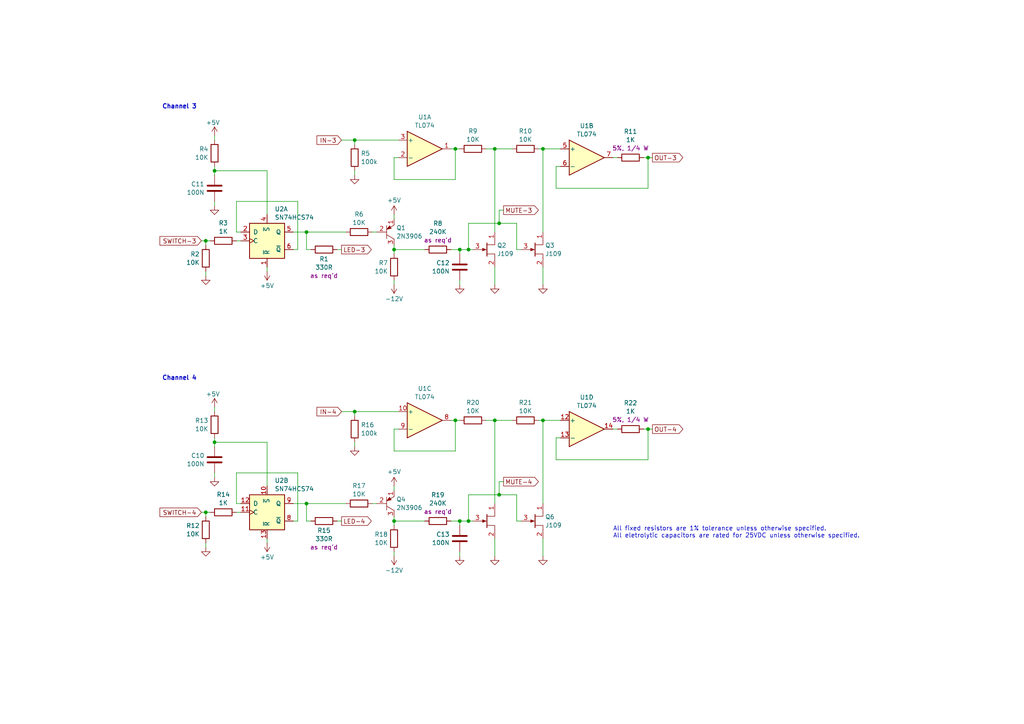
<source format=kicad_sch>
(kicad_sch (version 20230121) (generator eeschema)

  (uuid 8ae597b0-1583-415d-8c6b-52c41c5e5052)

  (paper "A4")

  (title_block
    (title "Switches - Channels 3 & 4")
    (date "2023-10-12")
    (rev "1.0")
    (company "Len Popp")
    (comment 1 "Copyright © 2023 Len Popp CC BY")
    (comment 2 "Eurorack muting module module - 8HP")
  )

  (lib_symbols
    (symbol "-lmp-IC-misc:SN74HCS74" (pin_names (offset 1.016)) (in_bom yes) (on_board yes)
      (property "Reference" "U" (at -7.62 8.89 0)
        (effects (font (size 1.27 1.27)))
      )
      (property "Value" "SN74HCS74" (at -7.62 -8.89 0)
        (effects (font (size 1.27 1.27)))
      )
      (property "Footprint" "Package_SO:SOIC-14_3.9x8.7mm_P1.27mm" (at 0 0 0)
        (effects (font (size 1.27 1.27)) hide)
      )
      (property "Datasheet" "https://www.ti.com/lit/ds/symlink/sn74hcs74.pdf" (at 0 0 0)
        (effects (font (size 1.27 1.27)) hide)
      )
      (property "Manufacturer" "Texas Instruments" (at 0 0 0)
        (effects (font (size 1.27 1.27)) hide)
      )
      (property "ManufacturerPartNum" "SN74HCS74DR" (at 0 0 0)
        (effects (font (size 1.27 1.27)) hide)
      )
      (property "Distributor" "Mouser" (at 0 0 0)
        (effects (font (size 1.27 1.27)) hide)
      )
      (property "DistributorPartNum" "595-SN74HCS74DR" (at 0 0 0)
        (effects (font (size 1.27 1.27)) hide)
      )
      (property "DistributorPartLink" "https://www.mouser.ca/ProductDetail/Texas-Instruments/SN74HCS74DR?qs=TiOZkKH1s2QvGxo75w4r5Q%3D%3D" (at 0 0 0)
        (effects (font (size 1.27 1.27)) hide)
      )
      (property "ki_locked" "" (at 0 0 0)
        (effects (font (size 1.27 1.27)))
      )
      (property "ki_keywords" "CMOS D flip-flop schmitt" (at 0 0 0)
        (effects (font (size 1.27 1.27)) hide)
      )
      (property "ki_description" "CMOS Dual D Flip-flop, Set & Reset, Positive-edge Triggered, Schmitt-trigger Input" (at 0 0 0)
        (effects (font (size 1.27 1.27)) hide)
      )
      (property "ki_fp_filters" "Breakout*DIP*14*W15.24mm* SOIC*14*3.9*8.7*P1.27*" (at 0 0 0)
        (effects (font (size 1.27 1.27)) hide)
      )
      (symbol "SN74HCS74_1_0"
        (pin input line (at 0 -7.62 90) (length 2.54)
          (name "~{R}" (effects (font (size 1.27 1.27))))
          (number "1" (effects (font (size 1.27 1.27))))
        )
        (pin input line (at -7.62 2.54 0) (length 2.54)
          (name "D" (effects (font (size 1.27 1.27))))
          (number "2" (effects (font (size 1.27 1.27))))
        )
        (pin input clock (at -7.62 0 0) (length 2.54)
          (name "C" (effects (font (size 1.27 1.27))))
          (number "3" (effects (font (size 1.27 1.27))))
        )
        (pin input line (at 0 7.62 270) (length 2.54)
          (name "~{S}" (effects (font (size 1.27 1.27))))
          (number "4" (effects (font (size 1.27 1.27))))
        )
        (pin output line (at 7.62 2.54 180) (length 2.54)
          (name "Q" (effects (font (size 1.27 1.27))))
          (number "5" (effects (font (size 1.27 1.27))))
        )
        (pin output line (at 7.62 -2.54 180) (length 2.54)
          (name "~{Q}" (effects (font (size 1.27 1.27))))
          (number "6" (effects (font (size 1.27 1.27))))
        )
      )
      (symbol "SN74HCS74_1_1"
        (rectangle (start -5.08 5.08) (end 5.08 -5.08)
          (stroke (width 0.254) (type default))
          (fill (type background))
        )
      )
      (symbol "SN74HCS74_2_0"
        (pin input line (at 0 7.62 270) (length 2.54)
          (name "~{S}" (effects (font (size 1.27 1.27))))
          (number "10" (effects (font (size 1.27 1.27))))
        )
        (pin input clock (at -7.62 0 0) (length 2.54)
          (name "C" (effects (font (size 1.27 1.27))))
          (number "11" (effects (font (size 1.27 1.27))))
        )
        (pin input line (at -7.62 2.54 0) (length 2.54)
          (name "D" (effects (font (size 1.27 1.27))))
          (number "12" (effects (font (size 1.27 1.27))))
        )
        (pin input line (at 0 -7.62 90) (length 2.54)
          (name "~{R}" (effects (font (size 1.27 1.27))))
          (number "13" (effects (font (size 1.27 1.27))))
        )
        (pin output line (at 7.62 -2.54 180) (length 2.54)
          (name "~{Q}" (effects (font (size 1.27 1.27))))
          (number "8" (effects (font (size 1.27 1.27))))
        )
        (pin output line (at 7.62 2.54 180) (length 2.54)
          (name "Q" (effects (font (size 1.27 1.27))))
          (number "9" (effects (font (size 1.27 1.27))))
        )
      )
      (symbol "SN74HCS74_2_1"
        (rectangle (start -5.08 5.08) (end 5.08 -5.08)
          (stroke (width 0.254) (type default))
          (fill (type background))
        )
      )
      (symbol "SN74HCS74_3_1"
        (pin power_in line (at 0 7.62 270) (length 2.54)
          (name "VDD" (effects (font (size 1.27 1.27))))
          (number "14" (effects (font (size 1.27 1.27))))
        )
        (pin power_in line (at 0 -7.62 90) (length 2.54)
          (name "VSS" (effects (font (size 1.27 1.27))))
          (number "7" (effects (font (size 1.27 1.27))))
        )
      )
    )
    (symbol "-lmp-opamp:TL074" (pin_names (offset 0.127)) (in_bom yes) (on_board yes)
      (property "Reference" "U" (at 0 5.08 0)
        (effects (font (size 1.27 1.27)) (justify left))
      )
      (property "Value" "TL074" (at 0 -5.08 0)
        (effects (font (size 1.27 1.27)) (justify left))
      )
      (property "Footprint" "Package_DIP:DIP-14_W7.62mm" (at -1.27 2.54 0)
        (effects (font (size 1.27 1.27)) hide)
      )
      (property "Datasheet" "http://www.ti.com/lit/ds/symlink/tl071.pdf" (at 1.27 5.08 0)
        (effects (font (size 1.27 1.27)) hide)
      )
      (property "Manufacturer" "Texas Instruments" (at 0 0 0)
        (effects (font (size 1.27 1.27)) hide)
      )
      (property "ManufacturerPartNum" "TL074BCN" (at 0 0 0)
        (effects (font (size 1.27 1.27)) hide)
      )
      (property "Distributor" "Mouser" (at 0 0 0)
        (effects (font (size 1.27 1.27)) hide)
      )
      (property "DistributorPartNum" "595-TL074BCN" (at 0 0 0)
        (effects (font (size 1.27 1.27)) hide)
      )
      (property "DistributorPartLink" "https://www.mouser.ca/ProductDetail/?qs=vxEfx8VrU7BHurOY5iQdiA%3D%3D" (at 0 0 0)
        (effects (font (size 1.27 1.27)) hide)
      )
      (property "ki_locked" "" (at 0 0 0)
        (effects (font (size 1.27 1.27)))
      )
      (property "ki_keywords" "quad opamp" (at 0 0 0)
        (effects (font (size 1.27 1.27)) hide)
      )
      (property "ki_description" "Quad Low-Noise JFET-Input Operational Amplifiers, DIP-14/SOIC-14" (at 0 0 0)
        (effects (font (size 1.27 1.27)) hide)
      )
      (property "ki_fp_filters" "SOIC*3.9x8.7mm*P1.27mm* DIP*W7.62mm* TSSOP*4.4x5mm*P0.65mm* SSOP*5.3x6.2mm*P0.65mm* MSOP*3x3mm*P0.5mm*" (at 0 0 0)
        (effects (font (size 1.27 1.27)) hide)
      )
      (symbol "TL074_1_1"
        (polyline
          (pts
            (xy -5.08 5.08)
            (xy 5.08 0)
            (xy -5.08 -5.08)
            (xy -5.08 5.08)
          )
          (stroke (width 0.254) (type default))
          (fill (type background))
        )
        (pin output line (at 7.62 0 180) (length 2.54)
          (name "~" (effects (font (size 1.27 1.27))))
          (number "1" (effects (font (size 1.27 1.27))))
        )
        (pin input line (at -7.62 -2.54 0) (length 2.54)
          (name "-" (effects (font (size 1.27 1.27))))
          (number "2" (effects (font (size 1.27 1.27))))
        )
        (pin input line (at -7.62 2.54 0) (length 2.54)
          (name "+" (effects (font (size 1.27 1.27))))
          (number "3" (effects (font (size 1.27 1.27))))
        )
      )
      (symbol "TL074_2_1"
        (polyline
          (pts
            (xy -5.08 5.08)
            (xy 5.08 0)
            (xy -5.08 -5.08)
            (xy -5.08 5.08)
          )
          (stroke (width 0.254) (type default))
          (fill (type background))
        )
        (pin input line (at -7.62 2.54 0) (length 2.54)
          (name "+" (effects (font (size 1.27 1.27))))
          (number "5" (effects (font (size 1.27 1.27))))
        )
        (pin input line (at -7.62 -2.54 0) (length 2.54)
          (name "-" (effects (font (size 1.27 1.27))))
          (number "6" (effects (font (size 1.27 1.27))))
        )
        (pin output line (at 7.62 0 180) (length 2.54)
          (name "~" (effects (font (size 1.27 1.27))))
          (number "7" (effects (font (size 1.27 1.27))))
        )
      )
      (symbol "TL074_3_1"
        (polyline
          (pts
            (xy -5.08 5.08)
            (xy 5.08 0)
            (xy -5.08 -5.08)
            (xy -5.08 5.08)
          )
          (stroke (width 0.254) (type default))
          (fill (type background))
        )
        (pin input line (at -7.62 2.54 0) (length 2.54)
          (name "+" (effects (font (size 1.27 1.27))))
          (number "10" (effects (font (size 1.27 1.27))))
        )
        (pin output line (at 7.62 0 180) (length 2.54)
          (name "~" (effects (font (size 1.27 1.27))))
          (number "8" (effects (font (size 1.27 1.27))))
        )
        (pin input line (at -7.62 -2.54 0) (length 2.54)
          (name "-" (effects (font (size 1.27 1.27))))
          (number "9" (effects (font (size 1.27 1.27))))
        )
      )
      (symbol "TL074_4_1"
        (polyline
          (pts
            (xy -5.08 5.08)
            (xy 5.08 0)
            (xy -5.08 -5.08)
            (xy -5.08 5.08)
          )
          (stroke (width 0.254) (type default))
          (fill (type background))
        )
        (pin input line (at -7.62 2.54 0) (length 2.54)
          (name "+" (effects (font (size 1.27 1.27))))
          (number "12" (effects (font (size 1.27 1.27))))
        )
        (pin input line (at -7.62 -2.54 0) (length 2.54)
          (name "-" (effects (font (size 1.27 1.27))))
          (number "13" (effects (font (size 1.27 1.27))))
        )
        (pin output line (at 7.62 0 180) (length 2.54)
          (name "~" (effects (font (size 1.27 1.27))))
          (number "14" (effects (font (size 1.27 1.27))))
        )
      )
      (symbol "TL074_5_1"
        (pin power_in line (at -2.54 -7.62 90) (length 3.81)
          (name "V-" (effects (font (size 1.27 1.27))))
          (number "11" (effects (font (size 1.27 1.27))))
        )
        (pin power_in line (at -2.54 7.62 270) (length 3.81)
          (name "V+" (effects (font (size 1.27 1.27))))
          (number "4" (effects (font (size 1.27 1.27))))
        )
      )
    )
    (symbol "-lmp-power:+5V" (power) (pin_names (offset 0)) (in_bom yes) (on_board yes)
      (property "Reference" "#PWR" (at 0 -3.81 0)
        (effects (font (size 1.27 1.27)) hide)
      )
      (property "Value" "+5V" (at 0 3.556 0)
        (effects (font (size 1.27 1.27)))
      )
      (property "Footprint" "" (at 0 0 0)
        (effects (font (size 1.27 1.27)) hide)
      )
      (property "Datasheet" "" (at 0 0 0)
        (effects (font (size 1.27 1.27)) hide)
      )
      (property "ki_keywords" "power-flag" (at 0 0 0)
        (effects (font (size 1.27 1.27)) hide)
      )
      (property "ki_description" "Power symbol creates a global label with name \"+5V\"" (at 0 0 0)
        (effects (font (size 1.27 1.27)) hide)
      )
      (symbol "+5V_0_1"
        (polyline
          (pts
            (xy -0.762 1.27)
            (xy 0 2.54)
          )
          (stroke (width 0) (type default))
          (fill (type none))
        )
        (polyline
          (pts
            (xy 0 0)
            (xy 0 2.54)
          )
          (stroke (width 0) (type default))
          (fill (type none))
        )
        (polyline
          (pts
            (xy 0 2.54)
            (xy 0.762 1.27)
          )
          (stroke (width 0) (type default))
          (fill (type none))
        )
      )
      (symbol "+5V_1_1"
        (pin power_in line (at 0 0 90) (length 0) hide
          (name "+5V" (effects (font (size 1.27 1.27))))
          (number "1" (effects (font (size 1.27 1.27))))
        )
      )
    )
    (symbol "-lmp-power:-12V" (power) (pin_names (offset 0)) (in_bom yes) (on_board yes)
      (property "Reference" "#PWR" (at 0 3.81 0)
        (effects (font (size 1.27 1.27)) hide)
      )
      (property "Value" "-12V" (at 0 -3.556 0)
        (effects (font (size 1.27 1.27)))
      )
      (property "Footprint" "" (at 0 0 0)
        (effects (font (size 1.27 1.27)) hide)
      )
      (property "Datasheet" "" (at 0 0 0)
        (effects (font (size 1.27 1.27)) hide)
      )
      (property "ki_keywords" "power-flag" (at 0 0 0)
        (effects (font (size 1.27 1.27)) hide)
      )
      (property "ki_description" "Power symbol creates a global label with name \"-12V\"" (at 0 0 0)
        (effects (font (size 1.27 1.27)) hide)
      )
      (symbol "-12V_0_1"
        (polyline
          (pts
            (xy -0.762 -1.27)
            (xy 0 -2.54)
          )
          (stroke (width 0) (type default))
          (fill (type none))
        )
        (polyline
          (pts
            (xy 0 -2.54)
            (xy 0.762 -1.27)
          )
          (stroke (width 0) (type default))
          (fill (type none))
        )
        (polyline
          (pts
            (xy 0 0)
            (xy 0 -2.54)
          )
          (stroke (width 0) (type default))
          (fill (type none))
        )
      )
      (symbol "-12V_1_1"
        (pin power_in line (at 0 0 270) (length 0) hide
          (name "-12V" (effects (font (size 1.27 1.27))))
          (number "1" (effects (font (size 1.27 1.27))))
        )
      )
    )
    (symbol "-lmp-synth:R_1K_Output" (pin_numbers hide) (pin_names (offset 0)) (in_bom yes) (on_board yes)
      (property "Reference" "R" (at -2.286 0 90)
        (effects (font (size 1.27 1.27)))
      )
      (property "Value" "R_1K_Output" (at 2.413 0 90)
        (effects (font (size 1.27 1.27)))
      )
      (property "Footprint" "-lmp-misc:R_Axial_DIN0207_L6.3mm_D2.5mm_P10.16mm_Horizontal" (at -1.778 0 90)
        (effects (font (size 1.27 1.27)) hide)
      )
      (property "Datasheet" "https://www.mouser.ca/datasheet/2/427/ccf07-1762725.pdf" (at 0 0 0)
        (effects (font (size 1.27 1.27)) hide)
      )
      (property "Value2" "5%, 1/4 W" (at 4.445 0 90)
        (effects (font (size 1.27 1.27)))
      )
      (property "Note" "Output limiting" (at -1.905 -1.905 90)
        (effects (font (size 1.27 1.27)) hide)
      )
      (property "Manufacturer" "Vishay / Dale" (at 0 0 0)
        (effects (font (size 1.27 1.27)) hide)
      )
      (property "ManufacturerPartNum" "CCF071K00JKE36" (at 0 0 0)
        (effects (font (size 1.27 1.27)) hide)
      )
      (property "Distributor" "Mouser" (at -1.905 0 90)
        (effects (font (size 1.27 1.27)) hide)
      )
      (property "DistributorPartNum" "71-CCF071K00JKE36" (at 0 0 0)
        (effects (font (size 1.27 1.27)) hide)
      )
      (property "DistributorPartLink" "https://www.mouser.ca/ProductDetail/Vishay-Dale/CCF071K00JKE36?qs=sGAEpiMZZMsPqMdJzcrNwqw41JD0NFylHV1MADcQnpo%3D" (at 0 0 0)
        (effects (font (size 1.27 1.27)) hide)
      )
      (property "ki_keywords" "R res resistor" (at 0 0 0)
        (effects (font (size 1.27 1.27)) hide)
      )
      (property "ki_description" "Resistor" (at 0 0 0)
        (effects (font (size 1.27 1.27)) hide)
      )
      (property "ki_fp_filters" "R_*" (at 0 0 0)
        (effects (font (size 1.27 1.27)) hide)
      )
      (symbol "R_1K_Output_0_1"
        (rectangle (start -1.016 -2.54) (end 1.016 2.54)
          (stroke (width 0.254) (type default))
          (fill (type none))
        )
      )
      (symbol "R_1K_Output_1_1"
        (pin passive line (at 0 3.81 270) (length 1.27)
          (name "~" (effects (font (size 1.27 1.27))))
          (number "1" (effects (font (size 1.27 1.27))))
        )
        (pin passive line (at 0 -3.81 90) (length 1.27)
          (name "~" (effects (font (size 1.27 1.27))))
          (number "2" (effects (font (size 1.27 1.27))))
        )
      )
    )
    (symbol "-lmp:CC_100N" (pin_numbers hide) (pin_names (offset 0.254)) (in_bom yes) (on_board yes)
      (property "Reference" "C" (at 0.635 2.54 0)
        (effects (font (size 1.27 1.27)) (justify left))
      )
      (property "Value" "CC_100N" (at 0.635 -2.54 0)
        (effects (font (size 1.27 1.27)) (justify left))
      )
      (property "Footprint" "-lmp-misc:C_Disc_D5.0mm_W2.5mm_P2.50mm" (at 0.9652 -3.81 0)
        (effects (font (size 1.27 1.27)) hide)
      )
      (property "Datasheet" "https://product.tdk.com/system/files/dam/doc/product/capacitor/ceramic/lead-mlcc/catalog/leadmlcc_halogenfree_fg_en.pdf" (at -0.635 -3.81 0)
        (effects (font (size 1.27 1.27)) hide)
      )
      (property "Note" "IC decoupling" (at 0.635 -5.08 0)
        (effects (font (size 1.27 1.27)) (justify left) hide)
      )
      (property "Manufacturer" "TDK" (at 0 0 0)
        (effects (font (size 1.27 1.27)) hide)
      )
      (property "ManufacturerPartNum" "FG18X7R1H104KNT06" (at 0 0 0)
        (effects (font (size 1.27 1.27)) hide)
      )
      (property "Distributor" "Mouser" (at 0 0 0)
        (effects (font (size 1.27 1.27)) hide)
      )
      (property "DistributorPartNum" "810-FG18X7R1H104KNT6" (at 0 0 0)
        (effects (font (size 1.27 1.27)) hide)
      )
      (property "DistributorPartLink" "https://www.mouser.ca/ProductDetail/810-FG18X7R1H104KNT6" (at 0 0 0)
        (effects (font (size 1.27 1.27)) hide)
      )
      (property "ki_keywords" "cap capacitor ceramic" (at 0 0 0)
        (effects (font (size 1.27 1.27)) hide)
      )
      (property "ki_description" "Capacitor - Ceramic - IC decoupling" (at 0 0 0)
        (effects (font (size 1.27 1.27)) hide)
      )
      (property "ki_fp_filters" "C_*" (at 0 0 0)
        (effects (font (size 1.27 1.27)) hide)
      )
      (symbol "CC_100N_0_1"
        (polyline
          (pts
            (xy -2.032 -0.762)
            (xy 2.032 -0.762)
          )
          (stroke (width 0.508) (type default))
          (fill (type none))
        )
        (polyline
          (pts
            (xy -2.032 0.762)
            (xy 2.032 0.762)
          )
          (stroke (width 0.508) (type default))
          (fill (type none))
        )
      )
      (symbol "CC_100N_1_1"
        (pin passive line (at 0 3.81 270) (length 2.794)
          (name "~" (effects (font (size 1.27 1.27))))
          (number "1" (effects (font (size 1.27 1.27))))
        )
        (pin passive line (at 0 -3.81 90) (length 2.794)
          (name "~" (effects (font (size 1.27 1.27))))
          (number "2" (effects (font (size 1.27 1.27))))
        )
      )
    )
    (symbol "-lmp:Q_JFET_N_DSG" (pin_names (offset 0) hide) (in_bom yes) (on_board yes)
      (property "Reference" "Q" (at 5.08 1.27 0)
        (effects (font (size 1.27 1.27)) (justify left))
      )
      (property "Value" "Q_JFET_N_DSG" (at 5.08 -1.27 0)
        (effects (font (size 1.27 1.27)) (justify left))
      )
      (property "Footprint" "-lmp-misc:TO-92_Inline_Wide" (at 5.08 2.54 0)
        (effects (font (size 1.27 1.27)) hide)
      )
      (property "Datasheet" "~" (at 0 0 0)
        (effects (font (size 1.27 1.27)) hide)
      )
      (property "ki_keywords" "transistor NJFET N-JFET" (at 0 0 0)
        (effects (font (size 1.27 1.27)) hide)
      )
      (property "ki_description" "N-JFET transistor, drain/source/gate" (at 0 0 0)
        (effects (font (size 1.27 1.27)) hide)
      )
      (symbol "Q_JFET_N_DSG_0_1"
        (polyline
          (pts
            (xy 0.254 1.905)
            (xy 0.254 -1.905)
            (xy 0.254 -1.905)
          )
          (stroke (width 0.254) (type default))
          (fill (type none))
        )
        (polyline
          (pts
            (xy 2.54 -2.54)
            (xy 2.54 -1.27)
            (xy 0.254 -1.27)
          )
          (stroke (width 0) (type default))
          (fill (type none))
        )
        (polyline
          (pts
            (xy 2.54 2.54)
            (xy 2.54 1.397)
            (xy 0.254 1.397)
          )
          (stroke (width 0) (type default))
          (fill (type none))
        )
        (polyline
          (pts
            (xy 0 0)
            (xy -1.016 0.381)
            (xy -1.016 -0.381)
            (xy 0 0)
          )
          (stroke (width 0) (type default))
          (fill (type outline))
        )
      )
      (symbol "Q_JFET_N_DSG_1_1"
        (pin passive line (at 2.54 5.08 270) (length 2.54)
          (name "D" (effects (font (size 1.27 1.27))))
          (number "1" (effects (font (size 1.27 1.27))))
        )
        (pin passive line (at 2.54 -5.08 90) (length 2.54)
          (name "S" (effects (font (size 1.27 1.27))))
          (number "2" (effects (font (size 1.27 1.27))))
        )
        (pin input line (at -3.81 0 0) (length 2.667)
          (name "G" (effects (font (size 1.27 1.27))))
          (number "3" (effects (font (size 1.27 1.27))))
        )
      )
    )
    (symbol "-lmp:Q_PNP_2N3906" (pin_names (offset 0) hide) (in_bom yes) (on_board yes)
      (property "Reference" "Q" (at 4.445 1.905 0)
        (effects (font (size 1.27 1.27)) (justify left))
      )
      (property "Value" "Q_PNP_2N3906" (at 4.445 0 0)
        (effects (font (size 1.27 1.27)) (justify left))
      )
      (property "Footprint" "-lmp-misc:TO-92_Inline_Wide" (at 4.445 -1.905 0)
        (effects (font (size 1.27 1.27) italic) (justify left) hide)
      )
      (property "Datasheet" "https://www.onsemi.com/pub/Collateral/2N3906-D.PDF" (at 0 0 0)
        (effects (font (size 1.27 1.27)) (justify left) hide)
      )
      (property "Manufacturer" "ON Semiconductor / Fairchild" (at 0.0508 -4.826 0)
        (effects (font (size 1.27 1.27)) hide)
      )
      (property "ManufacturerPartNum" "2N3906TAR" (at 0.1016 -5.1308 0)
        (effects (font (size 1.27 1.27)) hide)
      )
      (property "Distributor" "Mouser" (at 0.1016 -5.1308 0)
        (effects (font (size 1.27 1.27)) hide)
      )
      (property "DistributorPartNum" "512-2N3906TAR" (at 0.1016 -5.1308 0)
        (effects (font (size 1.27 1.27)) hide)
      )
      (property "DistributorPartLink" "https://www.mouser.ca/ProductDetail/ON-Semiconductor-Fairchild/2N3906TAR?qs=VnWRSnLxLU2ypWvU5pgBbw%3D%3D" (at 0.0508 -4.826 0)
        (effects (font (size 1.27 1.27)) hide)
      )
      (property "ki_keywords" "PNP Transistor" (at 0 0 0)
        (effects (font (size 1.27 1.27)) hide)
      )
      (property "ki_description" "Small Signal PNP Transistor, -0.2A Ic, -40V Vce, TO-92" (at 0 0 0)
        (effects (font (size 1.27 1.27)) hide)
      )
      (property "ki_fp_filters" "TO?92*" (at 0 0 0)
        (effects (font (size 1.27 1.27)) hide)
      )
      (symbol "Q_PNP_2N3906_0_1"
        (polyline
          (pts
            (xy 0.381 -0.762)
            (xy 2.54 -2.032)
          )
          (stroke (width 0) (type default))
          (fill (type background))
        )
        (polyline
          (pts
            (xy 0.381 0.762)
            (xy 2.54 2.032)
          )
          (stroke (width 0) (type default))
          (fill (type none))
        )
        (polyline
          (pts
            (xy 0.381 1.905)
            (xy 0.381 -1.905)
            (xy 0.381 -1.905)
          )
          (stroke (width 0) (type default))
          (fill (type none))
        )
        (polyline
          (pts
            (xy 0.4572 0.8128)
            (xy 1.2192 1.8288)
            (xy 1.7272 1.0668)
            (xy 0.4572 0.8128)
          )
          (stroke (width 0) (type default))
          (fill (type outline))
        )
      )
      (symbol "Q_PNP_2N3906_1_1"
        (pin passive line (at 2.54 3.81 270) (length 1.778)
          (name "E" (effects (font (size 1.27 1.27))))
          (number "1" (effects (font (size 1.27 1.27))))
        )
        (pin passive line (at -2.54 0 0) (length 2.921)
          (name "B" (effects (font (size 1.27 1.27))))
          (number "2" (effects (font (size 1.27 1.27))))
        )
        (pin passive line (at 2.54 -3.81 90) (length 1.778)
          (name "C" (effects (font (size 1.27 1.27))))
          (number "3" (effects (font (size 1.27 1.27))))
        )
      )
    )
    (symbol "-lmp:R_1%_0W166" (pin_numbers hide) (pin_names (offset 0)) (in_bom yes) (on_board yes)
      (property "Reference" "R" (at -2.286 0 90)
        (effects (font (size 1.27 1.27)))
      )
      (property "Value" "R_1%_0W166" (at 2.413 0 90)
        (effects (font (size 1.27 1.27)))
      )
      (property "Footprint" "-lmp-misc:R_Axial_DIN0207_L6.3mm_D2.5mm_P7.62mm_Horizontal" (at -1.778 0 90)
        (effects (font (size 1.27 1.27)) hide)
      )
      (property "Datasheet" "https://www.mouser.ca/datasheet/2/447/Yageo_LR_MFR_1-1714151.pdf" (at 0 0 0)
        (effects (font (size 1.27 1.27)) hide)
      )
      (property "Manufacturer" "YAGEO" (at 0 0 0)
        (effects (font (size 1.27 1.27)) hide)
      )
      (property "ManufacturerPartNum" "MFR-12*" (at 0 0 0)
        (effects (font (size 1.27 1.27)) hide)
      )
      (property "Distributor" "Mouser" (at 0 0 0)
        (effects (font (size 1.27 1.27)) hide)
      )
      (property "DistributorPartNum" "603-MFR-12*" (at 0 0 0)
        (effects (font (size 1.27 1.27)) hide)
      )
      (property "DistributorPartLink" "https://www.mouser.ca/c/?m=YAGEO&power+rating=166+mW+(1%2f6+W)&tolerance=1+%25&instock=y" (at 0 0 0)
        (effects (font (size 1.27 1.27)) hide)
      )
      (property "Value2" "1%, 1/6 W" (at 4.953 0 90)
        (effects (font (size 1.27 1.27)) hide)
      )
      (property "ki_keywords" "R res resistor" (at 0 0 0)
        (effects (font (size 1.27 1.27)) hide)
      )
      (property "ki_description" "Resistor" (at 0 0 0)
        (effects (font (size 1.27 1.27)) hide)
      )
      (property "ki_fp_filters" "R_*" (at 0 0 0)
        (effects (font (size 1.27 1.27)) hide)
      )
      (symbol "R_1%_0W166_0_1"
        (rectangle (start -1.016 -2.54) (end 1.016 2.54)
          (stroke (width 0.254) (type default))
          (fill (type none))
        )
      )
      (symbol "R_1%_0W166_1_1"
        (pin passive line (at 0 3.81 270) (length 1.27)
          (name "~" (effects (font (size 1.27 1.27))))
          (number "1" (effects (font (size 1.27 1.27))))
        )
        (pin passive line (at 0 -3.81 90) (length 1.27)
          (name "~" (effects (font (size 1.27 1.27))))
          (number "2" (effects (font (size 1.27 1.27))))
        )
      )
    )
    (symbol "GND_1" (power) (pin_numbers hide) (pin_names (offset 0) hide) (in_bom yes) (on_board yes)
      (property "Reference" "#PWR" (at 0 -6.35 0)
        (effects (font (size 1.27 1.27)) hide)
      )
      (property "Value" "GND_1" (at 0 -3.81 0)
        (effects (font (size 1.27 1.27)) hide)
      )
      (property "Footprint" "" (at 0 0 0)
        (effects (font (size 1.27 1.27)) hide)
      )
      (property "Datasheet" "" (at 0 0 0)
        (effects (font (size 1.27 1.27)) hide)
      )
      (property "ki_keywords" "power-flag" (at 0 0 0)
        (effects (font (size 1.27 1.27)) hide)
      )
      (property "ki_description" "Power symbol creates a global label with name \"GND\" , ground" (at 0 0 0)
        (effects (font (size 1.27 1.27)) hide)
      )
      (symbol "GND_1_0_1"
        (polyline
          (pts
            (xy 0 0)
            (xy 0 -1.27)
            (xy 1.27 -1.27)
            (xy 0 -2.54)
            (xy -1.27 -1.27)
            (xy 0 -1.27)
          )
          (stroke (width 0) (type default))
          (fill (type none))
        )
      )
      (symbol "GND_1_1_1"
        (pin power_in line (at 0 0 270) (length 0) hide
          (name "GND" (effects (font (size 1.27 1.27))))
          (number "1" (effects (font (size 1.27 1.27))))
        )
      )
    )
    (symbol "GND_2" (power) (pin_numbers hide) (pin_names (offset 0) hide) (in_bom yes) (on_board yes)
      (property "Reference" "#PWR" (at 0 -6.35 0)
        (effects (font (size 1.27 1.27)) hide)
      )
      (property "Value" "GND_2" (at 0 -3.81 0)
        (effects (font (size 1.27 1.27)) hide)
      )
      (property "Footprint" "" (at 0 0 0)
        (effects (font (size 1.27 1.27)) hide)
      )
      (property "Datasheet" "" (at 0 0 0)
        (effects (font (size 1.27 1.27)) hide)
      )
      (property "ki_keywords" "power-flag" (at 0 0 0)
        (effects (font (size 1.27 1.27)) hide)
      )
      (property "ki_description" "Power symbol creates a global label with name \"GND\" , ground" (at 0 0 0)
        (effects (font (size 1.27 1.27)) hide)
      )
      (symbol "GND_2_0_1"
        (polyline
          (pts
            (xy 0 0)
            (xy 0 -1.27)
            (xy 1.27 -1.27)
            (xy 0 -2.54)
            (xy -1.27 -1.27)
            (xy 0 -1.27)
          )
          (stroke (width 0) (type default))
          (fill (type none))
        )
      )
      (symbol "GND_2_1_1"
        (pin power_in line (at 0 0 270) (length 0) hide
          (name "GND" (effects (font (size 1.27 1.27))))
          (number "1" (effects (font (size 1.27 1.27))))
        )
      )
    )
    (symbol "GND_4" (power) (pin_numbers hide) (pin_names (offset 0) hide) (in_bom yes) (on_board yes)
      (property "Reference" "#PWR" (at 0 -6.35 0)
        (effects (font (size 1.27 1.27)) hide)
      )
      (property "Value" "GND_4" (at 0 -3.81 0)
        (effects (font (size 1.27 1.27)) hide)
      )
      (property "Footprint" "" (at 0 0 0)
        (effects (font (size 1.27 1.27)) hide)
      )
      (property "Datasheet" "" (at 0 0 0)
        (effects (font (size 1.27 1.27)) hide)
      )
      (property "ki_keywords" "power-flag" (at 0 0 0)
        (effects (font (size 1.27 1.27)) hide)
      )
      (property "ki_description" "Power symbol creates a global label with name \"GND\" , ground" (at 0 0 0)
        (effects (font (size 1.27 1.27)) hide)
      )
      (symbol "GND_4_0_1"
        (polyline
          (pts
            (xy 0 0)
            (xy 0 -1.27)
            (xy 1.27 -1.27)
            (xy 0 -2.54)
            (xy -1.27 -1.27)
            (xy 0 -1.27)
          )
          (stroke (width 0) (type default))
          (fill (type none))
        )
      )
      (symbol "GND_4_1_1"
        (pin power_in line (at 0 0 270) (length 0) hide
          (name "GND" (effects (font (size 1.27 1.27))))
          (number "1" (effects (font (size 1.27 1.27))))
        )
      )
    )
  )

  (junction (at 132.08 43.18) (diameter 0) (color 0 0 0 0)
    (uuid 19ac490a-29ba-4d08-9cc3-9e171356cf9f)
  )
  (junction (at 133.35 72.39) (diameter 0) (color 0 0 0 0)
    (uuid 1dd176c3-d757-40d9-adab-eb6bf859d478)
  )
  (junction (at 144.78 143.51) (diameter 0) (color 0 0 0 0)
    (uuid 2a379da3-7e24-4a25-832c-206184b4f5a7)
  )
  (junction (at 114.3 151.13) (diameter 0) (color 0 0 0 0)
    (uuid 2eb1e4ef-f6e7-4d4c-83ea-6614d31ee862)
  )
  (junction (at 88.9 146.05) (diameter 0) (color 0 0 0 0)
    (uuid 42852a95-9af5-48f3-8ac5-2a61e053621c)
  )
  (junction (at 187.96 124.46) (diameter 0) (color 0 0 0 0)
    (uuid 4412796f-2d3c-4bc2-b9b9-db750b0e7819)
  )
  (junction (at 102.87 40.64) (diameter 0) (color 0 0 0 0)
    (uuid 4caa5b38-073f-4551-ae12-d5f8e187b52c)
  )
  (junction (at 133.35 151.13) (diameter 0) (color 0 0 0 0)
    (uuid 6f731854-3f98-4a46-9302-2588ad4fd9a0)
  )
  (junction (at 144.78 64.77) (diameter 0) (color 0 0 0 0)
    (uuid 70e0f906-7ba8-44bf-86d0-d87b20012c93)
  )
  (junction (at 102.87 119.38) (diameter 0) (color 0 0 0 0)
    (uuid 7a662de8-a9ee-49c7-8667-450793470766)
  )
  (junction (at 88.9 67.31) (diameter 0) (color 0 0 0 0)
    (uuid 844c316e-8438-4714-896b-3d497de54686)
  )
  (junction (at 135.89 151.13) (diameter 0) (color 0 0 0 0)
    (uuid 8a1e5f84-20a7-452e-83d5-b518550edb0c)
  )
  (junction (at 59.69 148.59) (diameter 0) (color 0 0 0 0)
    (uuid 901a2d47-72c2-407c-ae69-a642bb9a21d4)
  )
  (junction (at 143.51 43.18) (diameter 0) (color 0 0 0 0)
    (uuid 9634d406-8f9f-4cde-8ab7-3f95abce6232)
  )
  (junction (at 114.3 72.39) (diameter 0) (color 0 0 0 0)
    (uuid 9aa6a43f-6a7e-4147-8778-69455bc95a05)
  )
  (junction (at 59.69 69.85) (diameter 0) (color 0 0 0 0)
    (uuid 9d9fc84f-6d30-420f-92aa-6ae51bb3cba1)
  )
  (junction (at 143.51 121.92) (diameter 0) (color 0 0 0 0)
    (uuid a02568cc-155b-43a9-aea5-07c671da1e8e)
  )
  (junction (at 157.48 121.92) (diameter 0) (color 0 0 0 0)
    (uuid a4997215-2147-4b48-bee6-50573878e979)
  )
  (junction (at 187.96 45.72) (diameter 0) (color 0 0 0 0)
    (uuid bd760d90-62f1-48a8-9072-eb42b0c30520)
  )
  (junction (at 157.48 43.18) (diameter 0) (color 0 0 0 0)
    (uuid be54f814-5fa4-45ae-bdf3-bf53d8a56c99)
  )
  (junction (at 135.89 72.39) (diameter 0) (color 0 0 0 0)
    (uuid bfeadb25-6c5d-44c5-aeba-d579f750a937)
  )
  (junction (at 62.23 128.27) (diameter 0) (color 0 0 0 0)
    (uuid d0d9abde-9771-4016-a48a-b86a7f140ece)
  )
  (junction (at 132.08 121.92) (diameter 0) (color 0 0 0 0)
    (uuid eaa7a287-ff65-41fc-a2e0-9bc41cd1afc5)
  )
  (junction (at 62.23 49.53) (diameter 0) (color 0 0 0 0)
    (uuid efb6df5b-d399-41e8-8521-5d2d52279fa8)
  )

  (wire (pts (xy 161.29 127) (xy 161.29 133.35))
    (stroke (width 0) (type default))
    (uuid 02096ed6-ae10-4a97-888c-ee5f85b56291)
  )
  (wire (pts (xy 144.78 64.77) (xy 135.89 64.77))
    (stroke (width 0) (type default))
    (uuid 0210e7c4-0264-4ec9-80b3-c914af6b3666)
  )
  (wire (pts (xy 149.86 143.51) (xy 144.78 143.51))
    (stroke (width 0) (type default))
    (uuid 0340b0d8-5110-4b7d-92ce-1449fd5d3aab)
  )
  (wire (pts (xy 161.29 127) (xy 162.56 127))
    (stroke (width 0) (type default))
    (uuid 04235baf-b72c-430d-a430-b421c1e6b5cd)
  )
  (wire (pts (xy 114.3 124.46) (xy 115.57 124.46))
    (stroke (width 0) (type default))
    (uuid 0bbc5e63-de21-4f42-bd93-59675a0ff460)
  )
  (wire (pts (xy 107.95 67.31) (xy 109.22 67.31))
    (stroke (width 0) (type default))
    (uuid 0c47b696-42af-435f-b4c0-f32e441f9b2a)
  )
  (wire (pts (xy 133.35 72.39) (xy 135.89 72.39))
    (stroke (width 0) (type default))
    (uuid 0deda6f6-10a4-47a1-bb52-976976836c3d)
  )
  (wire (pts (xy 143.51 121.92) (xy 143.51 146.05))
    (stroke (width 0) (type default))
    (uuid 0dfad7a6-fd8e-4029-a89e-e6f5830c07f2)
  )
  (wire (pts (xy 114.3 72.39) (xy 123.19 72.39))
    (stroke (width 0) (type default))
    (uuid 0ef6de10-228f-4c6c-9369-51ce767b1058)
  )
  (wire (pts (xy 157.48 121.92) (xy 162.56 121.92))
    (stroke (width 0) (type default))
    (uuid 138250fe-7f67-4e88-babd-a41dea3567da)
  )
  (wire (pts (xy 59.69 69.85) (xy 60.96 69.85))
    (stroke (width 0) (type default))
    (uuid 14e109bc-6cc2-40e7-a007-ed0ac750ec1c)
  )
  (wire (pts (xy 86.36 151.13) (xy 86.36 137.16))
    (stroke (width 0) (type default))
    (uuid 15b1b518-4267-45f3-96e7-b9bc6bf364d5)
  )
  (wire (pts (xy 114.3 149.86) (xy 114.3 151.13))
    (stroke (width 0) (type default))
    (uuid 178ff86b-03a5-4aa4-b7eb-97788657f2dd)
  )
  (wire (pts (xy 114.3 160.02) (xy 114.3 161.29))
    (stroke (width 0) (type default))
    (uuid 182b8daf-2706-4de0-ba08-365715a7496e)
  )
  (wire (pts (xy 143.51 43.18) (xy 143.51 67.31))
    (stroke (width 0) (type default))
    (uuid 1901a2fd-ed48-49f4-a2bc-dad7046d83a0)
  )
  (wire (pts (xy 88.9 67.31) (xy 100.33 67.31))
    (stroke (width 0) (type default))
    (uuid 19cb650f-7eee-4f81-af43-7118f9051ab6)
  )
  (wire (pts (xy 135.89 143.51) (xy 135.89 151.13))
    (stroke (width 0) (type default))
    (uuid 1a5e7657-5503-4528-9585-c29d6513886e)
  )
  (wire (pts (xy 77.47 77.47) (xy 77.47 78.74))
    (stroke (width 0) (type default))
    (uuid 1b81c676-fc28-4d29-99f8-e652f5ad5ccb)
  )
  (wire (pts (xy 140.97 43.18) (xy 143.51 43.18))
    (stroke (width 0) (type default))
    (uuid 2308fa4e-d2f3-4c1b-bd6e-2fe86f1ed897)
  )
  (wire (pts (xy 85.09 151.13) (xy 86.36 151.13))
    (stroke (width 0) (type default))
    (uuid 240eba50-26a1-441b-b816-b3e2a0d725f0)
  )
  (wire (pts (xy 59.69 69.85) (xy 59.69 71.12))
    (stroke (width 0) (type default))
    (uuid 24bc366f-2603-4c01-9aaa-e6c97600d7bc)
  )
  (wire (pts (xy 58.42 148.59) (xy 59.69 148.59))
    (stroke (width 0) (type default))
    (uuid 27a393d8-7d47-429e-9ac9-d49f20251030)
  )
  (wire (pts (xy 59.69 78.74) (xy 59.69 80.01))
    (stroke (width 0) (type default))
    (uuid 29fc54e7-65df-4007-82e5-0f1ff2aa71b4)
  )
  (wire (pts (xy 149.86 72.39) (xy 149.86 64.77))
    (stroke (width 0) (type default))
    (uuid 2bff750f-465a-4b00-9e4c-28a82dfaf615)
  )
  (wire (pts (xy 88.9 146.05) (xy 100.33 146.05))
    (stroke (width 0) (type default))
    (uuid 2d259cf4-8ebd-4ca1-93d8-632d12094628)
  )
  (wire (pts (xy 144.78 60.96) (xy 144.78 64.77))
    (stroke (width 0) (type default))
    (uuid 2e8a6d39-0906-4dc8-bb61-75ba296a9aed)
  )
  (wire (pts (xy 186.69 124.46) (xy 187.96 124.46))
    (stroke (width 0) (type default))
    (uuid 307e34f5-2394-445c-95e9-24c3b9dc4456)
  )
  (wire (pts (xy 133.35 151.13) (xy 135.89 151.13))
    (stroke (width 0) (type default))
    (uuid 31a194ea-e7be-4265-a912-1c9a55e7f95f)
  )
  (wire (pts (xy 151.13 151.13) (xy 149.86 151.13))
    (stroke (width 0) (type default))
    (uuid 34cad6b7-b5f8-4aaa-8375-14b90d801d81)
  )
  (wire (pts (xy 156.21 43.18) (xy 157.48 43.18))
    (stroke (width 0) (type default))
    (uuid 34cc0890-1efc-4892-8c8b-b1603c8361ca)
  )
  (wire (pts (xy 133.35 160.02) (xy 133.35 161.29))
    (stroke (width 0) (type default))
    (uuid 34f2568b-bf9d-4415-843d-d200e59e9a60)
  )
  (wire (pts (xy 68.58 148.59) (xy 69.85 148.59))
    (stroke (width 0) (type default))
    (uuid 3662f555-ec8b-486d-8c8c-44d1cdaaa937)
  )
  (wire (pts (xy 143.51 43.18) (xy 148.59 43.18))
    (stroke (width 0) (type default))
    (uuid 3782c41e-c15b-436f-b46d-eead7b404ea3)
  )
  (wire (pts (xy 143.51 156.21) (xy 143.51 161.29))
    (stroke (width 0) (type default))
    (uuid 38c233b5-4675-4130-b20f-bcfc1f26748d)
  )
  (wire (pts (xy 143.51 77.47) (xy 143.51 82.55))
    (stroke (width 0) (type default))
    (uuid 3b105814-0f77-42e7-a1bc-ec31afac4340)
  )
  (wire (pts (xy 85.09 72.39) (xy 86.36 72.39))
    (stroke (width 0) (type default))
    (uuid 3d936ea7-e609-4c31-bc67-c3bcc62e2b83)
  )
  (wire (pts (xy 114.3 81.28) (xy 114.3 82.55))
    (stroke (width 0) (type default))
    (uuid 425b3d3b-6c65-4140-ac28-9f13f0700174)
  )
  (wire (pts (xy 132.08 43.18) (xy 132.08 52.07))
    (stroke (width 0) (type default))
    (uuid 42614bc4-769f-4fa0-bed8-2573f4ab0b16)
  )
  (wire (pts (xy 161.29 54.61) (xy 187.96 54.61))
    (stroke (width 0) (type default))
    (uuid 4443dc2a-3fcf-4ee1-b414-425b02459dde)
  )
  (wire (pts (xy 102.87 50.8) (xy 102.87 49.53))
    (stroke (width 0) (type default))
    (uuid 46927d79-3953-4595-af41-bb766d5be79a)
  )
  (wire (pts (xy 62.23 118.11) (xy 62.23 119.38))
    (stroke (width 0) (type default))
    (uuid 481b1242-ee44-425a-a7cd-787c8831a1a1)
  )
  (wire (pts (xy 86.36 72.39) (xy 86.36 58.42))
    (stroke (width 0) (type default))
    (uuid 4b40d6e7-a8fd-4bbe-9248-83dce4c0cc34)
  )
  (wire (pts (xy 132.08 121.92) (xy 133.35 121.92))
    (stroke (width 0) (type default))
    (uuid 4d8eae6f-230d-46d1-93d9-5b1019f04864)
  )
  (wire (pts (xy 114.3 71.12) (xy 114.3 72.39))
    (stroke (width 0) (type default))
    (uuid 51d74562-2036-4676-b39a-900dbf55142b)
  )
  (wire (pts (xy 177.8 124.46) (xy 179.07 124.46))
    (stroke (width 0) (type default))
    (uuid 525f4267-79e3-4704-aca4-534a2239b88a)
  )
  (wire (pts (xy 149.86 151.13) (xy 149.86 143.51))
    (stroke (width 0) (type default))
    (uuid 567a9689-c1e6-4a52-a609-b51b01462517)
  )
  (wire (pts (xy 99.06 40.64) (xy 102.87 40.64))
    (stroke (width 0) (type default))
    (uuid 56fb44f4-e00b-4ef6-bd6d-33ea37fe9516)
  )
  (wire (pts (xy 114.3 62.23) (xy 114.3 63.5))
    (stroke (width 0) (type default))
    (uuid 58d58b06-6055-4b62-a266-fc0b739a7cf4)
  )
  (wire (pts (xy 146.05 139.7) (xy 144.78 139.7))
    (stroke (width 0) (type default))
    (uuid 5cb5f11a-5bee-4fd5-907b-53f197f134c4)
  )
  (wire (pts (xy 157.48 43.18) (xy 162.56 43.18))
    (stroke (width 0) (type default))
    (uuid 5e419d82-d56b-4c3a-855c-9805fb2cbc74)
  )
  (wire (pts (xy 58.42 69.85) (xy 59.69 69.85))
    (stroke (width 0) (type default))
    (uuid 606c99a3-b705-4a37-bd9c-fccf4e8bf40b)
  )
  (wire (pts (xy 187.96 54.61) (xy 187.96 45.72))
    (stroke (width 0) (type default))
    (uuid 6201c35f-bb27-4013-ad13-2706e1f18b0f)
  )
  (wire (pts (xy 97.79 72.39) (xy 99.06 72.39))
    (stroke (width 0) (type default))
    (uuid 6562d4e6-ae88-4c91-a959-b44aa117a5b1)
  )
  (wire (pts (xy 88.9 72.39) (xy 90.17 72.39))
    (stroke (width 0) (type default))
    (uuid 66a8a0f2-b3c4-4c89-8b8d-7fa16dcdbb11)
  )
  (wire (pts (xy 132.08 52.07) (xy 114.3 52.07))
    (stroke (width 0) (type default))
    (uuid 692b3c68-f59b-4e72-88bf-8debc9170ffc)
  )
  (wire (pts (xy 187.96 124.46) (xy 189.23 124.46))
    (stroke (width 0) (type default))
    (uuid 6a2a3811-f8ab-40e2-bad6-db6849841773)
  )
  (wire (pts (xy 88.9 146.05) (xy 88.9 151.13))
    (stroke (width 0) (type default))
    (uuid 6d78ab1c-c8db-47d0-ae9b-eff77dd355e9)
  )
  (wire (pts (xy 133.35 81.28) (xy 133.35 82.55))
    (stroke (width 0) (type default))
    (uuid 6e66f08b-2c83-4609-8850-25bf2dc468b6)
  )
  (wire (pts (xy 132.08 43.18) (xy 133.35 43.18))
    (stroke (width 0) (type default))
    (uuid 70b87852-b61e-4518-bf58-8d414bc33840)
  )
  (wire (pts (xy 68.58 67.31) (xy 69.85 67.31))
    (stroke (width 0) (type default))
    (uuid 778f4e80-a817-41f9-822a-3516148186b0)
  )
  (wire (pts (xy 114.3 130.81) (xy 114.3 124.46))
    (stroke (width 0) (type default))
    (uuid 7a8657c7-79dd-4eaa-843b-83e22fbd4bbe)
  )
  (wire (pts (xy 68.58 137.16) (xy 68.58 146.05))
    (stroke (width 0) (type default))
    (uuid 7ebc0df6-9de1-4b0e-947d-a8e39f5fdfe1)
  )
  (wire (pts (xy 135.89 64.77) (xy 135.89 72.39))
    (stroke (width 0) (type default))
    (uuid 7fc12ef5-26c2-405b-9239-c71b5e808b2c)
  )
  (wire (pts (xy 135.89 72.39) (xy 137.16 72.39))
    (stroke (width 0) (type default))
    (uuid 7fdbbbda-f2da-4718-a114-67c31f0a948a)
  )
  (wire (pts (xy 114.3 45.72) (xy 115.57 45.72))
    (stroke (width 0) (type default))
    (uuid 86755349-7760-4b01-a8c2-9df90334c35a)
  )
  (wire (pts (xy 88.9 67.31) (xy 88.9 72.39))
    (stroke (width 0) (type default))
    (uuid 88310bab-9c71-45c3-b6e6-52f16fae4d61)
  )
  (wire (pts (xy 99.06 119.38) (xy 102.87 119.38))
    (stroke (width 0) (type default))
    (uuid 8bb0c104-58aa-49b3-ba62-06825ff412d8)
  )
  (wire (pts (xy 62.23 128.27) (xy 77.47 128.27))
    (stroke (width 0) (type default))
    (uuid 8fec71d6-068f-42bd-9b12-b954963719cf)
  )
  (wire (pts (xy 157.48 77.47) (xy 157.48 82.55))
    (stroke (width 0) (type default))
    (uuid 90c9f281-d1b4-45fe-941a-74ba0bd7b6b8)
  )
  (wire (pts (xy 59.69 148.59) (xy 59.69 149.86))
    (stroke (width 0) (type default))
    (uuid 9129eb18-386d-43fa-b68e-1434b71cef89)
  )
  (wire (pts (xy 102.87 40.64) (xy 115.57 40.64))
    (stroke (width 0) (type default))
    (uuid 91c42e44-8db4-4226-8d6d-7f1012665826)
  )
  (wire (pts (xy 157.48 156.21) (xy 157.48 161.29))
    (stroke (width 0) (type default))
    (uuid 928b191b-e6f1-495b-a69c-03f4a041809f)
  )
  (wire (pts (xy 143.51 121.92) (xy 148.59 121.92))
    (stroke (width 0) (type default))
    (uuid 92af2a46-833b-49c9-96ab-c861b2092aa3)
  )
  (wire (pts (xy 135.89 151.13) (xy 137.16 151.13))
    (stroke (width 0) (type default))
    (uuid 951cd595-5bc3-4109-99f9-abd8f921c5b4)
  )
  (wire (pts (xy 187.96 45.72) (xy 189.23 45.72))
    (stroke (width 0) (type default))
    (uuid 955de78e-ed3d-458a-a3b4-f1d37cc931e0)
  )
  (wire (pts (xy 144.78 143.51) (xy 135.89 143.51))
    (stroke (width 0) (type default))
    (uuid 96e6d964-b244-4178-984e-3e7fa539969e)
  )
  (wire (pts (xy 102.87 120.65) (xy 102.87 119.38))
    (stroke (width 0) (type default))
    (uuid a04bdbf6-f42d-4b5c-b2c4-b9de240215fe)
  )
  (wire (pts (xy 157.48 43.18) (xy 157.48 67.31))
    (stroke (width 0) (type default))
    (uuid a07fce8f-2275-414d-af20-52f52e2258a8)
  )
  (wire (pts (xy 114.3 52.07) (xy 114.3 45.72))
    (stroke (width 0) (type default))
    (uuid a1a6766d-fd10-49ee-bdcf-351592aa84bc)
  )
  (wire (pts (xy 114.3 140.97) (xy 114.3 142.24))
    (stroke (width 0) (type default))
    (uuid a1f6fdf8-05c2-415b-ba24-18d04f86a429)
  )
  (wire (pts (xy 68.58 58.42) (xy 68.58 67.31))
    (stroke (width 0) (type default))
    (uuid a341e3ec-ae39-4046-a0ed-fbae3bbc2445)
  )
  (wire (pts (xy 177.8 45.72) (xy 179.07 45.72))
    (stroke (width 0) (type default))
    (uuid a42a1e2d-6acb-4c9d-9575-55e0064424ce)
  )
  (wire (pts (xy 59.69 148.59) (xy 60.96 148.59))
    (stroke (width 0) (type default))
    (uuid a440fafd-2aa8-4bab-9419-1b7c2b013aab)
  )
  (wire (pts (xy 59.69 157.48) (xy 59.69 158.75))
    (stroke (width 0) (type default))
    (uuid a6b0a67f-c11e-4145-988c-54b6e764f87a)
  )
  (wire (pts (xy 114.3 151.13) (xy 114.3 152.4))
    (stroke (width 0) (type default))
    (uuid ac6842e9-dc24-4ed8-9aa8-25f43a427f6b)
  )
  (wire (pts (xy 107.95 146.05) (xy 109.22 146.05))
    (stroke (width 0) (type default))
    (uuid ad4e869f-8fc9-4d5e-b2d1-eced5e4eadeb)
  )
  (wire (pts (xy 62.23 39.37) (xy 62.23 40.64))
    (stroke (width 0) (type default))
    (uuid aeae85f5-45dd-4334-bd5b-ea7f0e2e3ce7)
  )
  (wire (pts (xy 140.97 121.92) (xy 143.51 121.92))
    (stroke (width 0) (type default))
    (uuid b1d29762-f44a-4f58-b13c-fefc3a85d015)
  )
  (wire (pts (xy 132.08 121.92) (xy 132.08 130.81))
    (stroke (width 0) (type default))
    (uuid b284e2dd-7164-45ec-8552-8d0a5f14dd51)
  )
  (wire (pts (xy 102.87 129.54) (xy 102.87 128.27))
    (stroke (width 0) (type default))
    (uuid b2afbb11-a780-46ec-9203-93d5ecc1d83f)
  )
  (wire (pts (xy 161.29 133.35) (xy 187.96 133.35))
    (stroke (width 0) (type default))
    (uuid b3a03eda-28b9-406b-bc5b-3e66ebccc849)
  )
  (wire (pts (xy 86.36 58.42) (xy 68.58 58.42))
    (stroke (width 0) (type default))
    (uuid b3a54806-66a3-45f7-91c3-75ae4634b6af)
  )
  (wire (pts (xy 62.23 49.53) (xy 77.47 49.53))
    (stroke (width 0) (type default))
    (uuid b56c01d8-da1a-4719-a39b-01238eb0557b)
  )
  (wire (pts (xy 62.23 58.42) (xy 62.23 59.69))
    (stroke (width 0) (type default))
    (uuid b6dac844-2196-400b-84ba-5ca54df7c320)
  )
  (wire (pts (xy 114.3 151.13) (xy 123.19 151.13))
    (stroke (width 0) (type default))
    (uuid b89ebfde-640b-47b3-bebd-193371a4911c)
  )
  (wire (pts (xy 161.29 48.26) (xy 162.56 48.26))
    (stroke (width 0) (type default))
    (uuid bc4490f6-9935-49b2-8abb-82ba1115fe11)
  )
  (wire (pts (xy 88.9 151.13) (xy 90.17 151.13))
    (stroke (width 0) (type default))
    (uuid bce7f7aa-be4d-4a03-b243-87ff3a9d82cd)
  )
  (wire (pts (xy 68.58 146.05) (xy 69.85 146.05))
    (stroke (width 0) (type default))
    (uuid bdfe2967-ef7c-4cc1-9d7d-adb3af609872)
  )
  (wire (pts (xy 68.58 69.85) (xy 69.85 69.85))
    (stroke (width 0) (type default))
    (uuid c007c5f6-135b-44ec-ba20-6e13f87600e7)
  )
  (wire (pts (xy 102.87 41.91) (xy 102.87 40.64))
    (stroke (width 0) (type default))
    (uuid c20adfd3-d330-4dcf-bd27-ad3e34a3b824)
  )
  (wire (pts (xy 132.08 130.81) (xy 114.3 130.81))
    (stroke (width 0) (type default))
    (uuid c62c8679-f1fe-4b86-9400-b206314c560a)
  )
  (wire (pts (xy 133.35 151.13) (xy 133.35 152.4))
    (stroke (width 0) (type default))
    (uuid c6824a50-ff09-4f3e-9c99-4a664dff9e80)
  )
  (wire (pts (xy 186.69 45.72) (xy 187.96 45.72))
    (stroke (width 0) (type default))
    (uuid ce149471-e533-421d-8766-6e2227646658)
  )
  (wire (pts (xy 62.23 137.16) (xy 62.23 138.43))
    (stroke (width 0) (type default))
    (uuid cfc40dde-f7a6-45ac-ad96-066b1ddb2979)
  )
  (wire (pts (xy 130.81 72.39) (xy 133.35 72.39))
    (stroke (width 0) (type default))
    (uuid cfd43622-02e2-431e-a058-e7ab8a9b7e9e)
  )
  (wire (pts (xy 130.81 43.18) (xy 132.08 43.18))
    (stroke (width 0) (type default))
    (uuid d0311b31-22a4-4029-b031-c18b9eea3f7d)
  )
  (wire (pts (xy 102.87 119.38) (xy 115.57 119.38))
    (stroke (width 0) (type default))
    (uuid d545dba1-6cfb-4f85-9b2c-bbdd5c0befa5)
  )
  (wire (pts (xy 77.47 156.21) (xy 77.47 157.48))
    (stroke (width 0) (type default))
    (uuid d71fb02c-76fe-4467-ae87-9dd5eb0e99cd)
  )
  (wire (pts (xy 85.09 67.31) (xy 88.9 67.31))
    (stroke (width 0) (type default))
    (uuid d7559ee5-4fcd-413d-ba07-1d8452ce0dfc)
  )
  (wire (pts (xy 156.21 121.92) (xy 157.48 121.92))
    (stroke (width 0) (type default))
    (uuid d77e4cdf-1164-45e7-b808-9f773b0084d2)
  )
  (wire (pts (xy 77.47 49.53) (xy 77.47 62.23))
    (stroke (width 0) (type default))
    (uuid d86226ec-bfe0-4828-92af-148cd95d0dd3)
  )
  (wire (pts (xy 85.09 146.05) (xy 88.9 146.05))
    (stroke (width 0) (type default))
    (uuid d88ad0a3-14cd-4a85-acbc-3d37f70371c2)
  )
  (wire (pts (xy 187.96 133.35) (xy 187.96 124.46))
    (stroke (width 0) (type default))
    (uuid d8a8b58b-ced9-4f2a-bad0-c7f9da81bb0e)
  )
  (wire (pts (xy 133.35 72.39) (xy 133.35 73.66))
    (stroke (width 0) (type default))
    (uuid db8702b5-a48d-4e78-9570-8b9be23c9ac1)
  )
  (wire (pts (xy 62.23 127) (xy 62.23 128.27))
    (stroke (width 0) (type default))
    (uuid dbccbfec-1339-4852-be5b-1908b8d077ef)
  )
  (wire (pts (xy 86.36 137.16) (xy 68.58 137.16))
    (stroke (width 0) (type default))
    (uuid ddee3b90-560c-4a13-abb0-2b0d23577daf)
  )
  (wire (pts (xy 144.78 139.7) (xy 144.78 143.51))
    (stroke (width 0) (type default))
    (uuid e031603e-c412-4778-8c0e-f6e64bc90062)
  )
  (wire (pts (xy 161.29 48.26) (xy 161.29 54.61))
    (stroke (width 0) (type default))
    (uuid e0b7da5d-2177-4c61-a934-039a5711a2e0)
  )
  (wire (pts (xy 114.3 72.39) (xy 114.3 73.66))
    (stroke (width 0) (type default))
    (uuid e283a788-b282-4762-8fea-2a985c2dbf3e)
  )
  (wire (pts (xy 157.48 121.92) (xy 157.48 146.05))
    (stroke (width 0) (type default))
    (uuid e59d93bd-626f-4e59-9d19-d9a7b90256cb)
  )
  (wire (pts (xy 130.81 151.13) (xy 133.35 151.13))
    (stroke (width 0) (type default))
    (uuid e82768e2-4348-4883-a078-95162fdbb928)
  )
  (wire (pts (xy 146.05 60.96) (xy 144.78 60.96))
    (stroke (width 0) (type default))
    (uuid ea4e5513-ceda-4279-bba0-bc2e90088206)
  )
  (wire (pts (xy 77.47 128.27) (xy 77.47 140.97))
    (stroke (width 0) (type default))
    (uuid ed7d521d-501e-47ac-8629-5e7c448fa6d0)
  )
  (wire (pts (xy 62.23 48.26) (xy 62.23 49.53))
    (stroke (width 0) (type default))
    (uuid ef881953-4a6e-4e8a-8880-bc78929a25ba)
  )
  (wire (pts (xy 97.79 151.13) (xy 99.06 151.13))
    (stroke (width 0) (type default))
    (uuid f27abc93-e3d4-4977-a3b2-254770d2a80f)
  )
  (wire (pts (xy 149.86 64.77) (xy 144.78 64.77))
    (stroke (width 0) (type default))
    (uuid f301d5be-5b0f-4817-8e00-6c9e710b1aa5)
  )
  (wire (pts (xy 62.23 128.27) (xy 62.23 129.54))
    (stroke (width 0) (type default))
    (uuid f491a0c0-c709-43b6-a27d-dd89ca330474)
  )
  (wire (pts (xy 62.23 49.53) (xy 62.23 50.8))
    (stroke (width 0) (type default))
    (uuid f54dbd67-38dd-4e30-a28f-627371bbeb32)
  )
  (wire (pts (xy 130.81 121.92) (xy 132.08 121.92))
    (stroke (width 0) (type default))
    (uuid fec094d8-57b4-42fb-92a8-6340f872d00c)
  )
  (wire (pts (xy 151.13 72.39) (xy 149.86 72.39))
    (stroke (width 0) (type default))
    (uuid ffed3db9-5550-45f0-8806-c1e74fedd3cc)
  )

  (text "Channel 3" (at 46.99 31.75 0)
    (effects (font (size 1.27 1.27) (thickness 0.254) bold) (justify left bottom))
    (uuid 34a5fbbf-8ff8-47a6-8211-7e6db2408dca)
  )
  (text "All fixed resistors are 1% tolerance unless otherwise specified.\nAll eletrolytic capacitors are rated for 25VDC unless otherwise specified."
    (at 177.8 156.21 0)
    (effects (font (size 1.27 1.27)) (justify left bottom))
    (uuid 9078b122-327b-4673-ad49-253abf73297e)
  )
  (text "Channel 4" (at 46.99 110.49 0)
    (effects (font (size 1.27 1.27) (thickness 0.254) bold) (justify left bottom))
    (uuid f2cb0d86-9881-4d19-a341-8fca5a5fc7bf)
  )

  (global_label "MUTE-4" (shape output) (at 146.05 139.7 0) (fields_autoplaced)
    (effects (font (size 1.27 1.27)) (justify left))
    (uuid 06349eff-4441-4ead-be4e-0168f93f9492)
    (property "Intersheetrefs" "${INTERSHEET_REFS}" (at 156.0614 139.7 0)
      (effects (font (size 1.27 1.27)) (justify left) hide)
    )
  )
  (global_label "LED-4" (shape output) (at 99.06 151.13 0) (fields_autoplaced)
    (effects (font (size 1.27 1.27)) (justify left))
    (uuid 41263aec-4939-48e3-9ce2-04db8b0b91cd)
    (property "Intersheetrefs" "${INTERSHEET_REFS}" (at 107.62 151.13 0)
      (effects (font (size 1.27 1.27)) (justify left) hide)
    )
  )
  (global_label "SWITCH-3" (shape input) (at 58.42 69.85 180) (fields_autoplaced)
    (effects (font (size 1.27 1.27)) (justify right))
    (uuid 4505f850-9820-4c8b-8d28-6d3e108e87b4)
    (property "Intersheetrefs" "${INTERSHEET_REFS}" (at 46.4733 69.85 0)
      (effects (font (size 1.27 1.27)) (justify right) hide)
    )
  )
  (global_label "LED-3" (shape output) (at 99.06 72.39 0) (fields_autoplaced)
    (effects (font (size 1.27 1.27)) (justify left))
    (uuid 4b6f2214-83cb-4c54-bef7-22b529cd6b78)
    (property "Intersheetrefs" "${INTERSHEET_REFS}" (at 107.62 72.39 0)
      (effects (font (size 1.27 1.27)) (justify left) hide)
    )
  )
  (global_label "IN-3" (shape input) (at 99.06 40.64 180) (fields_autoplaced)
    (effects (font (size 1.27 1.27)) (justify right))
    (uuid 518aa6c2-fee1-4067-aa7d-0ca656402257)
    (property "Intersheetrefs" "${INTERSHEET_REFS}" (at 92.0118 40.64 0)
      (effects (font (size 1.27 1.27)) (justify right) hide)
    )
  )
  (global_label "OUT-4" (shape output) (at 189.23 124.46 0) (fields_autoplaced)
    (effects (font (size 1.27 1.27)) (justify left))
    (uuid 6768b124-7b05-41c5-b1ba-b768af41003b)
    (property "Intersheetrefs" "${INTERSHEET_REFS}" (at 197.9715 124.46 0)
      (effects (font (size 1.27 1.27)) (justify left) hide)
    )
  )
  (global_label "SWITCH-4" (shape input) (at 58.42 148.59 180) (fields_autoplaced)
    (effects (font (size 1.27 1.27)) (justify right))
    (uuid 78d05dfd-3e5b-4a25-8fc5-f563fb857105)
    (property "Intersheetrefs" "${INTERSHEET_REFS}" (at 46.4733 148.59 0)
      (effects (font (size 1.27 1.27)) (justify right) hide)
    )
  )
  (global_label "MUTE-3" (shape output) (at 146.05 60.96 0) (fields_autoplaced)
    (effects (font (size 1.27 1.27)) (justify left))
    (uuid b06593b7-9f97-4504-b5e1-97002a4e5ce1)
    (property "Intersheetrefs" "${INTERSHEET_REFS}" (at 156.0614 60.96 0)
      (effects (font (size 1.27 1.27)) (justify left) hide)
    )
  )
  (global_label "OUT-3" (shape output) (at 189.23 45.72 0) (fields_autoplaced)
    (effects (font (size 1.27 1.27)) (justify left))
    (uuid d9f479a9-9e2f-428d-96ec-1e5d11fa028b)
    (property "Intersheetrefs" "${INTERSHEET_REFS}" (at 197.9715 45.72 0)
      (effects (font (size 1.27 1.27)) (justify left) hide)
    )
  )
  (global_label "IN-4" (shape input) (at 99.06 119.38 180) (fields_autoplaced)
    (effects (font (size 1.27 1.27)) (justify right))
    (uuid f8610c33-e3a2-49d9-947a-e546889034ae)
    (property "Intersheetrefs" "${INTERSHEET_REFS}" (at 92.0118 119.38 0)
      (effects (font (size 1.27 1.27)) (justify right) hide)
    )
  )

  (symbol (lib_name "GND_4") (lib_id "-lmp-power:GND") (at 133.35 82.55 0) (unit 1)
    (in_bom yes) (on_board yes) (dnp no) (fields_autoplaced)
    (uuid 002719be-d60a-4935-ba47-eb8541cebb6a)
    (property "Reference" "#PWR012" (at 133.35 88.9 0)
      (effects (font (size 1.27 1.27)) hide)
    )
    (property "Value" "GND" (at 133.35 86.36 0)
      (effects (font (size 1.27 1.27)) hide)
    )
    (property "Footprint" "" (at 133.35 82.55 0)
      (effects (font (size 1.27 1.27)) hide)
    )
    (property "Datasheet" "" (at 133.35 82.55 0)
      (effects (font (size 1.27 1.27)) hide)
    )
    (pin "1" (uuid 37843b80-9ef1-4ede-9fcb-1a7d19123eab))
    (instances
      (project "Switches"
        (path "/4fe3cd02-8864-4b3e-a1a0-2dfa4d191ca2"
          (reference "#PWR012") (unit 1)
        )
        (path "/4fe3cd02-8864-4b3e-a1a0-2dfa4d191ca2/4b37ef0c-1391-46de-9fa1-c7437c667b9e"
          (reference "#PWR035") (unit 1)
        )
      )
      (project "prototype"
        (path "/a1a9a0d8-c6de-418f-9a57-bf7f74b6d401"
          (reference "#PWR011") (unit 1)
        )
      )
    )
  )

  (symbol (lib_id "-lmp:Q_JFET_N_DSG") (at 154.94 72.39 0) (unit 1)
    (in_bom yes) (on_board yes) (dnp no) (fields_autoplaced)
    (uuid 00c0e47b-f14d-46a9-a275-a78ae2971a21)
    (property "Reference" "Q3" (at 158.115 71.1779 0)
      (effects (font (size 1.27 1.27)) (justify left))
    )
    (property "Value" "J109" (at 158.115 73.6021 0)
      (effects (font (size 1.27 1.27)) (justify left))
    )
    (property "Footprint" "-lmp-misc:TO-92_Inline_Wide" (at 160.02 69.85 0)
      (effects (font (size 1.27 1.27)) hide)
    )
    (property "Datasheet" "https://www.mouser.ca/datasheet/2/308/1/J109_D-2314410.pdf" (at 154.94 72.39 0)
      (effects (font (size 1.27 1.27)) hide)
    )
    (property "Manufacturer" "onsemi / Fairchild" (at 154.94 72.39 0)
      (effects (font (size 1.27 1.27)) hide)
    )
    (property "ManufacturerPartNum" "J109-D26Z" (at 154.94 72.39 0)
      (effects (font (size 1.27 1.27)) hide)
    )
    (property "Distributor" "Mouser" (at 154.94 72.39 0)
      (effects (font (size 1.27 1.27)) hide)
    )
    (property "DistributorPartNum" "512-J109_D26Z" (at 154.94 72.39 0)
      (effects (font (size 1.27 1.27)) hide)
    )
    (property "DistributorPartLink" "https://www.mouser.ca/ProductDetail/512-J109_D26Z" (at 154.94 72.39 0)
      (effects (font (size 1.27 1.27)) hide)
    )
    (pin "1" (uuid bf0dc197-a92d-4ace-9f99-971b934effee))
    (pin "2" (uuid d1588fc9-3b67-40df-8f86-8074e6b91e05))
    (pin "3" (uuid efc8760e-7761-4968-92f2-a88088e4dbe4))
    (instances
      (project "Switches"
        (path "/4fe3cd02-8864-4b3e-a1a0-2dfa4d191ca2"
          (reference "Q3") (unit 1)
        )
        (path "/4fe3cd02-8864-4b3e-a1a0-2dfa4d191ca2/4b37ef0c-1391-46de-9fa1-c7437c667b9e"
          (reference "Q11") (unit 1)
        )
      )
      (project "prototype"
        (path "/a1a9a0d8-c6de-418f-9a57-bf7f74b6d401"
          (reference "Q2") (unit 1)
        )
      )
    )
  )

  (symbol (lib_id "-lmp-synth:R_1K_Output") (at 93.98 72.39 90) (mirror x) (unit 1)
    (in_bom yes) (on_board yes) (dnp no) (fields_autoplaced)
    (uuid 04df0f68-4117-433a-9858-0a42179343b8)
    (property "Reference" "R1" (at 93.98 75.1261 90)
      (effects (font (size 1.27 1.27)))
    )
    (property "Value" "330R" (at 93.98 77.5503 90)
      (effects (font (size 1.27 1.27)))
    )
    (property "Footprint" "-lmp-misc:R_Axial_DIN0207_L6.3mm_D2.5mm_P7.62mm_Horizontal" (at 93.98 70.612 90)
      (effects (font (size 1.27 1.27)) hide)
    )
    (property "Datasheet" "https://www.mouser.ca/datasheet/2/427/ccf07-1762725.pdf" (at 93.98 72.39 0)
      (effects (font (size 1.27 1.27)) hide)
    )
    (property "Value2" "5%, 1/4 W" (at 93.98 75.1261 90)
      (effects (font (size 1.27 1.27)) hide)
    )
    (property "Note" "as req'd" (at 93.98 79.9745 90)
      (effects (font (size 1.27 1.27)))
    )
    (property "Manufacturer" "YAGEO" (at 93.98 72.39 0)
      (effects (font (size 1.27 1.27)) hide)
    )
    (property "ManufacturerPartNum" "MFR-12FTF52-330R" (at 93.98 72.39 0)
      (effects (font (size 1.27 1.27)) hide)
    )
    (property "Distributor" "Mouser" (at 93.98 70.485 90)
      (effects (font (size 1.27 1.27)) hide)
    )
    (property "DistributorPartNum" "603-MFR-12FTF52-330R" (at 93.98 72.39 0)
      (effects (font (size 1.27 1.27)) hide)
    )
    (property "DistributorPartLink" "https://www.mouser.ca/ProductDetail/603-MFR-12FTF52-330R" (at 93.98 72.39 0)
      (effects (font (size 1.27 1.27)) hide)
    )
    (pin "1" (uuid 9f1eb1d5-3f35-46ab-9b7e-02a00856f0c2))
    (pin "2" (uuid 8c6cd985-0cae-46fb-8e1c-c56dcecdc33a))
    (instances
      (project "Switches"
        (path "/4fe3cd02-8864-4b3e-a1a0-2dfa4d191ca2"
          (reference "R1") (unit 1)
        )
        (path "/4fe3cd02-8864-4b3e-a1a0-2dfa4d191ca2/4b37ef0c-1391-46de-9fa1-c7437c667b9e"
          (reference "R29") (unit 1)
        )
      )
      (project "prototype"
        (path "/a1a9a0d8-c6de-418f-9a57-bf7f74b6d401"
          (reference "R12") (unit 1)
        )
      )
    )
  )

  (symbol (lib_id "-lmp:Q_JFET_N_DSG") (at 140.97 151.13 0) (unit 1)
    (in_bom yes) (on_board yes) (dnp no) (fields_autoplaced)
    (uuid 052a7d57-0fe6-446d-9cf5-1d9c6a5e86b3)
    (property "Reference" "Q5" (at 144.145 149.9179 0)
      (effects (font (size 1.27 1.27)) (justify left) hide)
    )
    (property "Value" "J109" (at 144.145 152.3421 0)
      (effects (font (size 1.27 1.27)) (justify left) hide)
    )
    (property "Footprint" "-lmp-misc:TO-92_Inline_Wide" (at 146.05 148.59 0)
      (effects (font (size 1.27 1.27)) hide)
    )
    (property "Datasheet" "https://www.mouser.ca/datasheet/2/308/1/J109_D-2314410.pdf" (at 140.97 151.13 0)
      (effects (font (size 1.27 1.27)) hide)
    )
    (property "Manufacturer" "onsemi / Fairchild" (at 140.97 151.13 0)
      (effects (font (size 1.27 1.27)) hide)
    )
    (property "ManufacturerPartNum" "J109-D26Z" (at 140.97 151.13 0)
      (effects (font (size 1.27 1.27)) hide)
    )
    (property "Distributor" "Mouser" (at 140.97 151.13 0)
      (effects (font (size 1.27 1.27)) hide)
    )
    (property "DistributorPartNum" "512-J109_D26Z" (at 140.97 151.13 0)
      (effects (font (size 1.27 1.27)) hide)
    )
    (property "DistributorPartLink" "https://www.mouser.ca/ProductDetail/512-J109_D26Z" (at 140.97 151.13 0)
      (effects (font (size 1.27 1.27)) hide)
    )
    (pin "1" (uuid deb9a135-1e7e-4d82-8f4c-1a54a9557ad2))
    (pin "2" (uuid 5985524d-1449-43fd-95e9-1e57ee910767))
    (pin "3" (uuid 527fe90b-3a8c-4822-85cb-4b9327b6d13d))
    (instances
      (project "Switches"
        (path "/4fe3cd02-8864-4b3e-a1a0-2dfa4d191ca2"
          (reference "Q5") (unit 1)
        )
        (path "/4fe3cd02-8864-4b3e-a1a0-2dfa4d191ca2/4b37ef0c-1391-46de-9fa1-c7437c667b9e"
          (reference "Q10") (unit 1)
        )
      )
      (project "prototype"
        (path "/a1a9a0d8-c6de-418f-9a57-bf7f74b6d401"
          (reference "Q1") (unit 1)
        )
      )
    )
  )

  (symbol (lib_id "-lmp:R_1%_0W166") (at 102.87 124.46 180) (unit 1)
    (in_bom yes) (on_board yes) (dnp no) (fields_autoplaced)
    (uuid 07d33134-15f5-48c1-bf59-2cba336e6007)
    (property "Reference" "R16" (at 104.648 123.2479 0)
      (effects (font (size 1.27 1.27)) (justify right))
    )
    (property "Value" "100k" (at 104.648 125.6721 0)
      (effects (font (size 1.27 1.27)) (justify right))
    )
    (property "Footprint" "-lmp-misc:R_Axial_DIN0207_L6.3mm_D2.5mm_P7.62mm_Horizontal" (at 104.648 124.46 90)
      (effects (font (size 1.27 1.27)) hide)
    )
    (property "Datasheet" "https://www.mouser.ca/datasheet/2/447/Yageo_LR_MFR_1-1714151.pdf" (at 102.87 124.46 0)
      (effects (font (size 1.27 1.27)) hide)
    )
    (property "Manufacturer" "YAGEO" (at 102.87 124.46 0)
      (effects (font (size 1.27 1.27)) hide)
    )
    (property "ManufacturerPartNum" "MFR-12FTF52-100K" (at 102.87 124.46 0)
      (effects (font (size 1.27 1.27)) hide)
    )
    (property "Distributor" "Mouser" (at 102.87 124.46 0)
      (effects (font (size 1.27 1.27)) hide)
    )
    (property "DistributorPartNum" "603-MFR-12FTF52-100K" (at 102.87 124.46 0)
      (effects (font (size 1.27 1.27)) hide)
    )
    (property "DistributorPartLink" "https://www.mouser.ca/ProductDetail/YAGEO/MFR-12FTF52-100K?qs=sGAEpiMZZMsPqMdJzcrNwiweiCzxKzWL3GVOiMccmLA%3D" (at 102.87 124.46 0)
      (effects (font (size 1.27 1.27)) hide)
    )
    (property "Value2" "1%, 1/6 W" (at 97.917 124.46 90)
      (effects (font (size 1.27 1.27)) hide)
    )
    (pin "1" (uuid b94f7e1d-e9ef-4daa-8249-e3e384aa56f6))
    (pin "2" (uuid d9a07ebf-681c-44dd-a994-4c7c3e034270))
    (instances
      (project "Switches"
        (path "/4fe3cd02-8864-4b3e-a1a0-2dfa4d191ca2"
          (reference "R16") (unit 1)
        )
        (path "/4fe3cd02-8864-4b3e-a1a0-2dfa4d191ca2/4b37ef0c-1391-46de-9fa1-c7437c667b9e"
          (reference "R32") (unit 1)
        )
      )
      (project "prototype"
        (path "/a1a9a0d8-c6de-418f-9a57-bf7f74b6d401"
          (reference "R1") (unit 1)
        )
      )
    )
  )

  (symbol (lib_id "-lmp:R_1%_0W166") (at 64.77 69.85 90) (unit 1)
    (in_bom yes) (on_board yes) (dnp no) (fields_autoplaced)
    (uuid 10234066-2e61-48d9-a805-37a8b077060c)
    (property "Reference" "R3" (at 64.77 64.6897 90)
      (effects (font (size 1.27 1.27)))
    )
    (property "Value" "1K" (at 64.77 67.1139 90)
      (effects (font (size 1.27 1.27)))
    )
    (property "Footprint" "-lmp-misc:R_Axial_DIN0207_L6.3mm_D2.5mm_P7.62mm_Horizontal" (at 64.77 71.628 90)
      (effects (font (size 1.27 1.27)) hide)
    )
    (property "Datasheet" "https://www.mouser.ca/datasheet/2/447/Yageo_LR_MFR_1-1714151.pdf" (at 64.77 69.85 0)
      (effects (font (size 1.27 1.27)) hide)
    )
    (property "Manufacturer" "YAGEO" (at 64.77 69.85 0)
      (effects (font (size 1.27 1.27)) hide)
    )
    (property "ManufacturerPartNum" "MFR-12FTF52-1K" (at 64.77 69.85 0)
      (effects (font (size 1.27 1.27)) hide)
    )
    (property "Distributor" "Mouser" (at 64.77 69.85 0)
      (effects (font (size 1.27 1.27)) hide)
    )
    (property "DistributorPartNum" "603-MFR-12FTF52-1K" (at 64.77 69.85 0)
      (effects (font (size 1.27 1.27)) hide)
    )
    (property "DistributorPartLink" "https://www.mouser.ca/ProductDetail/YAGEO/MFR-12FTF52-1K?qs=sGAEpiMZZMsPqMdJzcrNwiweiCzxKzWLdWnxGD01wS0%3D" (at 64.77 69.85 0)
      (effects (font (size 1.27 1.27)) hide)
    )
    (property "Value2" "1%, 1/6 W" (at 64.77 64.897 90)
      (effects (font (size 1.27 1.27)) hide)
    )
    (pin "1" (uuid 756bf612-b865-4de9-ba03-a88213c8345d))
    (pin "2" (uuid 6ac3ffce-9c66-4052-bb1d-f62bf22bee5f))
    (instances
      (project "Switches"
        (path "/4fe3cd02-8864-4b3e-a1a0-2dfa4d191ca2"
          (reference "R3") (unit 1)
        )
        (path "/4fe3cd02-8864-4b3e-a1a0-2dfa4d191ca2/4b37ef0c-1391-46de-9fa1-c7437c667b9e"
          (reference "R27") (unit 1)
        )
      )
      (project "prototype"
        (path "/a1a9a0d8-c6de-418f-9a57-bf7f74b6d401"
          (reference "R10") (unit 1)
        )
      )
    )
  )

  (symbol (lib_id "-lmp:R_1%_0W166") (at 62.23 123.19 0) (unit 1)
    (in_bom yes) (on_board yes) (dnp no) (fields_autoplaced)
    (uuid 1cc75390-2e0d-4947-bc03-fb00cb9f74c9)
    (property "Reference" "R13" (at 60.452 121.9779 0)
      (effects (font (size 1.27 1.27)) (justify right))
    )
    (property "Value" "10K" (at 60.452 124.4021 0)
      (effects (font (size 1.27 1.27)) (justify right))
    )
    (property "Footprint" "-lmp-misc:R_Axial_DIN0207_L6.3mm_D2.5mm_P7.62mm_Horizontal" (at 60.452 123.19 90)
      (effects (font (size 1.27 1.27)) hide)
    )
    (property "Datasheet" "https://www.mouser.ca/datasheet/2/447/Yageo_LR_MFR_1-1714151.pdf" (at 62.23 123.19 0)
      (effects (font (size 1.27 1.27)) hide)
    )
    (property "Manufacturer" "YAGEO" (at 62.23 123.19 0)
      (effects (font (size 1.27 1.27)) hide)
    )
    (property "ManufacturerPartNum" "MFR-12FTF52-10K" (at 62.23 123.19 0)
      (effects (font (size 1.27 1.27)) hide)
    )
    (property "Distributor" "Mouser" (at 62.23 123.19 0)
      (effects (font (size 1.27 1.27)) hide)
    )
    (property "DistributorPartNum" "603-MFR-12FTF52-10K" (at 62.23 123.19 0)
      (effects (font (size 1.27 1.27)) hide)
    )
    (property "DistributorPartLink" "https://www.mouser.ca/ProductDetail/YAGEO/MFR-12FTF52-10K?qs=sGAEpiMZZMsPqMdJzcrNwiweiCzxKzWL%2Fd0Jf4ZDQjA%3D" (at 62.23 123.19 0)
      (effects (font (size 1.27 1.27)) hide)
    )
    (property "Value2" "1%, 1/6 W" (at 67.183 123.19 90)
      (effects (font (size 1.27 1.27)) hide)
    )
    (pin "1" (uuid 3bb1dbad-b1e8-499c-bcbc-ae91be1071e5))
    (pin "2" (uuid a6129c17-a87a-4ce9-a8fd-360068194ae3))
    (instances
      (project "Switches"
        (path "/4fe3cd02-8864-4b3e-a1a0-2dfa4d191ca2"
          (reference "R13") (unit 1)
        )
        (path "/4fe3cd02-8864-4b3e-a1a0-2dfa4d191ca2/4b37ef0c-1391-46de-9fa1-c7437c667b9e"
          (reference "R26") (unit 1)
        )
      )
      (project "prototype"
        (path "/a1a9a0d8-c6de-418f-9a57-bf7f74b6d401"
          (reference "R11") (unit 1)
        )
      )
    )
  )

  (symbol (lib_id "-lmp:R_1%_0W166") (at 127 72.39 90) (unit 1)
    (in_bom yes) (on_board yes) (dnp no) (fields_autoplaced)
    (uuid 21490ca4-291e-4be4-86e9-d29495810b2d)
    (property "Reference" "R8" (at 127 64.8055 90)
      (effects (font (size 1.27 1.27)))
    )
    (property "Value" "240K" (at 127 67.2297 90)
      (effects (font (size 1.27 1.27)))
    )
    (property "Footprint" "-lmp-misc:R_Axial_DIN0207_L6.3mm_D2.5mm_P7.62mm_Horizontal" (at 127 74.168 90)
      (effects (font (size 1.27 1.27)) hide)
    )
    (property "Datasheet" "https://www.mouser.ca/datasheet/2/447/Yageo_LR_MFR_1-1714151.pdf" (at 127 72.39 0)
      (effects (font (size 1.27 1.27)) hide)
    )
    (property "Manufacturer" "YAGEO" (at 127 72.39 0)
      (effects (font (size 1.27 1.27)) hide)
    )
    (property "ManufacturerPartNum" "MFR-12FTF52-240K" (at 127 72.39 0)
      (effects (font (size 1.27 1.27)) hide)
    )
    (property "Distributor" "Mouser" (at 127 72.39 0)
      (effects (font (size 1.27 1.27)) hide)
    )
    (property "DistributorPartNum" "603-MFR-12FTF52-240K" (at 127 72.39 0)
      (effects (font (size 1.27 1.27)) hide)
    )
    (property "DistributorPartLink" "https://www.mouser.ca/ProductDetail/YAGEO/MFR-12FTF52-240K?qs=oAGoVhmvjhw1AcZeqwH5DQ%3D%3D" (at 127 72.39 0)
      (effects (font (size 1.27 1.27)) hide)
    )
    (property "Value2" "1%, 1/6 W" (at 127 67.437 90)
      (effects (font (size 1.27 1.27)) hide)
    )
    (property "Note" "as req'd" (at 127 69.6539 90)
      (effects (font (size 1.27 1.27)))
    )
    (pin "1" (uuid d3d7ea22-2d5d-480a-8931-04d7ac61f974))
    (pin "2" (uuid 332973f0-5f21-453a-8be6-6fc38be07349))
    (instances
      (project "Switches"
        (path "/4fe3cd02-8864-4b3e-a1a0-2dfa4d191ca2"
          (reference "R8") (unit 1)
        )
        (path "/4fe3cd02-8864-4b3e-a1a0-2dfa4d191ca2/4b37ef0c-1391-46de-9fa1-c7437c667b9e"
          (reference "R37") (unit 1)
        )
      )
      (project "prototype"
        (path "/a1a9a0d8-c6de-418f-9a57-bf7f74b6d401"
          (reference "R4") (unit 1)
        )
      )
    )
  )

  (symbol (lib_id "-lmp:R_1%_0W166") (at 137.16 43.18 90) (unit 1)
    (in_bom yes) (on_board yes) (dnp no) (fields_autoplaced)
    (uuid 282c0f86-8db3-4168-88d9-fa6504e697cb)
    (property "Reference" "R9" (at 137.16 38.0197 90)
      (effects (font (size 1.27 1.27)))
    )
    (property "Value" "10K" (at 137.16 40.4439 90)
      (effects (font (size 1.27 1.27)))
    )
    (property "Footprint" "-lmp-misc:R_Axial_DIN0207_L6.3mm_D2.5mm_P7.62mm_Horizontal" (at 137.16 44.958 90)
      (effects (font (size 1.27 1.27)) hide)
    )
    (property "Datasheet" "https://www.mouser.ca/datasheet/2/447/Yageo_LR_MFR_1-1714151.pdf" (at 137.16 43.18 0)
      (effects (font (size 1.27 1.27)) hide)
    )
    (property "Manufacturer" "YAGEO" (at 137.16 43.18 0)
      (effects (font (size 1.27 1.27)) hide)
    )
    (property "ManufacturerPartNum" "MFR-12FTF52-10K" (at 137.16 43.18 0)
      (effects (font (size 1.27 1.27)) hide)
    )
    (property "Distributor" "Mouser" (at 137.16 43.18 0)
      (effects (font (size 1.27 1.27)) hide)
    )
    (property "DistributorPartNum" "603-MFR-12FTF52-10K" (at 137.16 43.18 0)
      (effects (font (size 1.27 1.27)) hide)
    )
    (property "DistributorPartLink" "https://www.mouser.ca/ProductDetail/YAGEO/MFR-12FTF52-10K?qs=sGAEpiMZZMsPqMdJzcrNwiweiCzxKzWL%2Fd0Jf4ZDQjA%3D" (at 137.16 43.18 0)
      (effects (font (size 1.27 1.27)) hide)
    )
    (property "Value2" "1%, 1/6 W" (at 137.16 38.227 90)
      (effects (font (size 1.27 1.27)) hide)
    )
    (pin "1" (uuid 221dbe93-fe59-4cd8-bb73-6960a3cbf08d))
    (pin "2" (uuid ddb08327-5fc4-4e7c-9384-0483715d171a))
    (instances
      (project "Switches"
        (path "/4fe3cd02-8864-4b3e-a1a0-2dfa4d191ca2"
          (reference "R9") (unit 1)
        )
        (path "/4fe3cd02-8864-4b3e-a1a0-2dfa4d191ca2/4b37ef0c-1391-46de-9fa1-c7437c667b9e"
          (reference "R39") (unit 1)
        )
      )
      (project "prototype"
        (path "/a1a9a0d8-c6de-418f-9a57-bf7f74b6d401"
          (reference "R2") (unit 1)
        )
      )
    )
  )

  (symbol (lib_name "GND_1") (lib_id "-lmp-power:GND") (at 102.87 129.54 0) (unit 1)
    (in_bom yes) (on_board yes) (dnp no) (fields_autoplaced)
    (uuid 29ce5be5-d300-482b-a9b2-b9879b4af37a)
    (property "Reference" "#PWR017" (at 102.87 135.89 0)
      (effects (font (size 1.27 1.27)) hide)
    )
    (property "Value" "GND" (at 102.87 133.35 0)
      (effects (font (size 1.27 1.27)) hide)
    )
    (property "Footprint" "" (at 102.87 129.54 0)
      (effects (font (size 1.27 1.27)) hide)
    )
    (property "Datasheet" "" (at 102.87 129.54 0)
      (effects (font (size 1.27 1.27)) hide)
    )
    (pin "1" (uuid 312d3473-c1d2-4c05-ab3e-b14d710f68cf))
    (instances
      (project "Switches"
        (path "/4fe3cd02-8864-4b3e-a1a0-2dfa4d191ca2"
          (reference "#PWR017") (unit 1)
        )
        (path "/4fe3cd02-8864-4b3e-a1a0-2dfa4d191ca2/4b37ef0c-1391-46de-9fa1-c7437c667b9e"
          (reference "#PWR030") (unit 1)
        )
      )
      (project "prototype"
        (path "/a1a9a0d8-c6de-418f-9a57-bf7f74b6d401"
          (reference "#PWR02") (unit 1)
        )
      )
    )
  )

  (symbol (lib_id "-lmp-IC-misc:SN74HCS74") (at 77.47 148.59 0) (unit 2)
    (in_bom yes) (on_board yes) (dnp no) (fields_autoplaced)
    (uuid 37a83166-0d39-4cfd-809a-ca83f05ffce7)
    (property "Reference" "U2" (at 79.6641 139.3657 0)
      (effects (font (size 1.27 1.27)) (justify left))
    )
    (property "Value" "SN74HCS74" (at 79.6641 141.7899 0)
      (effects (font (size 1.27 1.27)) (justify left))
    )
    (property "Footprint" "Package_SO:SOIC-14_3.9x8.7mm_P1.27mm" (at 77.47 148.59 0)
      (effects (font (size 1.27 1.27)) hide)
    )
    (property "Datasheet" "https://www.ti.com/lit/ds/symlink/sn74hcs74.pdf" (at 77.47 148.59 0)
      (effects (font (size 1.27 1.27)) hide)
    )
    (property "Manufacturer" "Texas Instruments" (at 77.47 148.59 0)
      (effects (font (size 1.27 1.27)) hide)
    )
    (property "ManufacturerPartNum" "SN74HCS74DR" (at 77.47 148.59 0)
      (effects (font (size 1.27 1.27)) hide)
    )
    (property "Distributor" "Mouser" (at 77.47 148.59 0)
      (effects (font (size 1.27 1.27)) hide)
    )
    (property "DistributorPartNum" "595-SN74HCS74DR" (at 77.47 148.59 0)
      (effects (font (size 1.27 1.27)) hide)
    )
    (property "DistributorPartLink" "https://www.mouser.ca/ProductDetail/Texas-Instruments/SN74HCS74DR?qs=TiOZkKH1s2QvGxo75w4r5Q%3D%3D" (at 77.47 148.59 0)
      (effects (font (size 1.27 1.27)) hide)
    )
    (pin "1" (uuid 014325a1-36a2-4a2f-8055-b0a588954d98))
    (pin "2" (uuid 388d2c9c-f179-470f-9cb3-27a490acba26))
    (pin "3" (uuid 1f3fa86d-6427-4c36-8d9f-286d010e2792))
    (pin "4" (uuid 52150275-0463-4316-81ff-79bcaface79a))
    (pin "5" (uuid 89b9302f-2f10-46f1-b755-75d54d7a2d7b))
    (pin "6" (uuid 7479e70f-abf9-43a6-bd74-dfc44659c2d9))
    (pin "10" (uuid 2388180f-7254-4a30-9242-d9b58c11c5a3))
    (pin "11" (uuid 687f6423-7fa5-43d4-9f90-cd961c579878))
    (pin "12" (uuid aee36dea-67c8-4580-bb49-a8bb95eec08a))
    (pin "13" (uuid bf3d4810-3289-4330-b35d-810c8639a713))
    (pin "8" (uuid b716fcb7-3ad5-4146-904d-95a229f7a663))
    (pin "9" (uuid d867977e-51ba-4533-af1e-324bcf12481f))
    (pin "14" (uuid 37f43ec8-e74e-4d2f-8666-f199ce9647bf))
    (pin "7" (uuid 3c4baf96-3502-4b68-b805-81a67161ccd4))
    (instances
      (project "Switches"
        (path "/4fe3cd02-8864-4b3e-a1a0-2dfa4d191ca2"
          (reference "U2") (unit 2)
        )
        (path "/4fe3cd02-8864-4b3e-a1a0-2dfa4d191ca2/4b37ef0c-1391-46de-9fa1-c7437c667b9e"
          (reference "U4") (unit 2)
        )
      )
      (project "prototype"
        (path "/a1a9a0d8-c6de-418f-9a57-bf7f74b6d401"
          (reference "U2") (unit 2)
        )
      )
    )
  )

  (symbol (lib_name "GND_2") (lib_id "-lmp-power:GND") (at 157.48 161.29 0) (unit 1)
    (in_bom yes) (on_board yes) (dnp no) (fields_autoplaced)
    (uuid 3cdc361f-7175-49ed-8036-218cf2da74ae)
    (property "Reference" "#PWR024" (at 157.48 167.64 0)
      (effects (font (size 1.27 1.27)) hide)
    )
    (property "Value" "GND" (at 157.48 165.1 0)
      (effects (font (size 1.27 1.27)) hide)
    )
    (property "Footprint" "" (at 157.48 161.29 0)
      (effects (font (size 1.27 1.27)) hide)
    )
    (property "Datasheet" "" (at 157.48 161.29 0)
      (effects (font (size 1.27 1.27)) hide)
    )
    (pin "1" (uuid b5d5e8dc-4f2f-4547-9318-3a3c30fec24c))
    (instances
      (project "Switches"
        (path "/4fe3cd02-8864-4b3e-a1a0-2dfa4d191ca2"
          (reference "#PWR024") (unit 1)
        )
        (path "/4fe3cd02-8864-4b3e-a1a0-2dfa4d191ca2/4b37ef0c-1391-46de-9fa1-c7437c667b9e"
          (reference "#PWR040") (unit 1)
        )
      )
      (project "prototype"
        (path "/a1a9a0d8-c6de-418f-9a57-bf7f74b6d401"
          (reference "#PWR012") (unit 1)
        )
      )
    )
  )

  (symbol (lib_name "GND_2") (lib_id "-lmp-power:GND") (at 59.69 158.75 0) (unit 1)
    (in_bom yes) (on_board yes) (dnp no) (fields_autoplaced)
    (uuid 3d61ec56-9cd2-4bd2-a76e-a236da90b365)
    (property "Reference" "#PWR03" (at 59.69 165.1 0)
      (effects (font (size 1.27 1.27)) hide)
    )
    (property "Value" "GND" (at 59.69 162.56 0)
      (effects (font (size 1.27 1.27)) hide)
    )
    (property "Footprint" "" (at 59.69 158.75 0)
      (effects (font (size 1.27 1.27)) hide)
    )
    (property "Datasheet" "" (at 59.69 158.75 0)
      (effects (font (size 1.27 1.27)) hide)
    )
    (pin "1" (uuid 8694f803-ba36-4ef6-8b85-47244063efaa))
    (instances
      (project "Switches"
        (path "/4fe3cd02-8864-4b3e-a1a0-2dfa4d191ca2"
          (reference "#PWR03") (unit 1)
        )
        (path "/4fe3cd02-8864-4b3e-a1a0-2dfa4d191ca2/4b37ef0c-1391-46de-9fa1-c7437c667b9e"
          (reference "#PWR022") (unit 1)
        )
      )
      (project "prototype"
        (path "/a1a9a0d8-c6de-418f-9a57-bf7f74b6d401"
          (reference "#PWR017") (unit 1)
        )
      )
    )
  )

  (symbol (lib_id "-lmp-opamp:TL074") (at 123.19 43.18 0) (unit 1)
    (in_bom yes) (on_board yes) (dnp no) (fields_autoplaced)
    (uuid 3eefa124-f4d4-48d8-bbce-b5f64720c821)
    (property "Reference" "U1" (at 123.19 33.9557 0)
      (effects (font (size 1.27 1.27)))
    )
    (property "Value" "TL074" (at 123.19 36.3799 0)
      (effects (font (size 1.27 1.27)))
    )
    (property "Footprint" "Package_DIP:DIP-14_W7.62mm" (at 121.92 40.64 0)
      (effects (font (size 1.27 1.27)) hide)
    )
    (property "Datasheet" "http://www.ti.com/lit/ds/symlink/tl071.pdf" (at 124.46 38.1 0)
      (effects (font (size 1.27 1.27)) hide)
    )
    (property "Manufacturer" "Texas Instruments" (at 123.19 43.18 0)
      (effects (font (size 1.27 1.27)) hide)
    )
    (property "ManufacturerPartNum" "TL074BCN" (at 123.19 43.18 0)
      (effects (font (size 1.27 1.27)) hide)
    )
    (property "Distributor" "Mouser" (at 123.19 43.18 0)
      (effects (font (size 1.27 1.27)) hide)
    )
    (property "DistributorPartNum" "595-TL074BCN" (at 123.19 43.18 0)
      (effects (font (size 1.27 1.27)) hide)
    )
    (property "DistributorPartLink" "https://www.mouser.ca/ProductDetail/?qs=vxEfx8VrU7BHurOY5iQdiA%3D%3D" (at 123.19 43.18 0)
      (effects (font (size 1.27 1.27)) hide)
    )
    (pin "1" (uuid 89a7a8e9-b740-48d1-a440-d78864a588e8))
    (pin "2" (uuid adfebc46-098e-4f0a-9d55-daea692c1b10))
    (pin "3" (uuid e085a92a-ce27-4c17-95b4-8cbbebd26e05))
    (pin "5" (uuid 129e3019-eb9c-419f-a4f0-370c9d2cc286))
    (pin "6" (uuid baf81270-6ed7-4c61-b6e1-86f5aa7fe528))
    (pin "7" (uuid 7a9c5de7-0a87-448f-8da6-86867b23e053))
    (pin "10" (uuid 4d68dd3c-98c1-46f8-955b-172adc6cd5ea))
    (pin "8" (uuid 9b63f514-4590-406c-aefa-563d637647fd))
    (pin "9" (uuid 64981d1b-de04-4929-81f9-93a1aff410ee))
    (pin "12" (uuid b278f099-acce-4abf-9418-213b8514ee63))
    (pin "13" (uuid d46f1188-fabe-47ee-815a-bdabf36dfa22))
    (pin "14" (uuid 6b779b42-c59a-4db6-86b8-04cc0c6ff947))
    (pin "11" (uuid 73e010ed-7579-4094-a071-76e15df6b1f1))
    (pin "4" (uuid 11d4fd03-c8ef-4524-bf6b-8abc2ef19ad5))
    (instances
      (project "Switches"
        (path "/4fe3cd02-8864-4b3e-a1a0-2dfa4d191ca2"
          (reference "U1") (unit 1)
        )
        (path "/4fe3cd02-8864-4b3e-a1a0-2dfa4d191ca2/4b37ef0c-1391-46de-9fa1-c7437c667b9e"
          (reference "U3") (unit 2)
        )
      )
    )
  )

  (symbol (lib_id "-lmp-IC-misc:SN74HCS74") (at 77.47 69.85 0) (unit 1)
    (in_bom yes) (on_board yes) (dnp no) (fields_autoplaced)
    (uuid 412f8f88-19d8-4b75-93e5-1d9618fb87e3)
    (property "Reference" "U2" (at 79.6641 60.6257 0)
      (effects (font (size 1.27 1.27)) (justify left))
    )
    (property "Value" "SN74HCS74" (at 79.6641 63.0499 0)
      (effects (font (size 1.27 1.27)) (justify left))
    )
    (property "Footprint" "Package_SO:SOIC-14_3.9x8.7mm_P1.27mm" (at 77.47 69.85 0)
      (effects (font (size 1.27 1.27)) hide)
    )
    (property "Datasheet" "https://www.ti.com/lit/ds/symlink/sn74hcs74.pdf" (at 77.47 69.85 0)
      (effects (font (size 1.27 1.27)) hide)
    )
    (property "Manufacturer" "Texas Instruments" (at 77.47 69.85 0)
      (effects (font (size 1.27 1.27)) hide)
    )
    (property "ManufacturerPartNum" "SN74HCS74DR" (at 77.47 69.85 0)
      (effects (font (size 1.27 1.27)) hide)
    )
    (property "Distributor" "Mouser" (at 77.47 69.85 0)
      (effects (font (size 1.27 1.27)) hide)
    )
    (property "DistributorPartNum" "595-SN74HCS74DR" (at 77.47 69.85 0)
      (effects (font (size 1.27 1.27)) hide)
    )
    (property "DistributorPartLink" "https://www.mouser.ca/ProductDetail/Texas-Instruments/SN74HCS74DR?qs=TiOZkKH1s2QvGxo75w4r5Q%3D%3D" (at 77.47 69.85 0)
      (effects (font (size 1.27 1.27)) hide)
    )
    (pin "1" (uuid f2b708e3-f8f6-44b0-acda-fdc06b63183e))
    (pin "2" (uuid 7cb35f9e-47d1-4918-a60e-5b84c9679183))
    (pin "3" (uuid ed798d6b-c2c8-4955-b40d-ad8a4fb8d1c4))
    (pin "4" (uuid a3ec3b06-0139-4b71-a36c-0a33e31c6fac))
    (pin "5" (uuid 12c0a742-0527-4dad-9648-65425a9b7faf))
    (pin "6" (uuid b3378abf-fab6-4284-b02e-bab5a0670c01))
    (pin "10" (uuid 17ef92e9-396b-4402-b502-7a507efc5a17))
    (pin "11" (uuid eb2089cd-94fa-4068-b2a6-32ea154177cd))
    (pin "12" (uuid 9818757f-c94a-4dac-bd9d-e0ead4e1b4c1))
    (pin "13" (uuid e7ebc0ea-db3a-456a-b093-848a0f1c1a02))
    (pin "8" (uuid d8f20f78-d459-4902-a555-55aa4a100b94))
    (pin "9" (uuid 4b215581-c011-4e1e-990c-0b63c1de153e))
    (pin "14" (uuid 37f43ec8-e74e-4d2f-8666-f199ce9647c0))
    (pin "7" (uuid 3c4baf96-3502-4b68-b805-81a67161ccd5))
    (instances
      (project "Switches"
        (path "/4fe3cd02-8864-4b3e-a1a0-2dfa4d191ca2"
          (reference "U2") (unit 1)
        )
        (path "/4fe3cd02-8864-4b3e-a1a0-2dfa4d191ca2/4b37ef0c-1391-46de-9fa1-c7437c667b9e"
          (reference "U4") (unit 1)
        )
      )
      (project "prototype"
        (path "/a1a9a0d8-c6de-418f-9a57-bf7f74b6d401"
          (reference "U2") (unit 2)
        )
      )
    )
  )

  (symbol (lib_id "-lmp:R_1%_0W166") (at 64.77 148.59 90) (unit 1)
    (in_bom yes) (on_board yes) (dnp no) (fields_autoplaced)
    (uuid 432fa39a-b994-4454-a5fe-01dd5a287388)
    (property "Reference" "R14" (at 64.77 143.4297 90)
      (effects (font (size 1.27 1.27)))
    )
    (property "Value" "1K" (at 64.77 145.8539 90)
      (effects (font (size 1.27 1.27)))
    )
    (property "Footprint" "-lmp-misc:R_Axial_DIN0207_L6.3mm_D2.5mm_P7.62mm_Horizontal" (at 64.77 150.368 90)
      (effects (font (size 1.27 1.27)) hide)
    )
    (property "Datasheet" "https://www.mouser.ca/datasheet/2/447/Yageo_LR_MFR_1-1714151.pdf" (at 64.77 148.59 0)
      (effects (font (size 1.27 1.27)) hide)
    )
    (property "Manufacturer" "YAGEO" (at 64.77 148.59 0)
      (effects (font (size 1.27 1.27)) hide)
    )
    (property "ManufacturerPartNum" "MFR-12FTF52-1K" (at 64.77 148.59 0)
      (effects (font (size 1.27 1.27)) hide)
    )
    (property "Distributor" "Mouser" (at 64.77 148.59 0)
      (effects (font (size 1.27 1.27)) hide)
    )
    (property "DistributorPartNum" "603-MFR-12FTF52-1K" (at 64.77 148.59 0)
      (effects (font (size 1.27 1.27)) hide)
    )
    (property "DistributorPartLink" "https://www.mouser.ca/ProductDetail/YAGEO/MFR-12FTF52-1K?qs=sGAEpiMZZMsPqMdJzcrNwiweiCzxKzWLdWnxGD01wS0%3D" (at 64.77 148.59 0)
      (effects (font (size 1.27 1.27)) hide)
    )
    (property "Value2" "1%, 1/6 W" (at 64.77 143.637 90)
      (effects (font (size 1.27 1.27)) hide)
    )
    (pin "1" (uuid f11263f2-6d57-409a-8297-9893326c89df))
    (pin "2" (uuid 3c30d271-70a5-48d9-a856-b51ea9ee6af2))
    (instances
      (project "Switches"
        (path "/4fe3cd02-8864-4b3e-a1a0-2dfa4d191ca2"
          (reference "R14") (unit 1)
        )
        (path "/4fe3cd02-8864-4b3e-a1a0-2dfa4d191ca2/4b37ef0c-1391-46de-9fa1-c7437c667b9e"
          (reference "R28") (unit 1)
        )
      )
      (project "prototype"
        (path "/a1a9a0d8-c6de-418f-9a57-bf7f74b6d401"
          (reference "R10") (unit 1)
        )
      )
    )
  )

  (symbol (lib_id "-lmp:R_1%_0W166") (at 62.23 44.45 0) (unit 1)
    (in_bom yes) (on_board yes) (dnp no) (fields_autoplaced)
    (uuid 4d7f78a6-3caa-4c4c-9383-d323e686d738)
    (property "Reference" "R4" (at 60.452 43.2379 0)
      (effects (font (size 1.27 1.27)) (justify right))
    )
    (property "Value" "10K" (at 60.452 45.6621 0)
      (effects (font (size 1.27 1.27)) (justify right))
    )
    (property "Footprint" "-lmp-misc:R_Axial_DIN0207_L6.3mm_D2.5mm_P7.62mm_Horizontal" (at 60.452 44.45 90)
      (effects (font (size 1.27 1.27)) hide)
    )
    (property "Datasheet" "https://www.mouser.ca/datasheet/2/447/Yageo_LR_MFR_1-1714151.pdf" (at 62.23 44.45 0)
      (effects (font (size 1.27 1.27)) hide)
    )
    (property "Manufacturer" "YAGEO" (at 62.23 44.45 0)
      (effects (font (size 1.27 1.27)) hide)
    )
    (property "ManufacturerPartNum" "MFR-12FTF52-10K" (at 62.23 44.45 0)
      (effects (font (size 1.27 1.27)) hide)
    )
    (property "Distributor" "Mouser" (at 62.23 44.45 0)
      (effects (font (size 1.27 1.27)) hide)
    )
    (property "DistributorPartNum" "603-MFR-12FTF52-10K" (at 62.23 44.45 0)
      (effects (font (size 1.27 1.27)) hide)
    )
    (property "DistributorPartLink" "https://www.mouser.ca/ProductDetail/YAGEO/MFR-12FTF52-10K?qs=sGAEpiMZZMsPqMdJzcrNwiweiCzxKzWL%2Fd0Jf4ZDQjA%3D" (at 62.23 44.45 0)
      (effects (font (size 1.27 1.27)) hide)
    )
    (property "Value2" "1%, 1/6 W" (at 67.183 44.45 90)
      (effects (font (size 1.27 1.27)) hide)
    )
    (pin "1" (uuid dfccc8a1-9a5b-42c0-88e6-38642907a890))
    (pin "2" (uuid a508d0e0-f4ce-4703-89b3-447968cbf755))
    (instances
      (project "Switches"
        (path "/4fe3cd02-8864-4b3e-a1a0-2dfa4d191ca2"
          (reference "R4") (unit 1)
        )
        (path "/4fe3cd02-8864-4b3e-a1a0-2dfa4d191ca2/4b37ef0c-1391-46de-9fa1-c7437c667b9e"
          (reference "R25") (unit 1)
        )
      )
      (project "prototype"
        (path "/a1a9a0d8-c6de-418f-9a57-bf7f74b6d401"
          (reference "R11") (unit 1)
        )
      )
    )
  )

  (symbol (lib_id "-lmp-power:+5V") (at 114.3 140.97 0) (unit 1)
    (in_bom yes) (on_board yes) (dnp no) (fields_autoplaced)
    (uuid 52886eea-ba50-4346-b02d-6011ec952f19)
    (property "Reference" "#PWR018" (at 114.3 144.78 0)
      (effects (font (size 1.27 1.27)) hide)
    )
    (property "Value" "+5V" (at 114.3 136.8369 0)
      (effects (font (size 1.27 1.27)))
    )
    (property "Footprint" "" (at 114.3 140.97 0)
      (effects (font (size 1.27 1.27)) hide)
    )
    (property "Datasheet" "" (at 114.3 140.97 0)
      (effects (font (size 1.27 1.27)) hide)
    )
    (pin "1" (uuid 9336bdc7-b368-483d-9688-b3b50b6274ae))
    (instances
      (project "Switches"
        (path "/4fe3cd02-8864-4b3e-a1a0-2dfa4d191ca2"
          (reference "#PWR018") (unit 1)
        )
        (path "/4fe3cd02-8864-4b3e-a1a0-2dfa4d191ca2/4b37ef0c-1391-46de-9fa1-c7437c667b9e"
          (reference "#PWR033") (unit 1)
        )
      )
      (project "prototype"
        (path "/a1a9a0d8-c6de-418f-9a57-bf7f74b6d401"
          (reference "#PWR013") (unit 1)
        )
      )
    )
  )

  (symbol (lib_id "-lmp:R_1%_0W166") (at 152.4 43.18 90) (unit 1)
    (in_bom yes) (on_board yes) (dnp no) (fields_autoplaced)
    (uuid 542b8091-5d0f-4b42-8db8-79481f525c04)
    (property "Reference" "R10" (at 152.4 38.0197 90)
      (effects (font (size 1.27 1.27)))
    )
    (property "Value" "10K" (at 152.4 40.4439 90)
      (effects (font (size 1.27 1.27)))
    )
    (property "Footprint" "-lmp-misc:R_Axial_DIN0207_L6.3mm_D2.5mm_P7.62mm_Horizontal" (at 152.4 44.958 90)
      (effects (font (size 1.27 1.27)) hide)
    )
    (property "Datasheet" "https://www.mouser.ca/datasheet/2/447/Yageo_LR_MFR_1-1714151.pdf" (at 152.4 43.18 0)
      (effects (font (size 1.27 1.27)) hide)
    )
    (property "Manufacturer" "YAGEO" (at 152.4 43.18 0)
      (effects (font (size 1.27 1.27)) hide)
    )
    (property "ManufacturerPartNum" "MFR-12FTF52-10K" (at 152.4 43.18 0)
      (effects (font (size 1.27 1.27)) hide)
    )
    (property "Distributor" "Mouser" (at 152.4 43.18 0)
      (effects (font (size 1.27 1.27)) hide)
    )
    (property "DistributorPartNum" "603-MFR-12FTF52-10K" (at 152.4 43.18 0)
      (effects (font (size 1.27 1.27)) hide)
    )
    (property "DistributorPartLink" "https://www.mouser.ca/ProductDetail/YAGEO/MFR-12FTF52-10K?qs=sGAEpiMZZMsPqMdJzcrNwiweiCzxKzWL%2Fd0Jf4ZDQjA%3D" (at 152.4 43.18 0)
      (effects (font (size 1.27 1.27)) hide)
    )
    (property "Value2" "1%, 1/6 W" (at 152.4 38.227 90)
      (effects (font (size 1.27 1.27)) hide)
    )
    (pin "1" (uuid 050156e4-b491-422a-8161-a0aa4b1934f9))
    (pin "2" (uuid 2426b158-f2bc-43c4-b77d-5b205ce7a77e))
    (instances
      (project "Switches"
        (path "/4fe3cd02-8864-4b3e-a1a0-2dfa4d191ca2"
          (reference "R10") (unit 1)
        )
        (path "/4fe3cd02-8864-4b3e-a1a0-2dfa4d191ca2/4b37ef0c-1391-46de-9fa1-c7437c667b9e"
          (reference "R41") (unit 1)
        )
      )
      (project "prototype"
        (path "/a1a9a0d8-c6de-418f-9a57-bf7f74b6d401"
          (reference "R6") (unit 1)
        )
      )
    )
  )

  (symbol (lib_id "-lmp:R_1%_0W166") (at 114.3 77.47 0) (unit 1)
    (in_bom yes) (on_board yes) (dnp no) (fields_autoplaced)
    (uuid 5453e39e-fda7-44df-bc2a-2547db84a249)
    (property "Reference" "R7" (at 112.522 76.2579 0)
      (effects (font (size 1.27 1.27)) (justify right))
    )
    (property "Value" "10K" (at 112.522 78.6821 0)
      (effects (font (size 1.27 1.27)) (justify right))
    )
    (property "Footprint" "-lmp-misc:R_Axial_DIN0207_L6.3mm_D2.5mm_P7.62mm_Horizontal" (at 112.522 77.47 90)
      (effects (font (size 1.27 1.27)) hide)
    )
    (property "Datasheet" "https://www.mouser.ca/datasheet/2/447/Yageo_LR_MFR_1-1714151.pdf" (at 114.3 77.47 0)
      (effects (font (size 1.27 1.27)) hide)
    )
    (property "Manufacturer" "YAGEO" (at 114.3 77.47 0)
      (effects (font (size 1.27 1.27)) hide)
    )
    (property "ManufacturerPartNum" "MFR-12FTF52-10K" (at 114.3 77.47 0)
      (effects (font (size 1.27 1.27)) hide)
    )
    (property "Distributor" "Mouser" (at 114.3 77.47 0)
      (effects (font (size 1.27 1.27)) hide)
    )
    (property "DistributorPartNum" "603-MFR-12FTF52-10K" (at 114.3 77.47 0)
      (effects (font (size 1.27 1.27)) hide)
    )
    (property "DistributorPartLink" "https://www.mouser.ca/ProductDetail/YAGEO/MFR-12FTF52-10K?qs=sGAEpiMZZMsPqMdJzcrNwiweiCzxKzWL%2Fd0Jf4ZDQjA%3D" (at 114.3 77.47 0)
      (effects (font (size 1.27 1.27)) hide)
    )
    (property "Value2" "1%, 1/6 W" (at 119.253 77.47 90)
      (effects (font (size 1.27 1.27)) hide)
    )
    (pin "1" (uuid 51779bbb-39ef-4268-9e9a-4c9e31a6e8e7))
    (pin "2" (uuid 9439f04e-4cbb-4833-b771-d67c227521a4))
    (instances
      (project "Switches"
        (path "/4fe3cd02-8864-4b3e-a1a0-2dfa4d191ca2"
          (reference "R7") (unit 1)
        )
        (path "/4fe3cd02-8864-4b3e-a1a0-2dfa4d191ca2/4b37ef0c-1391-46de-9fa1-c7437c667b9e"
          (reference "R35") (unit 1)
        )
      )
      (project "prototype"
        (path "/a1a9a0d8-c6de-418f-9a57-bf7f74b6d401"
          (reference "R5") (unit 1)
        )
      )
    )
  )

  (symbol (lib_id "-lmp:Q_PNP_2N3906") (at 111.76 67.31 0) (unit 1)
    (in_bom yes) (on_board yes) (dnp no) (fields_autoplaced)
    (uuid 62680788-f8d1-47e9-b77b-3c73aa40b80e)
    (property "Reference" "Q1" (at 114.935 66.0979 0)
      (effects (font (size 1.27 1.27)) (justify left))
    )
    (property "Value" "2N3906" (at 114.935 68.5221 0)
      (effects (font (size 1.27 1.27)) (justify left))
    )
    (property "Footprint" "-lmp-misc:TO-92_Inline_Wide" (at 116.205 69.215 0)
      (effects (font (size 1.27 1.27) italic) (justify left) hide)
    )
    (property "Datasheet" "https://www.onsemi.com/pub/Collateral/2N3906-D.PDF" (at 111.76 67.31 0)
      (effects (font (size 1.27 1.27)) (justify left) hide)
    )
    (property "Manufacturer" "ON Semiconductor / Fairchild" (at 111.8108 72.136 0)
      (effects (font (size 1.27 1.27)) hide)
    )
    (property "ManufacturerPartNum" "2N3906TAR" (at 111.8616 72.4408 0)
      (effects (font (size 1.27 1.27)) hide)
    )
    (property "Distributor" "Mouser" (at 111.8616 72.4408 0)
      (effects (font (size 1.27 1.27)) hide)
    )
    (property "DistributorPartNum" "512-2N3906TAR" (at 111.8616 72.4408 0)
      (effects (font (size 1.27 1.27)) hide)
    )
    (property "DistributorPartLink" "https://www.mouser.ca/ProductDetail/ON-Semiconductor-Fairchild/2N3906TAR?qs=VnWRSnLxLU2ypWvU5pgBbw%3D%3D" (at 111.8108 72.136 0)
      (effects (font (size 1.27 1.27)) hide)
    )
    (pin "1" (uuid 5576c6db-01b8-4014-9f3c-13982db5c645))
    (pin "2" (uuid 815d0e4d-20e8-43c0-a97f-07423ffff56c))
    (pin "3" (uuid 74d83c51-055d-4f15-9640-218753c67cee))
    (instances
      (project "Switches"
        (path "/4fe3cd02-8864-4b3e-a1a0-2dfa4d191ca2"
          (reference "Q1") (unit 1)
        )
        (path "/4fe3cd02-8864-4b3e-a1a0-2dfa4d191ca2/4b37ef0c-1391-46de-9fa1-c7437c667b9e"
          (reference "Q7") (unit 1)
        )
      )
      (project "prototype"
        (path "/a1a9a0d8-c6de-418f-9a57-bf7f74b6d401"
          (reference "Q3") (unit 1)
        )
      )
    )
  )

  (symbol (lib_id "-lmp:CC_100N") (at 62.23 54.61 0) (unit 1)
    (in_bom yes) (on_board yes) (dnp no) (fields_autoplaced)
    (uuid 67086322-a82d-4c67-8549-c88a1bb2f8df)
    (property "Reference" "C11" (at 59.309 53.3979 0)
      (effects (font (size 1.27 1.27)) (justify right))
    )
    (property "Value" "100N" (at 59.309 55.8221 0)
      (effects (font (size 1.27 1.27)) (justify right))
    )
    (property "Footprint" "-lmp-misc:C_Disc_D5.0mm_W2.5mm_P2.50mm" (at 63.1952 58.42 0)
      (effects (font (size 1.27 1.27)) hide)
    )
    (property "Datasheet" "https://product.tdk.com/system/files/dam/doc/product/capacitor/ceramic/lead-mlcc/catalog/leadmlcc_halogenfree_fg_en.pdf" (at 61.595 58.42 0)
      (effects (font (size 1.27 1.27)) hide)
    )
    (property "Note" "IC decoupling" (at 62.865 59.69 0)
      (effects (font (size 1.27 1.27)) (justify left) hide)
    )
    (property "Manufacturer" "TDK" (at 62.23 54.61 0)
      (effects (font (size 1.27 1.27)) hide)
    )
    (property "ManufacturerPartNum" "FG18X7R1H104KNT06" (at 62.23 54.61 0)
      (effects (font (size 1.27 1.27)) hide)
    )
    (property "Distributor" "Mouser" (at 62.23 54.61 0)
      (effects (font (size 1.27 1.27)) hide)
    )
    (property "DistributorPartNum" "810-FG18X7R1H104KNT6" (at 62.23 54.61 0)
      (effects (font (size 1.27 1.27)) hide)
    )
    (property "DistributorPartLink" "https://www.mouser.ca/ProductDetail/810-FG18X7R1H104KNT6" (at 62.23 54.61 0)
      (effects (font (size 1.27 1.27)) hide)
    )
    (pin "1" (uuid ef9900a9-6821-40e6-9219-ef8c7c622bc0))
    (pin "2" (uuid 5aa0bf61-a3d2-487c-9325-0051c666e2bb))
    (instances
      (project "Switches"
        (path "/4fe3cd02-8864-4b3e-a1a0-2dfa4d191ca2"
          (reference "C11") (unit 1)
        )
        (path "/4fe3cd02-8864-4b3e-a1a0-2dfa4d191ca2/4b37ef0c-1391-46de-9fa1-c7437c667b9e"
          (reference "C5") (unit 1)
        )
      )
      (project "prototype"
        (path "/a1a9a0d8-c6de-418f-9a57-bf7f74b6d401"
          (reference "C3") (unit 1)
        )
      )
    )
  )

  (symbol (lib_name "GND_2") (lib_id "-lmp-power:GND") (at 59.69 80.01 0) (unit 1)
    (in_bom yes) (on_board yes) (dnp no) (fields_autoplaced)
    (uuid 69e00b26-b70e-40c2-ba5f-e8542d266014)
    (property "Reference" "#PWR05" (at 59.69 86.36 0)
      (effects (font (size 1.27 1.27)) hide)
    )
    (property "Value" "GND" (at 59.69 83.82 0)
      (effects (font (size 1.27 1.27)) hide)
    )
    (property "Footprint" "" (at 59.69 80.01 0)
      (effects (font (size 1.27 1.27)) hide)
    )
    (property "Datasheet" "" (at 59.69 80.01 0)
      (effects (font (size 1.27 1.27)) hide)
    )
    (pin "1" (uuid 2459aed8-4f4b-414a-b1a8-c5f335959648))
    (instances
      (project "Switches"
        (path "/4fe3cd02-8864-4b3e-a1a0-2dfa4d191ca2"
          (reference "#PWR05") (unit 1)
        )
        (path "/4fe3cd02-8864-4b3e-a1a0-2dfa4d191ca2/4b37ef0c-1391-46de-9fa1-c7437c667b9e"
          (reference "#PWR021") (unit 1)
        )
      )
      (project "prototype"
        (path "/a1a9a0d8-c6de-418f-9a57-bf7f74b6d401"
          (reference "#PWR017") (unit 1)
        )
      )
    )
  )

  (symbol (lib_id "-lmp-power:+5V") (at 114.3 62.23 0) (unit 1)
    (in_bom yes) (on_board yes) (dnp no) (fields_autoplaced)
    (uuid 6dd34dae-5b96-441c-aec3-199adb7d3c98)
    (property "Reference" "#PWR010" (at 114.3 66.04 0)
      (effects (font (size 1.27 1.27)) hide)
    )
    (property "Value" "+5V" (at 114.3 58.0969 0)
      (effects (font (size 1.27 1.27)))
    )
    (property "Footprint" "" (at 114.3 62.23 0)
      (effects (font (size 1.27 1.27)) hide)
    )
    (property "Datasheet" "" (at 114.3 62.23 0)
      (effects (font (size 1.27 1.27)) hide)
    )
    (pin "1" (uuid fb248a9f-ceb3-4e8c-9787-cb14a3820133))
    (instances
      (project "Switches"
        (path "/4fe3cd02-8864-4b3e-a1a0-2dfa4d191ca2"
          (reference "#PWR010") (unit 1)
        )
        (path "/4fe3cd02-8864-4b3e-a1a0-2dfa4d191ca2/4b37ef0c-1391-46de-9fa1-c7437c667b9e"
          (reference "#PWR031") (unit 1)
        )
      )
      (project "prototype"
        (path "/a1a9a0d8-c6de-418f-9a57-bf7f74b6d401"
          (reference "#PWR013") (unit 1)
        )
      )
    )
  )

  (symbol (lib_id "-lmp-opamp:TL074") (at 170.18 124.46 0) (unit 4)
    (in_bom yes) (on_board yes) (dnp no) (fields_autoplaced)
    (uuid 7903b4d3-55ac-454c-b77f-ce618996f6b2)
    (property "Reference" "U1" (at 170.18 115.2357 0)
      (effects (font (size 1.27 1.27)))
    )
    (property "Value" "TL074" (at 170.18 117.6599 0)
      (effects (font (size 1.27 1.27)))
    )
    (property "Footprint" "Package_DIP:DIP-14_W7.62mm" (at 168.91 121.92 0)
      (effects (font (size 1.27 1.27)) hide)
    )
    (property "Datasheet" "http://www.ti.com/lit/ds/symlink/tl071.pdf" (at 171.45 119.38 0)
      (effects (font (size 1.27 1.27)) hide)
    )
    (property "Manufacturer" "Texas Instruments" (at 170.18 124.46 0)
      (effects (font (size 1.27 1.27)) hide)
    )
    (property "ManufacturerPartNum" "TL074BCN" (at 170.18 124.46 0)
      (effects (font (size 1.27 1.27)) hide)
    )
    (property "Distributor" "Mouser" (at 170.18 124.46 0)
      (effects (font (size 1.27 1.27)) hide)
    )
    (property "DistributorPartNum" "595-TL074BCN" (at 170.18 124.46 0)
      (effects (font (size 1.27 1.27)) hide)
    )
    (property "DistributorPartLink" "https://www.mouser.ca/ProductDetail/?qs=vxEfx8VrU7BHurOY5iQdiA%3D%3D" (at 170.18 124.46 0)
      (effects (font (size 1.27 1.27)) hide)
    )
    (pin "1" (uuid 1cd0d1be-7136-42e1-8301-2a0c9622959b))
    (pin "2" (uuid ab1a6ab0-5c08-4703-be2e-e95d6fcadd01))
    (pin "3" (uuid 9cd997d9-69fd-47cd-843b-eed1f9e63d30))
    (pin "5" (uuid d2ac20c7-62a3-4a50-9cc6-18dda429f047))
    (pin "6" (uuid c596fb3e-78c3-4980-9f7d-54b0ab1353f0))
    (pin "7" (uuid c366f18c-cf40-457c-b4a5-0478299d4af9))
    (pin "10" (uuid 286afc10-06f6-41e9-9fcd-154c193d4202))
    (pin "8" (uuid ebf35063-ff5a-4d0f-b6a0-37e8d57eebe6))
    (pin "9" (uuid 2baecb5c-c1ea-410a-b402-27328adbfea7))
    (pin "12" (uuid d63e5a5a-ab3a-40f2-b5c9-1f9a4dee6f42))
    (pin "13" (uuid 55fd758c-7cec-444d-9572-ce958a8fae4f))
    (pin "14" (uuid 582ce8ad-5bb7-48f3-9454-0b91e1eabd05))
    (pin "11" (uuid 6c1b0c7d-4eff-4a41-82a7-b3c986509fd8))
    (pin "4" (uuid 020d4b2f-59a0-4521-a095-a26e43bc8930))
    (instances
      (project "Switches"
        (path "/4fe3cd02-8864-4b3e-a1a0-2dfa4d191ca2"
          (reference "U1") (unit 4)
        )
        (path "/4fe3cd02-8864-4b3e-a1a0-2dfa4d191ca2/4b37ef0c-1391-46de-9fa1-c7437c667b9e"
          (reference "U3") (unit 4)
        )
      )
    )
  )

  (symbol (lib_name "GND_2") (lib_id "-lmp-power:GND") (at 143.51 82.55 0) (unit 1)
    (in_bom yes) (on_board yes) (dnp no) (fields_autoplaced)
    (uuid 79cc5a3e-7edd-42b8-9e7d-e611f8d8db80)
    (property "Reference" "#PWR013" (at 143.51 88.9 0)
      (effects (font (size 1.27 1.27)) hide)
    )
    (property "Value" "GND" (at 143.51 86.36 0)
      (effects (font (size 1.27 1.27)) hide)
    )
    (property "Footprint" "" (at 143.51 82.55 0)
      (effects (font (size 1.27 1.27)) hide)
    )
    (property "Datasheet" "" (at 143.51 82.55 0)
      (effects (font (size 1.27 1.27)) hide)
    )
    (pin "1" (uuid d040be9e-ac7d-414e-bb3d-bd1337f0edb8))
    (instances
      (project "Switches"
        (path "/4fe3cd02-8864-4b3e-a1a0-2dfa4d191ca2"
          (reference "#PWR013") (unit 1)
        )
        (path "/4fe3cd02-8864-4b3e-a1a0-2dfa4d191ca2/4b37ef0c-1391-46de-9fa1-c7437c667b9e"
          (reference "#PWR037") (unit 1)
        )
      )
      (project "prototype"
        (path "/a1a9a0d8-c6de-418f-9a57-bf7f74b6d401"
          (reference "#PWR08") (unit 1)
        )
      )
    )
  )

  (symbol (lib_id "-lmp-synth:R_1K_Output") (at 182.88 45.72 90) (unit 1)
    (in_bom yes) (on_board yes) (dnp no) (fields_autoplaced)
    (uuid 80f33476-ca8e-4258-9072-4cc55cd3e9bf)
    (property "Reference" "R11" (at 182.88 38.1355 90)
      (effects (font (size 1.27 1.27)))
    )
    (property "Value" "1K" (at 182.88 40.5597 90)
      (effects (font (size 1.27 1.27)))
    )
    (property "Footprint" "-lmp-misc:R_Axial_DIN0207_L6.3mm_D2.5mm_P10.16mm_Horizontal" (at 182.88 47.498 90)
      (effects (font (size 1.27 1.27)) hide)
    )
    (property "Datasheet" "https://www.mouser.ca/datasheet/2/427/ccf07-1762725.pdf" (at 182.88 45.72 0)
      (effects (font (size 1.27 1.27)) hide)
    )
    (property "Value2" "5%, 1/4 W" (at 182.88 42.9839 90)
      (effects (font (size 1.27 1.27)))
    )
    (property "Note" "Output limiting" (at 184.785 47.625 90)
      (effects (font (size 1.27 1.27)) hide)
    )
    (property "Manufacturer" "Vishay / Dale" (at 182.88 45.72 0)
      (effects (font (size 1.27 1.27)) hide)
    )
    (property "ManufacturerPartNum" "CCF071K00JKE36" (at 182.88 45.72 0)
      (effects (font (size 1.27 1.27)) hide)
    )
    (property "Distributor" "Mouser" (at 182.88 47.625 90)
      (effects (font (size 1.27 1.27)) hide)
    )
    (property "DistributorPartNum" "71-CCF071K00JKE36" (at 182.88 45.72 0)
      (effects (font (size 1.27 1.27)) hide)
    )
    (property "DistributorPartLink" "https://www.mouser.ca/ProductDetail/Vishay-Dale/CCF071K00JKE36?qs=sGAEpiMZZMsPqMdJzcrNwqw41JD0NFylHV1MADcQnpo%3D" (at 182.88 45.72 0)
      (effects (font (size 1.27 1.27)) hide)
    )
    (pin "1" (uuid 66eff90c-d7bf-41a7-ad4b-ed8f90347080))
    (pin "2" (uuid a512f8d4-b559-4cec-9765-9d3350a42658))
    (instances
      (project "Switches"
        (path "/4fe3cd02-8864-4b3e-a1a0-2dfa4d191ca2"
          (reference "R11") (unit 1)
        )
        (path "/4fe3cd02-8864-4b3e-a1a0-2dfa4d191ca2/4b37ef0c-1391-46de-9fa1-c7437c667b9e"
          (reference "R43") (unit 1)
        )
      )
      (project "prototype"
        (path "/a1a9a0d8-c6de-418f-9a57-bf7f74b6d401"
          (reference "R3") (unit 1)
        )
      )
    )
  )

  (symbol (lib_id "-lmp:CC_100N") (at 62.23 133.35 0) (unit 1)
    (in_bom yes) (on_board yes) (dnp no) (fields_autoplaced)
    (uuid 86a0de32-a182-4cd1-a05c-874f8d42ac27)
    (property "Reference" "C10" (at 59.309 132.1379 0)
      (effects (font (size 1.27 1.27)) (justify right))
    )
    (property "Value" "100N" (at 59.309 134.5621 0)
      (effects (font (size 1.27 1.27)) (justify right))
    )
    (property "Footprint" "-lmp-misc:C_Disc_D5.0mm_W2.5mm_P2.50mm" (at 63.1952 137.16 0)
      (effects (font (size 1.27 1.27)) hide)
    )
    (property "Datasheet" "https://product.tdk.com/system/files/dam/doc/product/capacitor/ceramic/lead-mlcc/catalog/leadmlcc_halogenfree_fg_en.pdf" (at 61.595 137.16 0)
      (effects (font (size 1.27 1.27)) hide)
    )
    (property "Note" "IC decoupling" (at 62.865 138.43 0)
      (effects (font (size 1.27 1.27)) (justify left) hide)
    )
    (property "Manufacturer" "TDK" (at 62.23 133.35 0)
      (effects (font (size 1.27 1.27)) hide)
    )
    (property "ManufacturerPartNum" "FG18X7R1H104KNT06" (at 62.23 133.35 0)
      (effects (font (size 1.27 1.27)) hide)
    )
    (property "Distributor" "Mouser" (at 62.23 133.35 0)
      (effects (font (size 1.27 1.27)) hide)
    )
    (property "DistributorPartNum" "810-FG18X7R1H104KNT6" (at 62.23 133.35 0)
      (effects (font (size 1.27 1.27)) hide)
    )
    (property "DistributorPartLink" "https://www.mouser.ca/ProductDetail/810-FG18X7R1H104KNT6" (at 62.23 133.35 0)
      (effects (font (size 1.27 1.27)) hide)
    )
    (pin "1" (uuid f7493d6e-e3c3-4054-9644-ebdbd6fe0931))
    (pin "2" (uuid dfec420b-3213-4a40-bc53-6f9c3da9e769))
    (instances
      (project "Switches"
        (path "/4fe3cd02-8864-4b3e-a1a0-2dfa4d191ca2"
          (reference "C10") (unit 1)
        )
        (path "/4fe3cd02-8864-4b3e-a1a0-2dfa4d191ca2/4b37ef0c-1391-46de-9fa1-c7437c667b9e"
          (reference "C6") (unit 1)
        )
      )
      (project "prototype"
        (path "/a1a9a0d8-c6de-418f-9a57-bf7f74b6d401"
          (reference "C3") (unit 1)
        )
      )
    )
  )

  (symbol (lib_id "-lmp-power:-12V") (at 114.3 161.29 0) (unit 1)
    (in_bom yes) (on_board yes) (dnp no) (fields_autoplaced)
    (uuid 9264d319-05e0-4493-b76e-09feeaf3f435)
    (property "Reference" "#PWR019" (at 114.3 157.48 0)
      (effects (font (size 1.27 1.27)) hide)
    )
    (property "Value" "-12V" (at 114.3 165.4231 0)
      (effects (font (size 1.27 1.27)))
    )
    (property "Footprint" "" (at 114.3 161.29 0)
      (effects (font (size 1.27 1.27)) hide)
    )
    (property "Datasheet" "" (at 114.3 161.29 0)
      (effects (font (size 1.27 1.27)) hide)
    )
    (pin "1" (uuid 519ab94c-9df3-4b1e-944f-fa92442935fb))
    (instances
      (project "Switches"
        (path "/4fe3cd02-8864-4b3e-a1a0-2dfa4d191ca2"
          (reference "#PWR019") (unit 1)
        )
        (path "/4fe3cd02-8864-4b3e-a1a0-2dfa4d191ca2/4b37ef0c-1391-46de-9fa1-c7437c667b9e"
          (reference "#PWR034") (unit 1)
        )
      )
      (project "prototype"
        (path "/a1a9a0d8-c6de-418f-9a57-bf7f74b6d401"
          (reference "#PWR014") (unit 1)
        )
      )
    )
  )

  (symbol (lib_id "-lmp:CC_100N") (at 133.35 77.47 0) (unit 1)
    (in_bom yes) (on_board yes) (dnp no) (fields_autoplaced)
    (uuid 9a7bfa7d-44ff-47a0-8f8d-eef28f7fc5d0)
    (property "Reference" "C12" (at 130.429 76.2579 0)
      (effects (font (size 1.27 1.27)) (justify right))
    )
    (property "Value" "100N" (at 130.429 78.6821 0)
      (effects (font (size 1.27 1.27)) (justify right))
    )
    (property "Footprint" "-lmp-misc:C_Disc_D5.0mm_W2.5mm_P2.50mm" (at 134.3152 81.28 0)
      (effects (font (size 1.27 1.27)) hide)
    )
    (property "Datasheet" "https://product.tdk.com/system/files/dam/doc/product/capacitor/ceramic/lead-mlcc/catalog/leadmlcc_halogenfree_fg_en.pdf" (at 132.715 81.28 0)
      (effects (font (size 1.27 1.27)) hide)
    )
    (property "Note" "IC decoupling" (at 133.985 82.55 0)
      (effects (font (size 1.27 1.27)) (justify left) hide)
    )
    (property "Manufacturer" "TDK" (at 133.35 77.47 0)
      (effects (font (size 1.27 1.27)) hide)
    )
    (property "ManufacturerPartNum" "FG18X7R1H104KNT06" (at 133.35 77.47 0)
      (effects (font (size 1.27 1.27)) hide)
    )
    (property "Distributor" "Mouser" (at 133.35 77.47 0)
      (effects (font (size 1.27 1.27)) hide)
    )
    (property "DistributorPartNum" "810-FG18X7R1H104KNT6" (at 133.35 77.47 0)
      (effects (font (size 1.27 1.27)) hide)
    )
    (property "DistributorPartLink" "https://www.mouser.ca/ProductDetail/810-FG18X7R1H104KNT6" (at 133.35 77.47 0)
      (effects (font (size 1.27 1.27)) hide)
    )
    (pin "1" (uuid 3964f00e-5751-4642-b67d-d49d54d0675d))
    (pin "2" (uuid 52bfd0b3-f4bb-49e9-96c6-5668841a7408))
    (instances
      (project "Switches"
        (path "/4fe3cd02-8864-4b3e-a1a0-2dfa4d191ca2"
          (reference "C12") (unit 1)
        )
        (path "/4fe3cd02-8864-4b3e-a1a0-2dfa4d191ca2/4b37ef0c-1391-46de-9fa1-c7437c667b9e"
          (reference "C7") (unit 1)
        )
      )
      (project "prototype"
        (path "/a1a9a0d8-c6de-418f-9a57-bf7f74b6d401"
          (reference "C1") (unit 1)
        )
      )
    )
  )

  (symbol (lib_id "-lmp-opamp:TL074") (at 123.19 121.92 0) (unit 3)
    (in_bom yes) (on_board yes) (dnp no) (fields_autoplaced)
    (uuid 9c8e3e31-7728-4545-951b-a748247ac6fc)
    (property "Reference" "U1" (at 123.19 112.6957 0)
      (effects (font (size 1.27 1.27)))
    )
    (property "Value" "TL074" (at 123.19 115.1199 0)
      (effects (font (size 1.27 1.27)))
    )
    (property "Footprint" "Package_DIP:DIP-14_W7.62mm" (at 121.92 119.38 0)
      (effects (font (size 1.27 1.27)) hide)
    )
    (property "Datasheet" "http://www.ti.com/lit/ds/symlink/tl071.pdf" (at 124.46 116.84 0)
      (effects (font (size 1.27 1.27)) hide)
    )
    (property "Manufacturer" "Texas Instruments" (at 123.19 121.92 0)
      (effects (font (size 1.27 1.27)) hide)
    )
    (property "ManufacturerPartNum" "TL074BCN" (at 123.19 121.92 0)
      (effects (font (size 1.27 1.27)) hide)
    )
    (property "Distributor" "Mouser" (at 123.19 121.92 0)
      (effects (font (size 1.27 1.27)) hide)
    )
    (property "DistributorPartNum" "595-TL074BCN" (at 123.19 121.92 0)
      (effects (font (size 1.27 1.27)) hide)
    )
    (property "DistributorPartLink" "https://www.mouser.ca/ProductDetail/?qs=vxEfx8VrU7BHurOY5iQdiA%3D%3D" (at 123.19 121.92 0)
      (effects (font (size 1.27 1.27)) hide)
    )
    (pin "1" (uuid 219ebcd4-8447-451e-8a19-180e387690b9))
    (pin "2" (uuid 86729d1b-1252-40c7-bf42-50fe2624adb9))
    (pin "3" (uuid 1a2d3df6-2a33-4d3c-9d94-e598b26e97e7))
    (pin "5" (uuid 129e3019-eb9c-419f-a4f0-370c9d2cc285))
    (pin "6" (uuid baf81270-6ed7-4c61-b6e1-86f5aa7fe527))
    (pin "7" (uuid 7a9c5de7-0a87-448f-8da6-86867b23e052))
    (pin "10" (uuid 610d46cb-6d86-4a92-9025-185b6a7509a8))
    (pin "8" (uuid 05a5f11e-37f7-4b70-a512-524f552367da))
    (pin "9" (uuid e2e1378b-162c-4fb2-b04d-3d81257f1af0))
    (pin "12" (uuid b278f099-acce-4abf-9418-213b8514ee62))
    (pin "13" (uuid d46f1188-fabe-47ee-815a-bdabf36dfa21))
    (pin "14" (uuid 6b779b42-c59a-4db6-86b8-04cc0c6ff946))
    (pin "11" (uuid 73e010ed-7579-4094-a071-76e15df6b1f0))
    (pin "4" (uuid 11d4fd03-c8ef-4524-bf6b-8abc2ef19ad4))
    (instances
      (project "Switches"
        (path "/4fe3cd02-8864-4b3e-a1a0-2dfa4d191ca2"
          (reference "U1") (unit 3)
        )
        (path "/4fe3cd02-8864-4b3e-a1a0-2dfa4d191ca2/4b37ef0c-1391-46de-9fa1-c7437c667b9e"
          (reference "U3") (unit 3)
        )
      )
    )
  )

  (symbol (lib_id "-lmp-synth:R_1K_Output") (at 93.98 151.13 90) (mirror x) (unit 1)
    (in_bom yes) (on_board yes) (dnp no) (fields_autoplaced)
    (uuid 9e094e79-ae2f-443a-bea9-de9932ffd682)
    (property "Reference" "R15" (at 93.98 153.8661 90)
      (effects (font (size 1.27 1.27)))
    )
    (property "Value" "330R" (at 93.98 156.2903 90)
      (effects (font (size 1.27 1.27)))
    )
    (property "Footprint" "-lmp-misc:R_Axial_DIN0207_L6.3mm_D2.5mm_P7.62mm_Horizontal" (at 93.98 149.352 90)
      (effects (font (size 1.27 1.27)) hide)
    )
    (property "Datasheet" "https://www.mouser.ca/datasheet/2/427/ccf07-1762725.pdf" (at 93.98 151.13 0)
      (effects (font (size 1.27 1.27)) hide)
    )
    (property "Value2" "5%, 1/4 W" (at 93.98 153.8661 90)
      (effects (font (size 1.27 1.27)) hide)
    )
    (property "Note" "as req'd" (at 93.98 158.7145 90)
      (effects (font (size 1.27 1.27)))
    )
    (property "Manufacturer" "YAGEO" (at 93.98 151.13 0)
      (effects (font (size 1.27 1.27)) hide)
    )
    (property "ManufacturerPartNum" "MFR-12FTF52-330R" (at 93.98 151.13 0)
      (effects (font (size 1.27 1.27)) hide)
    )
    (property "Distributor" "Mouser" (at 93.98 149.225 90)
      (effects (font (size 1.27 1.27)) hide)
    )
    (property "DistributorPartNum" "603-MFR-12FTF52-330R" (at 93.98 151.13 0)
      (effects (font (size 1.27 1.27)) hide)
    )
    (property "DistributorPartLink" "https://www.mouser.ca/ProductDetail/603-MFR-12FTF52-330R" (at 93.98 151.13 0)
      (effects (font (size 1.27 1.27)) hide)
    )
    (pin "1" (uuid 14f5a8c8-26e2-49cf-ad6c-e4cf721e9713))
    (pin "2" (uuid f7482830-cd15-4b34-bd5d-10314fe1edb1))
    (instances
      (project "Switches"
        (path "/4fe3cd02-8864-4b3e-a1a0-2dfa4d191ca2"
          (reference "R15") (unit 1)
        )
        (path "/4fe3cd02-8864-4b3e-a1a0-2dfa4d191ca2/4b37ef0c-1391-46de-9fa1-c7437c667b9e"
          (reference "R30") (unit 1)
        )
      )
      (project "prototype"
        (path "/a1a9a0d8-c6de-418f-9a57-bf7f74b6d401"
          (reference "R12") (unit 1)
        )
      )
    )
  )

  (symbol (lib_id "-lmp:R_1%_0W166") (at 104.14 146.05 90) (unit 1)
    (in_bom yes) (on_board yes) (dnp no) (fields_autoplaced)
    (uuid 9ec2d9ec-dd1a-4473-9d54-20549a292a29)
    (property "Reference" "R17" (at 104.14 140.8897 90)
      (effects (font (size 1.27 1.27)))
    )
    (property "Value" "10K" (at 104.14 143.3139 90)
      (effects (font (size 1.27 1.27)))
    )
    (property "Footprint" "-lmp-misc:R_Axial_DIN0207_L6.3mm_D2.5mm_P7.62mm_Horizontal" (at 104.14 147.828 90)
      (effects (font (size 1.27 1.27)) hide)
    )
    (property "Datasheet" "https://www.mouser.ca/datasheet/2/447/Yageo_LR_MFR_1-1714151.pdf" (at 104.14 146.05 0)
      (effects (font (size 1.27 1.27)) hide)
    )
    (property "Manufacturer" "YAGEO" (at 104.14 146.05 0)
      (effects (font (size 1.27 1.27)) hide)
    )
    (property "ManufacturerPartNum" "MFR-12FTF52-10K" (at 104.14 146.05 0)
      (effects (font (size 1.27 1.27)) hide)
    )
    (property "Distributor" "Mouser" (at 104.14 146.05 0)
      (effects (font (size 1.27 1.27)) hide)
    )
    (property "DistributorPartNum" "603-MFR-12FTF52-10K" (at 104.14 146.05 0)
      (effects (font (size 1.27 1.27)) hide)
    )
    (property "DistributorPartLink" "https://www.mouser.ca/ProductDetail/YAGEO/MFR-12FTF52-10K?qs=sGAEpiMZZMsPqMdJzcrNwiweiCzxKzWL%2Fd0Jf4ZDQjA%3D" (at 104.14 146.05 0)
      (effects (font (size 1.27 1.27)) hide)
    )
    (property "Value2" "1%, 1/6 W" (at 104.14 141.097 90)
      (effects (font (size 1.27 1.27)) hide)
    )
    (pin "1" (uuid 891edafc-2da1-4f78-bf77-a9e3b693b175))
    (pin "2" (uuid b648ad31-2ec8-4807-a434-350eb96cccbf))
    (instances
      (project "Switches"
        (path "/4fe3cd02-8864-4b3e-a1a0-2dfa4d191ca2"
          (reference "R17") (unit 1)
        )
        (path "/4fe3cd02-8864-4b3e-a1a0-2dfa4d191ca2/4b37ef0c-1391-46de-9fa1-c7437c667b9e"
          (reference "R34") (unit 1)
        )
      )
      (project "prototype"
        (path "/a1a9a0d8-c6de-418f-9a57-bf7f74b6d401"
          (reference "R7") (unit 1)
        )
      )
    )
  )

  (symbol (lib_id "-lmp:R_1%_0W166") (at 59.69 153.67 0) (unit 1)
    (in_bom yes) (on_board yes) (dnp no) (fields_autoplaced)
    (uuid a3e50f6c-6140-4a0e-9374-75a256491500)
    (property "Reference" "R12" (at 57.912 152.4579 0)
      (effects (font (size 1.27 1.27)) (justify right))
    )
    (property "Value" "10K" (at 57.912 154.8821 0)
      (effects (font (size 1.27 1.27)) (justify right))
    )
    (property "Footprint" "-lmp-misc:R_Axial_DIN0207_L6.3mm_D2.5mm_P7.62mm_Horizontal" (at 57.912 153.67 90)
      (effects (font (size 1.27 1.27)) hide)
    )
    (property "Datasheet" "https://www.mouser.ca/datasheet/2/447/Yageo_LR_MFR_1-1714151.pdf" (at 59.69 153.67 0)
      (effects (font (size 1.27 1.27)) hide)
    )
    (property "Manufacturer" "YAGEO" (at 59.69 153.67 0)
      (effects (font (size 1.27 1.27)) hide)
    )
    (property "ManufacturerPartNum" "MFR-12FTF52-10K" (at 59.69 153.67 0)
      (effects (font (size 1.27 1.27)) hide)
    )
    (property "Distributor" "Mouser" (at 59.69 153.67 0)
      (effects (font (size 1.27 1.27)) hide)
    )
    (property "DistributorPartNum" "603-MFR-12FTF52-10K" (at 59.69 153.67 0)
      (effects (font (size 1.27 1.27)) hide)
    )
    (property "DistributorPartLink" "https://www.mouser.ca/ProductDetail/YAGEO/MFR-12FTF52-10K?qs=sGAEpiMZZMsPqMdJzcrNwiweiCzxKzWL%2Fd0Jf4ZDQjA%3D" (at 59.69 153.67 0)
      (effects (font (size 1.27 1.27)) hide)
    )
    (property "Value2" "1%, 1/6 W" (at 64.643 153.67 90)
      (effects (font (size 1.27 1.27)) hide)
    )
    (pin "1" (uuid 1185d57d-93b1-432c-93d1-8d79ecf33fab))
    (pin "2" (uuid 594423ca-5894-41fd-b57f-9cb3877c1268))
    (instances
      (project "Switches"
        (path "/4fe3cd02-8864-4b3e-a1a0-2dfa4d191ca2"
          (reference "R12") (unit 1)
        )
        (path "/4fe3cd02-8864-4b3e-a1a0-2dfa4d191ca2/4b37ef0c-1391-46de-9fa1-c7437c667b9e"
          (reference "R24") (unit 1)
        )
      )
      (project "prototype"
        (path "/a1a9a0d8-c6de-418f-9a57-bf7f74b6d401"
          (reference "R9") (unit 1)
        )
      )
    )
  )

  (symbol (lib_id "-lmp:CC_100N") (at 133.35 156.21 0) (unit 1)
    (in_bom yes) (on_board yes) (dnp no) (fields_autoplaced)
    (uuid ab88cd37-8162-4f5e-b74d-5fe6234587a9)
    (property "Reference" "C13" (at 130.429 154.9979 0)
      (effects (font (size 1.27 1.27)) (justify right))
    )
    (property "Value" "100N" (at 130.429 157.4221 0)
      (effects (font (size 1.27 1.27)) (justify right))
    )
    (property "Footprint" "-lmp-misc:C_Disc_D5.0mm_W2.5mm_P2.50mm" (at 134.3152 160.02 0)
      (effects (font (size 1.27 1.27)) hide)
    )
    (property "Datasheet" "https://product.tdk.com/system/files/dam/doc/product/capacitor/ceramic/lead-mlcc/catalog/leadmlcc_halogenfree_fg_en.pdf" (at 132.715 160.02 0)
      (effects (font (size 1.27 1.27)) hide)
    )
    (property "Note" "IC decoupling" (at 133.985 161.29 0)
      (effects (font (size 1.27 1.27)) (justify left) hide)
    )
    (property "Manufacturer" "TDK" (at 133.35 156.21 0)
      (effects (font (size 1.27 1.27)) hide)
    )
    (property "ManufacturerPartNum" "FG18X7R1H104KNT06" (at 133.35 156.21 0)
      (effects (font (size 1.27 1.27)) hide)
    )
    (property "Distributor" "Mouser" (at 133.35 156.21 0)
      (effects (font (size 1.27 1.27)) hide)
    )
    (property "DistributorPartNum" "810-FG18X7R1H104KNT6" (at 133.35 156.21 0)
      (effects (font (size 1.27 1.27)) hide)
    )
    (property "DistributorPartLink" "https://www.mouser.ca/ProductDetail/810-FG18X7R1H104KNT6" (at 133.35 156.21 0)
      (effects (font (size 1.27 1.27)) hide)
    )
    (pin "1" (uuid c967818f-34e5-41f9-8468-160e78125c38))
    (pin "2" (uuid 59064b29-22b5-4801-9e69-f5241449cde6))
    (instances
      (project "Switches"
        (path "/4fe3cd02-8864-4b3e-a1a0-2dfa4d191ca2"
          (reference "C13") (unit 1)
        )
        (path "/4fe3cd02-8864-4b3e-a1a0-2dfa4d191ca2/4b37ef0c-1391-46de-9fa1-c7437c667b9e"
          (reference "C8") (unit 1)
        )
      )
      (project "prototype"
        (path "/a1a9a0d8-c6de-418f-9a57-bf7f74b6d401"
          (reference "C1") (unit 1)
        )
      )
    )
  )

  (symbol (lib_id "-lmp:Q_JFET_N_DSG") (at 140.97 72.39 0) (unit 1)
    (in_bom yes) (on_board yes) (dnp no) (fields_autoplaced)
    (uuid b015e56a-6db3-4f77-bb28-3bf7854a4110)
    (property "Reference" "Q2" (at 144.145 71.1779 0)
      (effects (font (size 1.27 1.27)) (justify left))
    )
    (property "Value" "J109" (at 144.145 73.6021 0)
      (effects (font (size 1.27 1.27)) (justify left))
    )
    (property "Footprint" "-lmp-misc:TO-92_Inline_Wide" (at 146.05 69.85 0)
      (effects (font (size 1.27 1.27)) hide)
    )
    (property "Datasheet" "https://www.mouser.ca/datasheet/2/308/1/J109_D-2314410.pdf" (at 140.97 72.39 0)
      (effects (font (size 1.27 1.27)) hide)
    )
    (property "Manufacturer" "onsemi / Fairchild" (at 140.97 72.39 0)
      (effects (font (size 1.27 1.27)) hide)
    )
    (property "ManufacturerPartNum" "J109-D26Z" (at 140.97 72.39 0)
      (effects (font (size 1.27 1.27)) hide)
    )
    (property "Distributor" "Mouser" (at 140.97 72.39 0)
      (effects (font (size 1.27 1.27)) hide)
    )
    (property "DistributorPartNum" "512-J109_D26Z" (at 140.97 72.39 0)
      (effects (font (size 1.27 1.27)) hide)
    )
    (property "DistributorPartLink" "https://www.mouser.ca/ProductDetail/512-J109_D26Z" (at 140.97 72.39 0)
      (effects (font (size 1.27 1.27)) hide)
    )
    (pin "1" (uuid 05c01af4-2c9f-403e-ba64-d1a635751801))
    (pin "2" (uuid 86746719-9ee1-452f-9d7c-664408ddb6e0))
    (pin "3" (uuid 0efcdc05-ef42-41f1-960f-3877cf2e5931))
    (instances
      (project "Switches"
        (path "/4fe3cd02-8864-4b3e-a1a0-2dfa4d191ca2"
          (reference "Q2") (unit 1)
        )
        (path "/4fe3cd02-8864-4b3e-a1a0-2dfa4d191ca2/4b37ef0c-1391-46de-9fa1-c7437c667b9e"
          (reference "Q9") (unit 1)
        )
      )
      (project "prototype"
        (path "/a1a9a0d8-c6de-418f-9a57-bf7f74b6d401"
          (reference "Q1") (unit 1)
        )
      )
    )
  )

  (symbol (lib_name "GND_2") (lib_id "-lmp-power:GND") (at 157.48 82.55 0) (unit 1)
    (in_bom yes) (on_board yes) (dnp no) (fields_autoplaced)
    (uuid b8777301-d3d9-4dda-b4e2-df59eb84a3a7)
    (property "Reference" "#PWR014" (at 157.48 88.9 0)
      (effects (font (size 1.27 1.27)) hide)
    )
    (property "Value" "GND" (at 157.48 86.36 0)
      (effects (font (size 1.27 1.27)) hide)
    )
    (property "Footprint" "" (at 157.48 82.55 0)
      (effects (font (size 1.27 1.27)) hide)
    )
    (property "Datasheet" "" (at 157.48 82.55 0)
      (effects (font (size 1.27 1.27)) hide)
    )
    (pin "1" (uuid f3488bb5-08f0-4d47-b10f-fadc09d20c22))
    (instances
      (project "Switches"
        (path "/4fe3cd02-8864-4b3e-a1a0-2dfa4d191ca2"
          (reference "#PWR014") (unit 1)
        )
        (path "/4fe3cd02-8864-4b3e-a1a0-2dfa4d191ca2/4b37ef0c-1391-46de-9fa1-c7437c667b9e"
          (reference "#PWR039") (unit 1)
        )
      )
      (project "prototype"
        (path "/a1a9a0d8-c6de-418f-9a57-bf7f74b6d401"
          (reference "#PWR012") (unit 1)
        )
      )
    )
  )

  (symbol (lib_id "-lmp:R_1%_0W166") (at 104.14 67.31 90) (unit 1)
    (in_bom yes) (on_board yes) (dnp no) (fields_autoplaced)
    (uuid bd970f94-fe4c-47c4-b122-a4704b9e6da9)
    (property "Reference" "R6" (at 104.14 62.1497 90)
      (effects (font (size 1.27 1.27)))
    )
    (property "Value" "10K" (at 104.14 64.5739 90)
      (effects (font (size 1.27 1.27)))
    )
    (property "Footprint" "-lmp-misc:R_Axial_DIN0207_L6.3mm_D2.5mm_P7.62mm_Horizontal" (at 104.14 69.088 90)
      (effects (font (size 1.27 1.27)) hide)
    )
    (property "Datasheet" "https://www.mouser.ca/datasheet/2/447/Yageo_LR_MFR_1-1714151.pdf" (at 104.14 67.31 0)
      (effects (font (size 1.27 1.27)) hide)
    )
    (property "Manufacturer" "YAGEO" (at 104.14 67.31 0)
      (effects (font (size 1.27 1.27)) hide)
    )
    (property "ManufacturerPartNum" "MFR-12FTF52-10K" (at 104.14 67.31 0)
      (effects (font (size 1.27 1.27)) hide)
    )
    (property "Distributor" "Mouser" (at 104.14 67.31 0)
      (effects (font (size 1.27 1.27)) hide)
    )
    (property "DistributorPartNum" "603-MFR-12FTF52-10K" (at 104.14 67.31 0)
      (effects (font (size 1.27 1.27)) hide)
    )
    (property "DistributorPartLink" "https://www.mouser.ca/ProductDetail/YAGEO/MFR-12FTF52-10K?qs=sGAEpiMZZMsPqMdJzcrNwiweiCzxKzWL%2Fd0Jf4ZDQjA%3D" (at 104.14 67.31 0)
      (effects (font (size 1.27 1.27)) hide)
    )
    (property "Value2" "1%, 1/6 W" (at 104.14 62.357 90)
      (effects (font (size 1.27 1.27)) hide)
    )
    (pin "1" (uuid dbc46865-3358-4f44-9139-45dceab2198f))
    (pin "2" (uuid efca388d-0885-4570-ac90-68a9ef70c5bd))
    (instances
      (project "Switches"
        (path "/4fe3cd02-8864-4b3e-a1a0-2dfa4d191ca2"
          (reference "R6") (unit 1)
        )
        (path "/4fe3cd02-8864-4b3e-a1a0-2dfa4d191ca2/4b37ef0c-1391-46de-9fa1-c7437c667b9e"
          (reference "R33") (unit 1)
        )
      )
      (project "prototype"
        (path "/a1a9a0d8-c6de-418f-9a57-bf7f74b6d401"
          (reference "R7") (unit 1)
        )
      )
    )
  )

  (symbol (lib_id "-lmp:Q_PNP_2N3906") (at 111.76 146.05 0) (unit 1)
    (in_bom yes) (on_board yes) (dnp no) (fields_autoplaced)
    (uuid bff4e5d6-85d0-4485-ab66-238c132c177c)
    (property "Reference" "Q4" (at 114.935 144.8379 0)
      (effects (font (size 1.27 1.27)) (justify left))
    )
    (property "Value" "2N3906" (at 114.935 147.2621 0)
      (effects (font (size 1.27 1.27)) (justify left))
    )
    (property "Footprint" "-lmp-misc:TO-92_Inline_Wide" (at 116.205 147.955 0)
      (effects (font (size 1.27 1.27) italic) (justify left) hide)
    )
    (property "Datasheet" "https://www.onsemi.com/pub/Collateral/2N3906-D.PDF" (at 111.76 146.05 0)
      (effects (font (size 1.27 1.27)) (justify left) hide)
    )
    (property "Manufacturer" "ON Semiconductor / Fairchild" (at 111.8108 150.876 0)
      (effects (font (size 1.27 1.27)) hide)
    )
    (property "ManufacturerPartNum" "2N3906TAR" (at 111.8616 151.1808 0)
      (effects (font (size 1.27 1.27)) hide)
    )
    (property "Distributor" "Mouser" (at 111.8616 151.1808 0)
      (effects (font (size 1.27 1.27)) hide)
    )
    (property "DistributorPartNum" "512-2N3906TAR" (at 111.8616 151.1808 0)
      (effects (font (size 1.27 1.27)) hide)
    )
    (property "DistributorPartLink" "https://www.mouser.ca/ProductDetail/ON-Semiconductor-Fairchild/2N3906TAR?qs=VnWRSnLxLU2ypWvU5pgBbw%3D%3D" (at 111.8108 150.876 0)
      (effects (font (size 1.27 1.27)) hide)
    )
    (pin "1" (uuid a6d66775-aaec-4381-a1f5-18fef5732f78))
    (pin "2" (uuid 2d67e18e-b4db-4712-bed4-058f4b14f04d))
    (pin "3" (uuid 5e98e22b-f90d-4393-ae48-581db2d589cd))
    (instances
      (project "Switches"
        (path "/4fe3cd02-8864-4b3e-a1a0-2dfa4d191ca2"
          (reference "Q4") (unit 1)
        )
        (path "/4fe3cd02-8864-4b3e-a1a0-2dfa4d191ca2/4b37ef0c-1391-46de-9fa1-c7437c667b9e"
          (reference "Q8") (unit 1)
        )
      )
      (project "prototype"
        (path "/a1a9a0d8-c6de-418f-9a57-bf7f74b6d401"
          (reference "Q3") (unit 1)
        )
      )
    )
  )

  (symbol (lib_id "-lmp-power:+5V") (at 77.47 157.48 180) (unit 1)
    (in_bom yes) (on_board yes) (dnp no) (fields_autoplaced)
    (uuid c084bc73-efac-4243-ac0d-04187290e716)
    (property "Reference" "#PWR016" (at 77.47 153.67 0)
      (effects (font (size 1.27 1.27)) hide)
    )
    (property "Value" "+5V" (at 77.47 161.6131 0)
      (effects (font (size 1.27 1.27)))
    )
    (property "Footprint" "" (at 77.47 157.48 0)
      (effects (font (size 1.27 1.27)) hide)
    )
    (property "Datasheet" "" (at 77.47 157.48 0)
      (effects (font (size 1.27 1.27)) hide)
    )
    (pin "1" (uuid 42ee1d24-9c18-4280-bfb5-98048615b848))
    (instances
      (project "Switches"
        (path "/4fe3cd02-8864-4b3e-a1a0-2dfa4d191ca2"
          (reference "#PWR016") (unit 1)
        )
        (path "/4fe3cd02-8864-4b3e-a1a0-2dfa4d191ca2/4b37ef0c-1391-46de-9fa1-c7437c667b9e"
          (reference "#PWR028") (unit 1)
        )
      )
      (project "prototype"
        (path "/a1a9a0d8-c6de-418f-9a57-bf7f74b6d401"
          (reference "#PWR018") (unit 1)
        )
      )
    )
  )

  (symbol (lib_id "-lmp-synth:R_1K_Output") (at 182.88 124.46 90) (unit 1)
    (in_bom yes) (on_board yes) (dnp no) (fields_autoplaced)
    (uuid c866d98a-427c-4522-a57c-8dbc5fdc4e12)
    (property "Reference" "R22" (at 182.88 116.8755 90)
      (effects (font (size 1.27 1.27)))
    )
    (property "Value" "1K" (at 182.88 119.2997 90)
      (effects (font (size 1.27 1.27)))
    )
    (property "Footprint" "-lmp-stripboard:SB_Gen_1" (at 182.88 126.238 90)
      (effects (font (size 1.27 1.27)) hide)
    )
    (property "Datasheet" "https://www.mouser.ca/datasheet/2/427/ccf07-1762725.pdf" (at 182.88 124.46 0)
      (effects (font (size 1.27 1.27)) hide)
    )
    (property "Value2" "5%, 1/4 W" (at 182.88 121.7239 90)
      (effects (font (size 1.27 1.27)))
    )
    (property "Note" "Output limiting" (at 184.785 126.365 90)
      (effects (font (size 1.27 1.27)) hide)
    )
    (property "Manufacturer" "Vishay / Dale" (at 182.88 124.46 0)
      (effects (font (size 1.27 1.27)) hide)
    )
    (property "ManufacturerPartNum" "CCF071K00JKE36" (at 182.88 124.46 0)
      (effects (font (size 1.27 1.27)) hide)
    )
    (property "Distributor" "Mouser" (at 182.88 126.365 90)
      (effects (font (size 1.27 1.27)) hide)
    )
    (property "DistributorPartNum" "71-CCF071K00JKE36" (at 182.88 124.46 0)
      (effects (font (size 1.27 1.27)) hide)
    )
    (property "DistributorPartLink" "https://www.mouser.ca/ProductDetail/Vishay-Dale/CCF071K00JKE36?qs=sGAEpiMZZMsPqMdJzcrNwqw41JD0NFylHV1MADcQnpo%3D" (at 182.88 124.46 0)
      (effects (font (size 1.27 1.27)) hide)
    )
    (pin "1" (uuid 62ddbdeb-2492-48a8-84eb-c2f453915f50))
    (pin "2" (uuid e9b8244a-766b-4702-a70c-270beaee10eb))
    (instances
      (project "Switches"
        (path "/4fe3cd02-8864-4b3e-a1a0-2dfa4d191ca2"
          (reference "R22") (unit 1)
        )
        (path "/4fe3cd02-8864-4b3e-a1a0-2dfa4d191ca2/4b37ef0c-1391-46de-9fa1-c7437c667b9e"
          (reference "R44") (unit 1)
        )
      )
      (project "prototype"
        (path "/a1a9a0d8-c6de-418f-9a57-bf7f74b6d401"
          (reference "R3") (unit 1)
        )
      )
    )
  )

  (symbol (lib_id "-lmp:Q_JFET_N_DSG") (at 154.94 151.13 0) (unit 1)
    (in_bom yes) (on_board yes) (dnp no) (fields_autoplaced)
    (uuid cb07de0b-5476-4067-bd3d-7bcc0336329a)
    (property "Reference" "Q6" (at 158.115 149.9179 0)
      (effects (font (size 1.27 1.27)) (justify left))
    )
    (property "Value" "J109" (at 158.115 152.3421 0)
      (effects (font (size 1.27 1.27)) (justify left))
    )
    (property "Footprint" "-lmp-misc:TO-92_Inline_Wide" (at 160.02 148.59 0)
      (effects (font (size 1.27 1.27)) hide)
    )
    (property "Datasheet" "https://www.mouser.ca/datasheet/2/308/1/J109_D-2314410.pdf" (at 154.94 151.13 0)
      (effects (font (size 1.27 1.27)) hide)
    )
    (property "Manufacturer" "onsemi / Fairchild" (at 154.94 151.13 0)
      (effects (font (size 1.27 1.27)) hide)
    )
    (property "ManufacturerPartNum" "J109-D26Z" (at 154.94 151.13 0)
      (effects (font (size 1.27 1.27)) hide)
    )
    (property "Distributor" "Mouser" (at 154.94 151.13 0)
      (effects (font (size 1.27 1.27)) hide)
    )
    (property "DistributorPartNum" "512-J109_D26Z" (at 154.94 151.13 0)
      (effects (font (size 1.27 1.27)) hide)
    )
    (property "DistributorPartLink" "https://www.mouser.ca/ProductDetail/512-J109_D26Z" (at 154.94 151.13 0)
      (effects (font (size 1.27 1.27)) hide)
    )
    (pin "1" (uuid ed8d18d1-59cb-4dcd-b8f9-4247a49ed4db))
    (pin "2" (uuid 4fcf4f42-9f22-4154-93ff-6ff7dd7148ed))
    (pin "3" (uuid 32bcffe3-48dd-4656-bdec-eb670f6ad029))
    (instances
      (project "Switches"
        (path "/4fe3cd02-8864-4b3e-a1a0-2dfa4d191ca2"
          (reference "Q6") (unit 1)
        )
        (path "/4fe3cd02-8864-4b3e-a1a0-2dfa4d191ca2/4b37ef0c-1391-46de-9fa1-c7437c667b9e"
          (reference "Q12") (unit 1)
        )
      )
      (project "prototype"
        (path "/a1a9a0d8-c6de-418f-9a57-bf7f74b6d401"
          (reference "Q2") (unit 1)
        )
      )
    )
  )

  (symbol (lib_id "-lmp-power:+5V") (at 77.47 78.74 180) (unit 1)
    (in_bom yes) (on_board yes) (dnp no) (fields_autoplaced)
    (uuid cc48d126-7f2c-430a-8efe-c1f684a11b28)
    (property "Reference" "#PWR08" (at 77.47 74.93 0)
      (effects (font (size 1.27 1.27)) hide)
    )
    (property "Value" "+5V" (at 77.47 82.8731 0)
      (effects (font (size 1.27 1.27)))
    )
    (property "Footprint" "" (at 77.47 78.74 0)
      (effects (font (size 1.27 1.27)) hide)
    )
    (property "Datasheet" "" (at 77.47 78.74 0)
      (effects (font (size 1.27 1.27)) hide)
    )
    (pin "1" (uuid af3c58fb-f788-4597-b162-3e4751380f14))
    (instances
      (project "Switches"
        (path "/4fe3cd02-8864-4b3e-a1a0-2dfa4d191ca2"
          (reference "#PWR08") (unit 1)
        )
        (path "/4fe3cd02-8864-4b3e-a1a0-2dfa4d191ca2/4b37ef0c-1391-46de-9fa1-c7437c667b9e"
          (reference "#PWR027") (unit 1)
        )
      )
      (project "prototype"
        (path "/a1a9a0d8-c6de-418f-9a57-bf7f74b6d401"
          (reference "#PWR018") (unit 1)
        )
      )
    )
  )

  (symbol (lib_id "-lmp-power:+5V") (at 62.23 39.37 0) (unit 1)
    (in_bom yes) (on_board yes) (dnp no)
    (uuid d178de57-0bda-4a7e-8f6d-12fbcf6c257d)
    (property "Reference" "#PWR07" (at 62.23 43.18 0)
      (effects (font (size 1.27 1.27)) hide)
    )
    (property "Value" "+5V" (at 59.69 35.56 0)
      (effects (font (size 1.27 1.27)) (justify left))
    )
    (property "Footprint" "" (at 62.23 39.37 0)
      (effects (font (size 1.27 1.27)) hide)
    )
    (property "Datasheet" "" (at 62.23 39.37 0)
      (effects (font (size 1.27 1.27)) hide)
    )
    (pin "1" (uuid 8128b1ad-969f-4147-a812-500161360942))
    (instances
      (project "Switches"
        (path "/4fe3cd02-8864-4b3e-a1a0-2dfa4d191ca2"
          (reference "#PWR07") (unit 1)
        )
        (path "/4fe3cd02-8864-4b3e-a1a0-2dfa4d191ca2/4b37ef0c-1391-46de-9fa1-c7437c667b9e"
          (reference "#PWR023") (unit 1)
        )
      )
      (project "prototype"
        (path "/a1a9a0d8-c6de-418f-9a57-bf7f74b6d401"
          (reference "#PWR019") (unit 1)
        )
      )
    )
  )

  (symbol (lib_id "-lmp:R_1%_0W166") (at 137.16 121.92 90) (unit 1)
    (in_bom yes) (on_board yes) (dnp no) (fields_autoplaced)
    (uuid d1ba9f62-6f85-4ddf-a56f-a9761a20c24d)
    (property "Reference" "R20" (at 137.16 116.7597 90)
      (effects (font (size 1.27 1.27)))
    )
    (property "Value" "10K" (at 137.16 119.1839 90)
      (effects (font (size 1.27 1.27)))
    )
    (property "Footprint" "-lmp-misc:R_Axial_DIN0207_L6.3mm_D2.5mm_P7.62mm_Horizontal" (at 137.16 123.698 90)
      (effects (font (size 1.27 1.27)) hide)
    )
    (property "Datasheet" "https://www.mouser.ca/datasheet/2/447/Yageo_LR_MFR_1-1714151.pdf" (at 137.16 121.92 0)
      (effects (font (size 1.27 1.27)) hide)
    )
    (property "Manufacturer" "YAGEO" (at 137.16 121.92 0)
      (effects (font (size 1.27 1.27)) hide)
    )
    (property "ManufacturerPartNum" "MFR-12FTF52-10K" (at 137.16 121.92 0)
      (effects (font (size 1.27 1.27)) hide)
    )
    (property "Distributor" "Mouser" (at 137.16 121.92 0)
      (effects (font (size 1.27 1.27)) hide)
    )
    (property "DistributorPartNum" "603-MFR-12FTF52-10K" (at 137.16 121.92 0)
      (effects (font (size 1.27 1.27)) hide)
    )
    (property "DistributorPartLink" "https://www.mouser.ca/ProductDetail/YAGEO/MFR-12FTF52-10K?qs=sGAEpiMZZMsPqMdJzcrNwiweiCzxKzWL%2Fd0Jf4ZDQjA%3D" (at 137.16 121.92 0)
      (effects (font (size 1.27 1.27)) hide)
    )
    (property "Value2" "1%, 1/6 W" (at 137.16 116.967 90)
      (effects (font (size 1.27 1.27)) hide)
    )
    (pin "1" (uuid 9cef340e-a912-47b9-9bbf-db97f90d2bc2))
    (pin "2" (uuid 8c0c72cb-755d-4d22-a802-f658298aa4ff))
    (instances
      (project "Switches"
        (path "/4fe3cd02-8864-4b3e-a1a0-2dfa4d191ca2"
          (reference "R20") (unit 1)
        )
        (path "/4fe3cd02-8864-4b3e-a1a0-2dfa4d191ca2/4b37ef0c-1391-46de-9fa1-c7437c667b9e"
          (reference "R40") (unit 1)
        )
      )
      (project "prototype"
        (path "/a1a9a0d8-c6de-418f-9a57-bf7f74b6d401"
          (reference "R2") (unit 1)
        )
      )
    )
  )

  (symbol (lib_id "-lmp-power:-12V") (at 114.3 82.55 0) (unit 1)
    (in_bom yes) (on_board yes) (dnp no) (fields_autoplaced)
    (uuid d1bf9930-869b-460a-8eb3-46c017b43781)
    (property "Reference" "#PWR011" (at 114.3 78.74 0)
      (effects (font (size 1.27 1.27)) hide)
    )
    (property "Value" "-12V" (at 114.3 86.6831 0)
      (effects (font (size 1.27 1.27)))
    )
    (property "Footprint" "" (at 114.3 82.55 0)
      (effects (font (size 1.27 1.27)) hide)
    )
    (property "Datasheet" "" (at 114.3 82.55 0)
      (effects (font (size 1.27 1.27)) hide)
    )
    (pin "1" (uuid b4067a18-ef58-4ba0-964a-4d5e60c21110))
    (instances
      (project "Switches"
        (path "/4fe3cd02-8864-4b3e-a1a0-2dfa4d191ca2"
          (reference "#PWR011") (unit 1)
        )
        (path "/4fe3cd02-8864-4b3e-a1a0-2dfa4d191ca2/4b37ef0c-1391-46de-9fa1-c7437c667b9e"
          (reference "#PWR032") (unit 1)
        )
      )
      (project "prototype"
        (path "/a1a9a0d8-c6de-418f-9a57-bf7f74b6d401"
          (reference "#PWR014") (unit 1)
        )
      )
    )
  )

  (symbol (lib_id "-lmp:R_1%_0W166") (at 102.87 45.72 180) (unit 1)
    (in_bom yes) (on_board yes) (dnp no) (fields_autoplaced)
    (uuid d1efadef-a61b-4bad-adf0-2174b2a83f65)
    (property "Reference" "R5" (at 104.648 44.5079 0)
      (effects (font (size 1.27 1.27)) (justify right))
    )
    (property "Value" "100k" (at 104.648 46.9321 0)
      (effects (font (size 1.27 1.27)) (justify right))
    )
    (property "Footprint" "-lmp-misc:R_Axial_DIN0207_L6.3mm_D2.5mm_P7.62mm_Horizontal" (at 104.648 45.72 90)
      (effects (font (size 1.27 1.27)) hide)
    )
    (property "Datasheet" "https://www.mouser.ca/datasheet/2/447/Yageo_LR_MFR_1-1714151.pdf" (at 102.87 45.72 0)
      (effects (font (size 1.27 1.27)) hide)
    )
    (property "Manufacturer" "YAGEO" (at 102.87 45.72 0)
      (effects (font (size 1.27 1.27)) hide)
    )
    (property "ManufacturerPartNum" "MFR-12FTF52-100K" (at 102.87 45.72 0)
      (effects (font (size 1.27 1.27)) hide)
    )
    (property "Distributor" "Mouser" (at 102.87 45.72 0)
      (effects (font (size 1.27 1.27)) hide)
    )
    (property "DistributorPartNum" "603-MFR-12FTF52-100K" (at 102.87 45.72 0)
      (effects (font (size 1.27 1.27)) hide)
    )
    (property "DistributorPartLink" "https://www.mouser.ca/ProductDetail/YAGEO/MFR-12FTF52-100K?qs=sGAEpiMZZMsPqMdJzcrNwiweiCzxKzWL3GVOiMccmLA%3D" (at 102.87 45.72 0)
      (effects (font (size 1.27 1.27)) hide)
    )
    (property "Value2" "1%, 1/6 W" (at 97.917 45.72 90)
      (effects (font (size 1.27 1.27)) hide)
    )
    (pin "1" (uuid 7deb5be2-3adc-47a8-a244-e12b31d32ba7))
    (pin "2" (uuid 2ed5c934-9ac7-4261-848a-0fbcf2876bc4))
    (instances
      (project "Switches"
        (path "/4fe3cd02-8864-4b3e-a1a0-2dfa4d191ca2"
          (reference "R5") (unit 1)
        )
        (path "/4fe3cd02-8864-4b3e-a1a0-2dfa4d191ca2/4b37ef0c-1391-46de-9fa1-c7437c667b9e"
          (reference "R31") (unit 1)
        )
      )
      (project "prototype"
        (path "/a1a9a0d8-c6de-418f-9a57-bf7f74b6d401"
          (reference "R1") (unit 1)
        )
      )
    )
  )

  (symbol (lib_name "GND_1") (lib_id "-lmp-power:GND") (at 62.23 138.43 0) (unit 1)
    (in_bom yes) (on_board yes) (dnp no) (fields_autoplaced)
    (uuid d681eb30-1cdb-46a5-a26c-2933ec117580)
    (property "Reference" "#PWR015" (at 62.23 144.78 0)
      (effects (font (size 1.27 1.27)) hide)
    )
    (property "Value" "GND" (at 62.23 142.24 0)
      (effects (font (size 1.27 1.27)) hide)
    )
    (property "Footprint" "" (at 62.23 138.43 0)
      (effects (font (size 1.27 1.27)) hide)
    )
    (property "Datasheet" "" (at 62.23 138.43 0)
      (effects (font (size 1.27 1.27)) hide)
    )
    (pin "1" (uuid d00b518a-2a1d-4e58-a45e-08681349219f))
    (instances
      (project "Switches"
        (path "/4fe3cd02-8864-4b3e-a1a0-2dfa4d191ca2"
          (reference "#PWR015") (unit 1)
        )
        (path "/4fe3cd02-8864-4b3e-a1a0-2dfa4d191ca2/4b37ef0c-1391-46de-9fa1-c7437c667b9e"
          (reference "#PWR026") (unit 1)
        )
      )
      (project "prototype"
        (path "/a1a9a0d8-c6de-418f-9a57-bf7f74b6d401"
          (reference "#PWR020") (unit 1)
        )
      )
    )
  )

  (symbol (lib_id "-lmp:R_1%_0W166") (at 59.69 74.93 0) (unit 1)
    (in_bom yes) (on_board yes) (dnp no) (fields_autoplaced)
    (uuid da019f92-060a-4b8a-988a-bb19f1b3ca6b)
    (property "Reference" "R2" (at 57.912 73.7179 0)
      (effects (font (size 1.27 1.27)) (justify right))
    )
    (property "Value" "10K" (at 57.912 76.1421 0)
      (effects (font (size 1.27 1.27)) (justify right))
    )
    (property "Footprint" "-lmp-misc:R_Axial_DIN0207_L6.3mm_D2.5mm_P7.62mm_Horizontal" (at 57.912 74.93 90)
      (effects (font (size 1.27 1.27)) hide)
    )
    (property "Datasheet" "https://www.mouser.ca/datasheet/2/447/Yageo_LR_MFR_1-1714151.pdf" (at 59.69 74.93 0)
      (effects (font (size 1.27 1.27)) hide)
    )
    (property "Manufacturer" "YAGEO" (at 59.69 74.93 0)
      (effects (font (size 1.27 1.27)) hide)
    )
    (property "ManufacturerPartNum" "MFR-12FTF52-10K" (at 59.69 74.93 0)
      (effects (font (size 1.27 1.27)) hide)
    )
    (property "Distributor" "Mouser" (at 59.69 74.93 0)
      (effects (font (size 1.27 1.27)) hide)
    )
    (property "DistributorPartNum" "603-MFR-12FTF52-10K" (at 59.69 74.93 0)
      (effects (font (size 1.27 1.27)) hide)
    )
    (property "DistributorPartLink" "https://www.mouser.ca/ProductDetail/YAGEO/MFR-12FTF52-10K?qs=sGAEpiMZZMsPqMdJzcrNwiweiCzxKzWL%2Fd0Jf4ZDQjA%3D" (at 59.69 74.93 0)
      (effects (font (size 1.27 1.27)) hide)
    )
    (property "Value2" "1%, 1/6 W" (at 64.643 74.93 90)
      (effects (font (size 1.27 1.27)) hide)
    )
    (pin "1" (uuid 231dce6a-7b49-4750-8eb0-341c1310c3f3))
    (pin "2" (uuid 6db9efd9-d508-471d-9487-f0b3ba804622))
    (instances
      (project "Switches"
        (path "/4fe3cd02-8864-4b3e-a1a0-2dfa4d191ca2"
          (reference "R2") (unit 1)
        )
        (path "/4fe3cd02-8864-4b3e-a1a0-2dfa4d191ca2/4b37ef0c-1391-46de-9fa1-c7437c667b9e"
          (reference "R23") (unit 1)
        )
      )
      (project "prototype"
        (path "/a1a9a0d8-c6de-418f-9a57-bf7f74b6d401"
          (reference "R9") (unit 1)
        )
      )
    )
  )

  (symbol (lib_id "-lmp:R_1%_0W166") (at 152.4 121.92 90) (unit 1)
    (in_bom yes) (on_board yes) (dnp no) (fields_autoplaced)
    (uuid db12fe3d-cfc2-4e47-a82c-77785e1423c9)
    (property "Reference" "R21" (at 152.4 116.7597 90)
      (effects (font (size 1.27 1.27)))
    )
    (property "Value" "10K" (at 152.4 119.1839 90)
      (effects (font (size 1.27 1.27)))
    )
    (property "Footprint" "-lmp-misc:R_Axial_DIN0207_L6.3mm_D2.5mm_P7.62mm_Horizontal" (at 152.4 123.698 90)
      (effects (font (size 1.27 1.27)) hide)
    )
    (property "Datasheet" "https://www.mouser.ca/datasheet/2/447/Yageo_LR_MFR_1-1714151.pdf" (at 152.4 121.92 0)
      (effects (font (size 1.27 1.27)) hide)
    )
    (property "Manufacturer" "YAGEO" (at 152.4 121.92 0)
      (effects (font (size 1.27 1.27)) hide)
    )
    (property "ManufacturerPartNum" "MFR-12FTF52-10K" (at 152.4 121.92 0)
      (effects (font (size 1.27 1.27)) hide)
    )
    (property "Distributor" "Mouser" (at 152.4 121.92 0)
      (effects (font (size 1.27 1.27)) hide)
    )
    (property "DistributorPartNum" "603-MFR-12FTF52-10K" (at 152.4 121.92 0)
      (effects (font (size 1.27 1.27)) hide)
    )
    (property "DistributorPartLink" "https://www.mouser.ca/ProductDetail/YAGEO/MFR-12FTF52-10K?qs=sGAEpiMZZMsPqMdJzcrNwiweiCzxKzWL%2Fd0Jf4ZDQjA%3D" (at 152.4 121.92 0)
      (effects (font (size 1.27 1.27)) hide)
    )
    (property "Value2" "1%, 1/6 W" (at 152.4 116.967 90)
      (effects (font (size 1.27 1.27)) hide)
    )
    (pin "1" (uuid cc776df3-dc0b-418c-b6b3-186cec1756b6))
    (pin "2" (uuid 7bb5cce9-0d3d-420b-b2f4-6846bd986b98))
    (instances
      (project "Switches"
        (path "/4fe3cd02-8864-4b3e-a1a0-2dfa4d191ca2"
          (reference "R21") (unit 1)
        )
        (path "/4fe3cd02-8864-4b3e-a1a0-2dfa4d191ca2/4b37ef0c-1391-46de-9fa1-c7437c667b9e"
          (reference "R42") (unit 1)
        )
      )
      (project "prototype"
        (path "/a1a9a0d8-c6de-418f-9a57-bf7f74b6d401"
          (reference "R6") (unit 1)
        )
      )
    )
  )

  (symbol (lib_id "-lmp:R_1%_0W166") (at 114.3 156.21 0) (unit 1)
    (in_bom yes) (on_board yes) (dnp no) (fields_autoplaced)
    (uuid e0cbe301-8cb0-4249-853f-7efca71b70a1)
    (property "Reference" "R18" (at 112.522 154.9979 0)
      (effects (font (size 1.27 1.27)) (justify right))
    )
    (property "Value" "10K" (at 112.522 157.4221 0)
      (effects (font (size 1.27 1.27)) (justify right))
    )
    (property "Footprint" "-lmp-misc:R_Axial_DIN0207_L6.3mm_D2.5mm_P7.62mm_Horizontal" (at 112.522 156.21 90)
      (effects (font (size 1.27 1.27)) hide)
    )
    (property "Datasheet" "https://www.mouser.ca/datasheet/2/447/Yageo_LR_MFR_1-1714151.pdf" (at 114.3 156.21 0)
      (effects (font (size 1.27 1.27)) hide)
    )
    (property "Manufacturer" "YAGEO" (at 114.3 156.21 0)
      (effects (font (size 1.27 1.27)) hide)
    )
    (property "ManufacturerPartNum" "MFR-12FTF52-10K" (at 114.3 156.21 0)
      (effects (font (size 1.27 1.27)) hide)
    )
    (property "Distributor" "Mouser" (at 114.3 156.21 0)
      (effects (font (size 1.27 1.27)) hide)
    )
    (property "DistributorPartNum" "603-MFR-12FTF52-10K" (at 114.3 156.21 0)
      (effects (font (size 1.27 1.27)) hide)
    )
    (property "DistributorPartLink" "https://www.mouser.ca/ProductDetail/YAGEO/MFR-12FTF52-10K?qs=sGAEpiMZZMsPqMdJzcrNwiweiCzxKzWL%2Fd0Jf4ZDQjA%3D" (at 114.3 156.21 0)
      (effects (font (size 1.27 1.27)) hide)
    )
    (property "Value2" "1%, 1/6 W" (at 119.253 156.21 90)
      (effects (font (size 1.27 1.27)) hide)
    )
    (pin "1" (uuid 2241bb5f-47c8-4208-8b95-7866d7c92627))
    (pin "2" (uuid 99be2f23-70eb-45ba-8cc9-0646a48fb038))
    (instances
      (project "Switches"
        (path "/4fe3cd02-8864-4b3e-a1a0-2dfa4d191ca2"
          (reference "R18") (unit 1)
        )
        (path "/4fe3cd02-8864-4b3e-a1a0-2dfa4d191ca2/4b37ef0c-1391-46de-9fa1-c7437c667b9e"
          (reference "R36") (unit 1)
        )
      )
      (project "prototype"
        (path "/a1a9a0d8-c6de-418f-9a57-bf7f74b6d401"
          (reference "R5") (unit 1)
        )
      )
    )
  )

  (symbol (lib_name "GND_1") (lib_id "-lmp-power:GND") (at 102.87 50.8 0) (unit 1)
    (in_bom yes) (on_board yes) (dnp no) (fields_autoplaced)
    (uuid e2ffb9c5-c6e9-4476-9697-32632b4a2105)
    (property "Reference" "#PWR09" (at 102.87 57.15 0)
      (effects (font (size 1.27 1.27)) hide)
    )
    (property "Value" "GND" (at 102.87 54.61 0)
      (effects (font (size 1.27 1.27)) hide)
    )
    (property "Footprint" "" (at 102.87 50.8 0)
      (effects (font (size 1.27 1.27)) hide)
    )
    (property "Datasheet" "" (at 102.87 50.8 0)
      (effects (font (size 1.27 1.27)) hide)
    )
    (pin "1" (uuid 88d85041-d912-4a16-9945-64249686a171))
    (instances
      (project "Switches"
        (path "/4fe3cd02-8864-4b3e-a1a0-2dfa4d191ca2"
          (reference "#PWR09") (unit 1)
        )
        (path "/4fe3cd02-8864-4b3e-a1a0-2dfa4d191ca2/4b37ef0c-1391-46de-9fa1-c7437c667b9e"
          (reference "#PWR029") (unit 1)
        )
      )
      (project "prototype"
        (path "/a1a9a0d8-c6de-418f-9a57-bf7f74b6d401"
          (reference "#PWR02") (unit 1)
        )
      )
    )
  )

  (symbol (lib_id "-lmp-power:+5V") (at 62.23 118.11 0) (unit 1)
    (in_bom yes) (on_board yes) (dnp no)
    (uuid e82b4e9f-b7b1-496a-8d4b-7bc37ed0356c)
    (property "Reference" "#PWR04" (at 62.23 121.92 0)
      (effects (font (size 1.27 1.27)) hide)
    )
    (property "Value" "+5V" (at 59.69 114.3 0)
      (effects (font (size 1.27 1.27)) (justify left))
    )
    (property "Footprint" "" (at 62.23 118.11 0)
      (effects (font (size 1.27 1.27)) hide)
    )
    (property "Datasheet" "" (at 62.23 118.11 0)
      (effects (font (size 1.27 1.27)) hide)
    )
    (pin "1" (uuid 740f902d-cd18-4a02-92da-43a44040f11d))
    (instances
      (project "Switches"
        (path "/4fe3cd02-8864-4b3e-a1a0-2dfa4d191ca2"
          (reference "#PWR04") (unit 1)
        )
        (path "/4fe3cd02-8864-4b3e-a1a0-2dfa4d191ca2/4b37ef0c-1391-46de-9fa1-c7437c667b9e"
          (reference "#PWR025") (unit 1)
        )
      )
      (project "prototype"
        (path "/a1a9a0d8-c6de-418f-9a57-bf7f74b6d401"
          (reference "#PWR019") (unit 1)
        )
      )
    )
  )

  (symbol (lib_name "GND_1") (lib_id "-lmp-power:GND") (at 62.23 59.69 0) (unit 1)
    (in_bom yes) (on_board yes) (dnp no) (fields_autoplaced)
    (uuid efe3bee5-0209-4669-8a88-4fd4f8a242ed)
    (property "Reference" "#PWR06" (at 62.23 66.04 0)
      (effects (font (size 1.27 1.27)) hide)
    )
    (property "Value" "GND" (at 62.23 63.5 0)
      (effects (font (size 1.27 1.27)) hide)
    )
    (property "Footprint" "" (at 62.23 59.69 0)
      (effects (font (size 1.27 1.27)) hide)
    )
    (property "Datasheet" "" (at 62.23 59.69 0)
      (effects (font (size 1.27 1.27)) hide)
    )
    (pin "1" (uuid a842023b-08c8-4f07-ad8b-7ad4e9077c76))
    (instances
      (project "Switches"
        (path "/4fe3cd02-8864-4b3e-a1a0-2dfa4d191ca2"
          (reference "#PWR06") (unit 1)
        )
        (path "/4fe3cd02-8864-4b3e-a1a0-2dfa4d191ca2/4b37ef0c-1391-46de-9fa1-c7437c667b9e"
          (reference "#PWR024") (unit 1)
        )
      )
      (project "prototype"
        (path "/a1a9a0d8-c6de-418f-9a57-bf7f74b6d401"
          (reference "#PWR020") (unit 1)
        )
      )
    )
  )

  (symbol (lib_name "GND_4") (lib_id "-lmp-power:GND") (at 133.35 161.29 0) (unit 1)
    (in_bom yes) (on_board yes) (dnp no) (fields_autoplaced)
    (uuid f241479a-0f4f-404f-a4ec-e8694e0ce1b5)
    (property "Reference" "#PWR021" (at 133.35 167.64 0)
      (effects (font (size 1.27 1.27)) hide)
    )
    (property "Value" "GND" (at 133.35 165.1 0)
      (effects (font (size 1.27 1.27)) hide)
    )
    (property "Footprint" "" (at 133.35 161.29 0)
      (effects (font (size 1.27 1.27)) hide)
    )
    (property "Datasheet" "" (at 133.35 161.29 0)
      (effects (font (size 1.27 1.27)) hide)
    )
    (pin "1" (uuid cbd60166-5658-4a89-aa0b-d7d8e4296067))
    (instances
      (project "Switches"
        (path "/4fe3cd02-8864-4b3e-a1a0-2dfa4d191ca2"
          (reference "#PWR021") (unit 1)
        )
        (path "/4fe3cd02-8864-4b3e-a1a0-2dfa4d191ca2/4b37ef0c-1391-46de-9fa1-c7437c667b9e"
          (reference "#PWR036") (unit 1)
        )
      )
      (project "prototype"
        (path "/a1a9a0d8-c6de-418f-9a57-bf7f74b6d401"
          (reference "#PWR011") (unit 1)
        )
      )
    )
  )

  (symbol (lib_id "-lmp:R_1%_0W166") (at 127 151.13 90) (unit 1)
    (in_bom yes) (on_board yes) (dnp no) (fields_autoplaced)
    (uuid f971b096-1d6e-4aa2-9302-1f377ed1989f)
    (property "Reference" "R19" (at 127 143.5455 90)
      (effects (font (size 1.27 1.27)))
    )
    (property "Value" "240K" (at 127 145.9697 90)
      (effects (font (size 1.27 1.27)))
    )
    (property "Footprint" "-lmp-misc:R_Axial_DIN0207_L6.3mm_D2.5mm_P7.62mm_Horizontal" (at 127 152.908 90)
      (effects (font (size 1.27 1.27)) hide)
    )
    (property "Datasheet" "https://www.mouser.ca/datasheet/2/447/Yageo_LR_MFR_1-1714151.pdf" (at 127 151.13 0)
      (effects (font (size 1.27 1.27)) hide)
    )
    (property "Manufacturer" "YAGEO" (at 127 151.13 0)
      (effects (font (size 1.27 1.27)) hide)
    )
    (property "ManufacturerPartNum" "MFR-12FTF52-240K" (at 127 151.13 0)
      (effects (font (size 1.27 1.27)) hide)
    )
    (property "Distributor" "Mouser" (at 127 151.13 0)
      (effects (font (size 1.27 1.27)) hide)
    )
    (property "DistributorPartNum" "603-MFR-12FTF52-240K" (at 127 151.13 0)
      (effects (font (size 1.27 1.27)) hide)
    )
    (property "DistributorPartLink" "https://www.mouser.ca/ProductDetail/YAGEO/MFR-12FTF52-240K?qs=oAGoVhmvjhw1AcZeqwH5DQ%3D%3D" (at 127 151.13 0)
      (effects (font (size 1.27 1.27)) hide)
    )
    (property "Value2" "1%, 1/6 W" (at 127 146.177 90)
      (effects (font (size 1.27 1.27)) hide)
    )
    (property "Note" "as req'd" (at 127 148.3939 90)
      (effects (font (size 1.27 1.27)))
    )
    (pin "1" (uuid 8611dec3-e6b3-425a-95b0-5c024abd71c3))
    (pin "2" (uuid 880f65e7-6c88-4206-a62d-2064f1db0cab))
    (instances
      (project "Switches"
        (path "/4fe3cd02-8864-4b3e-a1a0-2dfa4d191ca2"
          (reference "R19") (unit 1)
        )
        (path "/4fe3cd02-8864-4b3e-a1a0-2dfa4d191ca2/4b37ef0c-1391-46de-9fa1-c7437c667b9e"
          (reference "R38") (unit 1)
        )
      )
      (project "prototype"
        (path "/a1a9a0d8-c6de-418f-9a57-bf7f74b6d401"
          (reference "R4") (unit 1)
        )
      )
    )
  )

  (symbol (lib_name "GND_2") (lib_id "-lmp-power:GND") (at 143.51 161.29 0) (unit 1)
    (in_bom yes) (on_board yes) (dnp no) (fields_autoplaced)
    (uuid fcd850de-29a1-4f34-afa5-a62bd1db75e0)
    (property "Reference" "#PWR023" (at 143.51 167.64 0)
      (effects (font (size 1.27 1.27)) hide)
    )
    (property "Value" "GND" (at 143.51 165.1 0)
      (effects (font (size 1.27 1.27)) hide)
    )
    (property "Footprint" "" (at 143.51 161.29 0)
      (effects (font (size 1.27 1.27)) hide)
    )
    (property "Datasheet" "" (at 143.51 161.29 0)
      (effects (font (size 1.27 1.27)) hide)
    )
    (pin "1" (uuid fb2fd532-28ff-4e0d-a8eb-3aa9d4e4c3d8))
    (instances
      (project "Switches"
        (path "/4fe3cd02-8864-4b3e-a1a0-2dfa4d191ca2"
          (reference "#PWR023") (unit 1)
        )
        (path "/4fe3cd02-8864-4b3e-a1a0-2dfa4d191ca2/4b37ef0c-1391-46de-9fa1-c7437c667b9e"
          (reference "#PWR038") (unit 1)
        )
      )
      (project "prototype"
        (path "/a1a9a0d8-c6de-418f-9a57-bf7f74b6d401"
          (reference "#PWR08") (unit 1)
        )
      )
    )
  )

  (symbol (lib_id "-lmp-opamp:TL074") (at 170.18 45.72 0) (unit 2)
    (in_bom yes) (on_board yes) (dnp no) (fields_autoplaced)
    (uuid fff4ec3f-ce84-43b2-b593-fc4b6ac6812a)
    (property "Reference" "U1" (at 170.18 36.4957 0)
      (effects (font (size 1.27 1.27)))
    )
    (property "Value" "TL074" (at 170.18 38.9199 0)
      (effects (font (size 1.27 1.27)))
    )
    (property "Footprint" "Package_DIP:DIP-14_W7.62mm" (at 168.91 43.18 0)
      (effects (font (size 1.27 1.27)) hide)
    )
    (property "Datasheet" "http://www.ti.com/lit/ds/symlink/tl071.pdf" (at 171.45 40.64 0)
      (effects (font (size 1.27 1.27)) hide)
    )
    (property "Manufacturer" "Texas Instruments" (at 170.18 45.72 0)
      (effects (font (size 1.27 1.27)) hide)
    )
    (property "ManufacturerPartNum" "TL074BCN" (at 170.18 45.72 0)
      (effects (font (size 1.27 1.27)) hide)
    )
    (property "Distributor" "Mouser" (at 170.18 45.72 0)
      (effects (font (size 1.27 1.27)) hide)
    )
    (property "DistributorPartNum" "595-TL074BCN" (at 170.18 45.72 0)
      (effects (font (size 1.27 1.27)) hide)
    )
    (property "DistributorPartLink" "https://www.mouser.ca/ProductDetail/?qs=vxEfx8VrU7BHurOY5iQdiA%3D%3D" (at 170.18 45.72 0)
      (effects (font (size 1.27 1.27)) hide)
    )
    (pin "1" (uuid 1cd0d1be-7136-42e1-8301-2a0c9622959c))
    (pin "2" (uuid ab1a6ab0-5c08-4703-be2e-e95d6fcadd02))
    (pin "3" (uuid 9cd997d9-69fd-47cd-843b-eed1f9e63d31))
    (pin "5" (uuid 07ace264-29c6-42b9-a3a0-c8d22d7e2185))
    (pin "6" (uuid 22f34a6c-3eea-400d-a099-01d51797ce6d))
    (pin "7" (uuid 901cf2b7-ef36-48ec-8ccc-b993249083ce))
    (pin "10" (uuid 286afc10-06f6-41e9-9fcd-154c193d4203))
    (pin "8" (uuid ebf35063-ff5a-4d0f-b6a0-37e8d57eebe7))
    (pin "9" (uuid 2baecb5c-c1ea-410a-b402-27328adbfea8))
    (pin "12" (uuid a5e0ffe3-6bde-48d7-94d5-617c8476d049))
    (pin "13" (uuid 11121eb9-3861-41c8-beeb-2567e44ac405))
    (pin "14" (uuid 15ef8b07-d708-46f2-9767-d45191abe6e3))
    (pin "11" (uuid 6c1b0c7d-4eff-4a41-82a7-b3c986509fd9))
    (pin "4" (uuid 020d4b2f-59a0-4521-a095-a26e43bc8931))
    (instances
      (project "Switches"
        (path "/4fe3cd02-8864-4b3e-a1a0-2dfa4d191ca2"
          (reference "U1") (unit 2)
        )
        (path "/4fe3cd02-8864-4b3e-a1a0-2dfa4d191ca2/4b37ef0c-1391-46de-9fa1-c7437c667b9e"
          (reference "U3") (unit 1)
        )
      )
    )
  )
)

</source>
